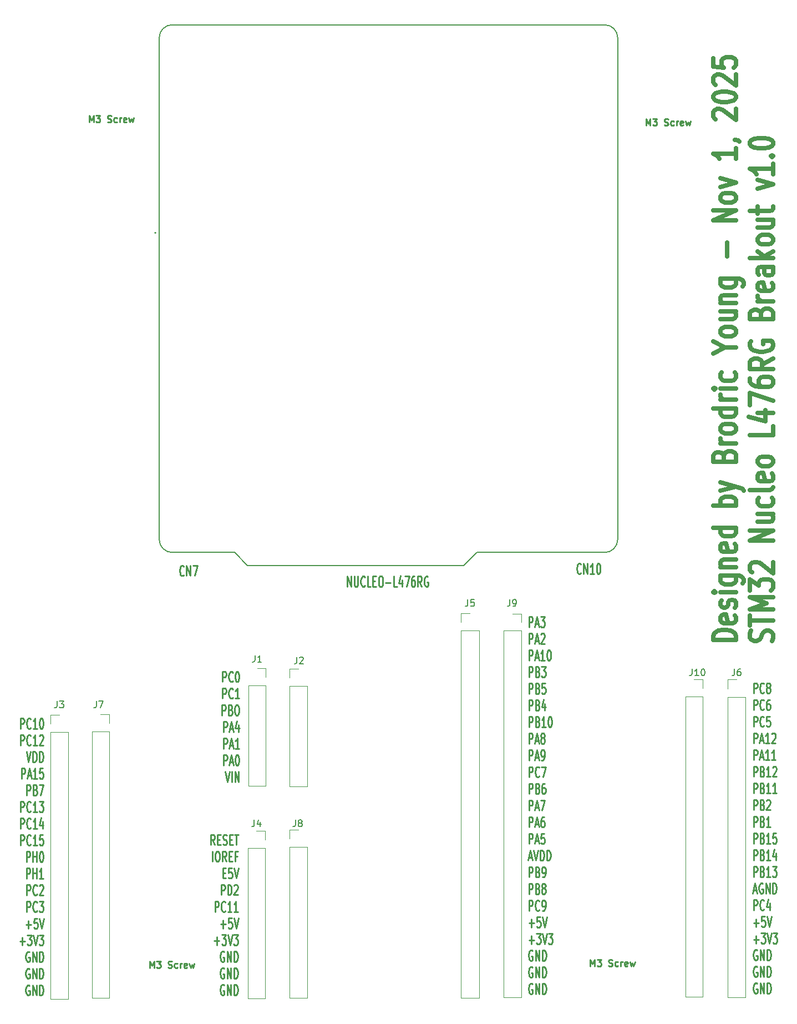
<source format=gbr>
%TF.GenerationSoftware,KiCad,Pcbnew,9.0.6*%
%TF.CreationDate,2025-11-01T18:17:41-06:00*%
%TF.ProjectId,STM32Nucleo_L476RG_Baseboard,53544d33-324e-4756-936c-656f5f4c3437,rev?*%
%TF.SameCoordinates,Original*%
%TF.FileFunction,Legend,Top*%
%TF.FilePolarity,Positive*%
%FSLAX46Y46*%
G04 Gerber Fmt 4.6, Leading zero omitted, Abs format (unit mm)*
G04 Created by KiCad (PCBNEW 9.0.6) date 2025-11-01 18:17:41*
%MOMM*%
%LPD*%
G01*
G04 APERTURE LIST*
%ADD10C,0.250000*%
%ADD11C,0.687500*%
%ADD12C,0.150000*%
%ADD13C,0.120000*%
%ADD14C,0.127000*%
%ADD15C,0.200000*%
G04 APERTURE END LIST*
D10*
X119652568Y-164364619D02*
X119652568Y-163364619D01*
X119652568Y-163364619D02*
X119985901Y-164078904D01*
X119985901Y-164078904D02*
X120319234Y-163364619D01*
X120319234Y-163364619D02*
X120319234Y-164364619D01*
X120700187Y-163364619D02*
X121319234Y-163364619D01*
X121319234Y-163364619D02*
X120985901Y-163745571D01*
X120985901Y-163745571D02*
X121128758Y-163745571D01*
X121128758Y-163745571D02*
X121223996Y-163793190D01*
X121223996Y-163793190D02*
X121271615Y-163840809D01*
X121271615Y-163840809D02*
X121319234Y-163936047D01*
X121319234Y-163936047D02*
X121319234Y-164174142D01*
X121319234Y-164174142D02*
X121271615Y-164269380D01*
X121271615Y-164269380D02*
X121223996Y-164317000D01*
X121223996Y-164317000D02*
X121128758Y-164364619D01*
X121128758Y-164364619D02*
X120843044Y-164364619D01*
X120843044Y-164364619D02*
X120747806Y-164317000D01*
X120747806Y-164317000D02*
X120700187Y-164269380D01*
X122462092Y-164317000D02*
X122604949Y-164364619D01*
X122604949Y-164364619D02*
X122843044Y-164364619D01*
X122843044Y-164364619D02*
X122938282Y-164317000D01*
X122938282Y-164317000D02*
X122985901Y-164269380D01*
X122985901Y-164269380D02*
X123033520Y-164174142D01*
X123033520Y-164174142D02*
X123033520Y-164078904D01*
X123033520Y-164078904D02*
X122985901Y-163983666D01*
X122985901Y-163983666D02*
X122938282Y-163936047D01*
X122938282Y-163936047D02*
X122843044Y-163888428D01*
X122843044Y-163888428D02*
X122652568Y-163840809D01*
X122652568Y-163840809D02*
X122557330Y-163793190D01*
X122557330Y-163793190D02*
X122509711Y-163745571D01*
X122509711Y-163745571D02*
X122462092Y-163650333D01*
X122462092Y-163650333D02*
X122462092Y-163555095D01*
X122462092Y-163555095D02*
X122509711Y-163459857D01*
X122509711Y-163459857D02*
X122557330Y-163412238D01*
X122557330Y-163412238D02*
X122652568Y-163364619D01*
X122652568Y-163364619D02*
X122890663Y-163364619D01*
X122890663Y-163364619D02*
X123033520Y-163412238D01*
X123890663Y-164317000D02*
X123795425Y-164364619D01*
X123795425Y-164364619D02*
X123604949Y-164364619D01*
X123604949Y-164364619D02*
X123509711Y-164317000D01*
X123509711Y-164317000D02*
X123462092Y-164269380D01*
X123462092Y-164269380D02*
X123414473Y-164174142D01*
X123414473Y-164174142D02*
X123414473Y-163888428D01*
X123414473Y-163888428D02*
X123462092Y-163793190D01*
X123462092Y-163793190D02*
X123509711Y-163745571D01*
X123509711Y-163745571D02*
X123604949Y-163697952D01*
X123604949Y-163697952D02*
X123795425Y-163697952D01*
X123795425Y-163697952D02*
X123890663Y-163745571D01*
X124319235Y-164364619D02*
X124319235Y-163697952D01*
X124319235Y-163888428D02*
X124366854Y-163793190D01*
X124366854Y-163793190D02*
X124414473Y-163745571D01*
X124414473Y-163745571D02*
X124509711Y-163697952D01*
X124509711Y-163697952D02*
X124604949Y-163697952D01*
X125319235Y-164317000D02*
X125223997Y-164364619D01*
X125223997Y-164364619D02*
X125033521Y-164364619D01*
X125033521Y-164364619D02*
X124938283Y-164317000D01*
X124938283Y-164317000D02*
X124890664Y-164221761D01*
X124890664Y-164221761D02*
X124890664Y-163840809D01*
X124890664Y-163840809D02*
X124938283Y-163745571D01*
X124938283Y-163745571D02*
X125033521Y-163697952D01*
X125033521Y-163697952D02*
X125223997Y-163697952D01*
X125223997Y-163697952D02*
X125319235Y-163745571D01*
X125319235Y-163745571D02*
X125366854Y-163840809D01*
X125366854Y-163840809D02*
X125366854Y-163936047D01*
X125366854Y-163936047D02*
X124890664Y-164031285D01*
X125700188Y-163697952D02*
X125890664Y-164364619D01*
X125890664Y-164364619D02*
X126081140Y-163888428D01*
X126081140Y-163888428D02*
X126271616Y-164364619D01*
X126271616Y-164364619D02*
X126462092Y-163697952D01*
X52402568Y-164614619D02*
X52402568Y-163614619D01*
X52402568Y-163614619D02*
X52735901Y-164328904D01*
X52735901Y-164328904D02*
X53069234Y-163614619D01*
X53069234Y-163614619D02*
X53069234Y-164614619D01*
X53450187Y-163614619D02*
X54069234Y-163614619D01*
X54069234Y-163614619D02*
X53735901Y-163995571D01*
X53735901Y-163995571D02*
X53878758Y-163995571D01*
X53878758Y-163995571D02*
X53973996Y-164043190D01*
X53973996Y-164043190D02*
X54021615Y-164090809D01*
X54021615Y-164090809D02*
X54069234Y-164186047D01*
X54069234Y-164186047D02*
X54069234Y-164424142D01*
X54069234Y-164424142D02*
X54021615Y-164519380D01*
X54021615Y-164519380D02*
X53973996Y-164567000D01*
X53973996Y-164567000D02*
X53878758Y-164614619D01*
X53878758Y-164614619D02*
X53593044Y-164614619D01*
X53593044Y-164614619D02*
X53497806Y-164567000D01*
X53497806Y-164567000D02*
X53450187Y-164519380D01*
X55212092Y-164567000D02*
X55354949Y-164614619D01*
X55354949Y-164614619D02*
X55593044Y-164614619D01*
X55593044Y-164614619D02*
X55688282Y-164567000D01*
X55688282Y-164567000D02*
X55735901Y-164519380D01*
X55735901Y-164519380D02*
X55783520Y-164424142D01*
X55783520Y-164424142D02*
X55783520Y-164328904D01*
X55783520Y-164328904D02*
X55735901Y-164233666D01*
X55735901Y-164233666D02*
X55688282Y-164186047D01*
X55688282Y-164186047D02*
X55593044Y-164138428D01*
X55593044Y-164138428D02*
X55402568Y-164090809D01*
X55402568Y-164090809D02*
X55307330Y-164043190D01*
X55307330Y-164043190D02*
X55259711Y-163995571D01*
X55259711Y-163995571D02*
X55212092Y-163900333D01*
X55212092Y-163900333D02*
X55212092Y-163805095D01*
X55212092Y-163805095D02*
X55259711Y-163709857D01*
X55259711Y-163709857D02*
X55307330Y-163662238D01*
X55307330Y-163662238D02*
X55402568Y-163614619D01*
X55402568Y-163614619D02*
X55640663Y-163614619D01*
X55640663Y-163614619D02*
X55783520Y-163662238D01*
X56640663Y-164567000D02*
X56545425Y-164614619D01*
X56545425Y-164614619D02*
X56354949Y-164614619D01*
X56354949Y-164614619D02*
X56259711Y-164567000D01*
X56259711Y-164567000D02*
X56212092Y-164519380D01*
X56212092Y-164519380D02*
X56164473Y-164424142D01*
X56164473Y-164424142D02*
X56164473Y-164138428D01*
X56164473Y-164138428D02*
X56212092Y-164043190D01*
X56212092Y-164043190D02*
X56259711Y-163995571D01*
X56259711Y-163995571D02*
X56354949Y-163947952D01*
X56354949Y-163947952D02*
X56545425Y-163947952D01*
X56545425Y-163947952D02*
X56640663Y-163995571D01*
X57069235Y-164614619D02*
X57069235Y-163947952D01*
X57069235Y-164138428D02*
X57116854Y-164043190D01*
X57116854Y-164043190D02*
X57164473Y-163995571D01*
X57164473Y-163995571D02*
X57259711Y-163947952D01*
X57259711Y-163947952D02*
X57354949Y-163947952D01*
X58069235Y-164567000D02*
X57973997Y-164614619D01*
X57973997Y-164614619D02*
X57783521Y-164614619D01*
X57783521Y-164614619D02*
X57688283Y-164567000D01*
X57688283Y-164567000D02*
X57640664Y-164471761D01*
X57640664Y-164471761D02*
X57640664Y-164090809D01*
X57640664Y-164090809D02*
X57688283Y-163995571D01*
X57688283Y-163995571D02*
X57783521Y-163947952D01*
X57783521Y-163947952D02*
X57973997Y-163947952D01*
X57973997Y-163947952D02*
X58069235Y-163995571D01*
X58069235Y-163995571D02*
X58116854Y-164090809D01*
X58116854Y-164090809D02*
X58116854Y-164186047D01*
X58116854Y-164186047D02*
X57640664Y-164281285D01*
X58450188Y-163947952D02*
X58640664Y-164614619D01*
X58640664Y-164614619D02*
X58831140Y-164138428D01*
X58831140Y-164138428D02*
X59021616Y-164614619D01*
X59021616Y-164614619D02*
X59212092Y-163947952D01*
D11*
X141901113Y-114642936D02*
X138401113Y-114642936D01*
X138401113Y-114642936D02*
X138401113Y-113988174D01*
X138401113Y-113988174D02*
X138567780Y-113595317D01*
X138567780Y-113595317D02*
X138901113Y-113333412D01*
X138901113Y-113333412D02*
X139234447Y-113202459D01*
X139234447Y-113202459D02*
X139901113Y-113071507D01*
X139901113Y-113071507D02*
X140401113Y-113071507D01*
X140401113Y-113071507D02*
X141067780Y-113202459D01*
X141067780Y-113202459D02*
X141401113Y-113333412D01*
X141401113Y-113333412D02*
X141734447Y-113595317D01*
X141734447Y-113595317D02*
X141901113Y-113988174D01*
X141901113Y-113988174D02*
X141901113Y-114642936D01*
X141734447Y-110845317D02*
X141901113Y-111107221D01*
X141901113Y-111107221D02*
X141901113Y-111631031D01*
X141901113Y-111631031D02*
X141734447Y-111892936D01*
X141734447Y-111892936D02*
X141401113Y-112023888D01*
X141401113Y-112023888D02*
X140067780Y-112023888D01*
X140067780Y-112023888D02*
X139734447Y-111892936D01*
X139734447Y-111892936D02*
X139567780Y-111631031D01*
X139567780Y-111631031D02*
X139567780Y-111107221D01*
X139567780Y-111107221D02*
X139734447Y-110845317D01*
X139734447Y-110845317D02*
X140067780Y-110714364D01*
X140067780Y-110714364D02*
X140401113Y-110714364D01*
X140401113Y-110714364D02*
X140734447Y-112023888D01*
X141734447Y-109666745D02*
X141901113Y-109404840D01*
X141901113Y-109404840D02*
X141901113Y-108881031D01*
X141901113Y-108881031D02*
X141734447Y-108619126D01*
X141734447Y-108619126D02*
X141401113Y-108488174D01*
X141401113Y-108488174D02*
X141234447Y-108488174D01*
X141234447Y-108488174D02*
X140901113Y-108619126D01*
X140901113Y-108619126D02*
X140734447Y-108881031D01*
X140734447Y-108881031D02*
X140734447Y-109273888D01*
X140734447Y-109273888D02*
X140567780Y-109535793D01*
X140567780Y-109535793D02*
X140234447Y-109666745D01*
X140234447Y-109666745D02*
X140067780Y-109666745D01*
X140067780Y-109666745D02*
X139734447Y-109535793D01*
X139734447Y-109535793D02*
X139567780Y-109273888D01*
X139567780Y-109273888D02*
X139567780Y-108881031D01*
X139567780Y-108881031D02*
X139734447Y-108619126D01*
X141901113Y-107309603D02*
X139567780Y-107309603D01*
X138401113Y-107309603D02*
X138567780Y-107440555D01*
X138567780Y-107440555D02*
X138734447Y-107309603D01*
X138734447Y-107309603D02*
X138567780Y-107178650D01*
X138567780Y-107178650D02*
X138401113Y-107309603D01*
X138401113Y-107309603D02*
X138734447Y-107309603D01*
X139567780Y-104821507D02*
X142401113Y-104821507D01*
X142401113Y-104821507D02*
X142734447Y-104952460D01*
X142734447Y-104952460D02*
X142901113Y-105083412D01*
X142901113Y-105083412D02*
X143067780Y-105345317D01*
X143067780Y-105345317D02*
X143067780Y-105738174D01*
X143067780Y-105738174D02*
X142901113Y-106000079D01*
X141734447Y-104821507D02*
X141901113Y-105083412D01*
X141901113Y-105083412D02*
X141901113Y-105607221D01*
X141901113Y-105607221D02*
X141734447Y-105869126D01*
X141734447Y-105869126D02*
X141567780Y-106000079D01*
X141567780Y-106000079D02*
X141234447Y-106131031D01*
X141234447Y-106131031D02*
X140234447Y-106131031D01*
X140234447Y-106131031D02*
X139901113Y-106000079D01*
X139901113Y-106000079D02*
X139734447Y-105869126D01*
X139734447Y-105869126D02*
X139567780Y-105607221D01*
X139567780Y-105607221D02*
X139567780Y-105083412D01*
X139567780Y-105083412D02*
X139734447Y-104821507D01*
X139567780Y-103511984D02*
X141901113Y-103511984D01*
X139901113Y-103511984D02*
X139734447Y-103381031D01*
X139734447Y-103381031D02*
X139567780Y-103119126D01*
X139567780Y-103119126D02*
X139567780Y-102726269D01*
X139567780Y-102726269D02*
X139734447Y-102464365D01*
X139734447Y-102464365D02*
X140067780Y-102333412D01*
X140067780Y-102333412D02*
X141901113Y-102333412D01*
X141734447Y-99976270D02*
X141901113Y-100238174D01*
X141901113Y-100238174D02*
X141901113Y-100761984D01*
X141901113Y-100761984D02*
X141734447Y-101023889D01*
X141734447Y-101023889D02*
X141401113Y-101154841D01*
X141401113Y-101154841D02*
X140067780Y-101154841D01*
X140067780Y-101154841D02*
X139734447Y-101023889D01*
X139734447Y-101023889D02*
X139567780Y-100761984D01*
X139567780Y-100761984D02*
X139567780Y-100238174D01*
X139567780Y-100238174D02*
X139734447Y-99976270D01*
X139734447Y-99976270D02*
X140067780Y-99845317D01*
X140067780Y-99845317D02*
X140401113Y-99845317D01*
X140401113Y-99845317D02*
X140734447Y-101154841D01*
X141901113Y-97488174D02*
X138401113Y-97488174D01*
X141734447Y-97488174D02*
X141901113Y-97750079D01*
X141901113Y-97750079D02*
X141901113Y-98273888D01*
X141901113Y-98273888D02*
X141734447Y-98535793D01*
X141734447Y-98535793D02*
X141567780Y-98666746D01*
X141567780Y-98666746D02*
X141234447Y-98797698D01*
X141234447Y-98797698D02*
X140234447Y-98797698D01*
X140234447Y-98797698D02*
X139901113Y-98666746D01*
X139901113Y-98666746D02*
X139734447Y-98535793D01*
X139734447Y-98535793D02*
X139567780Y-98273888D01*
X139567780Y-98273888D02*
X139567780Y-97750079D01*
X139567780Y-97750079D02*
X139734447Y-97488174D01*
X141901113Y-94083413D02*
X138401113Y-94083413D01*
X139734447Y-94083413D02*
X139567780Y-93821508D01*
X139567780Y-93821508D02*
X139567780Y-93297698D01*
X139567780Y-93297698D02*
X139734447Y-93035794D01*
X139734447Y-93035794D02*
X139901113Y-92904841D01*
X139901113Y-92904841D02*
X140234447Y-92773889D01*
X140234447Y-92773889D02*
X141234447Y-92773889D01*
X141234447Y-92773889D02*
X141567780Y-92904841D01*
X141567780Y-92904841D02*
X141734447Y-93035794D01*
X141734447Y-93035794D02*
X141901113Y-93297698D01*
X141901113Y-93297698D02*
X141901113Y-93821508D01*
X141901113Y-93821508D02*
X141734447Y-94083413D01*
X139567780Y-91857222D02*
X141901113Y-91202460D01*
X139567780Y-90547699D02*
X141901113Y-91202460D01*
X141901113Y-91202460D02*
X142734447Y-91464365D01*
X142734447Y-91464365D02*
X142901113Y-91595318D01*
X142901113Y-91595318D02*
X143067780Y-91857222D01*
X140067780Y-86488175D02*
X140234447Y-86095318D01*
X140234447Y-86095318D02*
X140401113Y-85964365D01*
X140401113Y-85964365D02*
X140734447Y-85833413D01*
X140734447Y-85833413D02*
X141234447Y-85833413D01*
X141234447Y-85833413D02*
X141567780Y-85964365D01*
X141567780Y-85964365D02*
X141734447Y-86095318D01*
X141734447Y-86095318D02*
X141901113Y-86357223D01*
X141901113Y-86357223D02*
X141901113Y-87404842D01*
X141901113Y-87404842D02*
X138401113Y-87404842D01*
X138401113Y-87404842D02*
X138401113Y-86488175D01*
X138401113Y-86488175D02*
X138567780Y-86226270D01*
X138567780Y-86226270D02*
X138734447Y-86095318D01*
X138734447Y-86095318D02*
X139067780Y-85964365D01*
X139067780Y-85964365D02*
X139401113Y-85964365D01*
X139401113Y-85964365D02*
X139734447Y-86095318D01*
X139734447Y-86095318D02*
X139901113Y-86226270D01*
X139901113Y-86226270D02*
X140067780Y-86488175D01*
X140067780Y-86488175D02*
X140067780Y-87404842D01*
X141901113Y-84654842D02*
X139567780Y-84654842D01*
X140234447Y-84654842D02*
X139901113Y-84523889D01*
X139901113Y-84523889D02*
X139734447Y-84392937D01*
X139734447Y-84392937D02*
X139567780Y-84131032D01*
X139567780Y-84131032D02*
X139567780Y-83869127D01*
X141901113Y-82559603D02*
X141734447Y-82821508D01*
X141734447Y-82821508D02*
X141567780Y-82952461D01*
X141567780Y-82952461D02*
X141234447Y-83083413D01*
X141234447Y-83083413D02*
X140234447Y-83083413D01*
X140234447Y-83083413D02*
X139901113Y-82952461D01*
X139901113Y-82952461D02*
X139734447Y-82821508D01*
X139734447Y-82821508D02*
X139567780Y-82559603D01*
X139567780Y-82559603D02*
X139567780Y-82166746D01*
X139567780Y-82166746D02*
X139734447Y-81904842D01*
X139734447Y-81904842D02*
X139901113Y-81773889D01*
X139901113Y-81773889D02*
X140234447Y-81642937D01*
X140234447Y-81642937D02*
X141234447Y-81642937D01*
X141234447Y-81642937D02*
X141567780Y-81773889D01*
X141567780Y-81773889D02*
X141734447Y-81904842D01*
X141734447Y-81904842D02*
X141901113Y-82166746D01*
X141901113Y-82166746D02*
X141901113Y-82559603D01*
X141901113Y-79285794D02*
X138401113Y-79285794D01*
X141734447Y-79285794D02*
X141901113Y-79547699D01*
X141901113Y-79547699D02*
X141901113Y-80071508D01*
X141901113Y-80071508D02*
X141734447Y-80333413D01*
X141734447Y-80333413D02*
X141567780Y-80464366D01*
X141567780Y-80464366D02*
X141234447Y-80595318D01*
X141234447Y-80595318D02*
X140234447Y-80595318D01*
X140234447Y-80595318D02*
X139901113Y-80464366D01*
X139901113Y-80464366D02*
X139734447Y-80333413D01*
X139734447Y-80333413D02*
X139567780Y-80071508D01*
X139567780Y-80071508D02*
X139567780Y-79547699D01*
X139567780Y-79547699D02*
X139734447Y-79285794D01*
X141901113Y-77976271D02*
X139567780Y-77976271D01*
X140234447Y-77976271D02*
X139901113Y-77845318D01*
X139901113Y-77845318D02*
X139734447Y-77714366D01*
X139734447Y-77714366D02*
X139567780Y-77452461D01*
X139567780Y-77452461D02*
X139567780Y-77190556D01*
X141901113Y-76273890D02*
X139567780Y-76273890D01*
X138401113Y-76273890D02*
X138567780Y-76404842D01*
X138567780Y-76404842D02*
X138734447Y-76273890D01*
X138734447Y-76273890D02*
X138567780Y-76142937D01*
X138567780Y-76142937D02*
X138401113Y-76273890D01*
X138401113Y-76273890D02*
X138734447Y-76273890D01*
X141734447Y-73785794D02*
X141901113Y-74047699D01*
X141901113Y-74047699D02*
X141901113Y-74571508D01*
X141901113Y-74571508D02*
X141734447Y-74833413D01*
X141734447Y-74833413D02*
X141567780Y-74964366D01*
X141567780Y-74964366D02*
X141234447Y-75095318D01*
X141234447Y-75095318D02*
X140234447Y-75095318D01*
X140234447Y-75095318D02*
X139901113Y-74964366D01*
X139901113Y-74964366D02*
X139734447Y-74833413D01*
X139734447Y-74833413D02*
X139567780Y-74571508D01*
X139567780Y-74571508D02*
X139567780Y-74047699D01*
X139567780Y-74047699D02*
X139734447Y-73785794D01*
X140234447Y-69988175D02*
X141901113Y-69988175D01*
X138401113Y-70904842D02*
X140234447Y-69988175D01*
X140234447Y-69988175D02*
X138401113Y-69071508D01*
X141901113Y-67761984D02*
X141734447Y-68023889D01*
X141734447Y-68023889D02*
X141567780Y-68154842D01*
X141567780Y-68154842D02*
X141234447Y-68285794D01*
X141234447Y-68285794D02*
X140234447Y-68285794D01*
X140234447Y-68285794D02*
X139901113Y-68154842D01*
X139901113Y-68154842D02*
X139734447Y-68023889D01*
X139734447Y-68023889D02*
X139567780Y-67761984D01*
X139567780Y-67761984D02*
X139567780Y-67369127D01*
X139567780Y-67369127D02*
X139734447Y-67107223D01*
X139734447Y-67107223D02*
X139901113Y-66976270D01*
X139901113Y-66976270D02*
X140234447Y-66845318D01*
X140234447Y-66845318D02*
X141234447Y-66845318D01*
X141234447Y-66845318D02*
X141567780Y-66976270D01*
X141567780Y-66976270D02*
X141734447Y-67107223D01*
X141734447Y-67107223D02*
X141901113Y-67369127D01*
X141901113Y-67369127D02*
X141901113Y-67761984D01*
X139567780Y-64488175D02*
X141901113Y-64488175D01*
X139567780Y-65666747D02*
X141401113Y-65666747D01*
X141401113Y-65666747D02*
X141734447Y-65535794D01*
X141734447Y-65535794D02*
X141901113Y-65273889D01*
X141901113Y-65273889D02*
X141901113Y-64881032D01*
X141901113Y-64881032D02*
X141734447Y-64619128D01*
X141734447Y-64619128D02*
X141567780Y-64488175D01*
X139567780Y-63178652D02*
X141901113Y-63178652D01*
X139901113Y-63178652D02*
X139734447Y-63047699D01*
X139734447Y-63047699D02*
X139567780Y-62785794D01*
X139567780Y-62785794D02*
X139567780Y-62392937D01*
X139567780Y-62392937D02*
X139734447Y-62131033D01*
X139734447Y-62131033D02*
X140067780Y-62000080D01*
X140067780Y-62000080D02*
X141901113Y-62000080D01*
X139567780Y-59511985D02*
X142401113Y-59511985D01*
X142401113Y-59511985D02*
X142734447Y-59642938D01*
X142734447Y-59642938D02*
X142901113Y-59773890D01*
X142901113Y-59773890D02*
X143067780Y-60035795D01*
X143067780Y-60035795D02*
X143067780Y-60428652D01*
X143067780Y-60428652D02*
X142901113Y-60690557D01*
X141734447Y-59511985D02*
X141901113Y-59773890D01*
X141901113Y-59773890D02*
X141901113Y-60297699D01*
X141901113Y-60297699D02*
X141734447Y-60559604D01*
X141734447Y-60559604D02*
X141567780Y-60690557D01*
X141567780Y-60690557D02*
X141234447Y-60821509D01*
X141234447Y-60821509D02*
X140234447Y-60821509D01*
X140234447Y-60821509D02*
X139901113Y-60690557D01*
X139901113Y-60690557D02*
X139734447Y-60559604D01*
X139734447Y-60559604D02*
X139567780Y-60297699D01*
X139567780Y-60297699D02*
X139567780Y-59773890D01*
X139567780Y-59773890D02*
X139734447Y-59511985D01*
X140567780Y-56107224D02*
X140567780Y-54011986D01*
X141901113Y-50607224D02*
X138401113Y-50607224D01*
X138401113Y-50607224D02*
X141901113Y-49035795D01*
X141901113Y-49035795D02*
X138401113Y-49035795D01*
X141901113Y-47333414D02*
X141734447Y-47595319D01*
X141734447Y-47595319D02*
X141567780Y-47726272D01*
X141567780Y-47726272D02*
X141234447Y-47857224D01*
X141234447Y-47857224D02*
X140234447Y-47857224D01*
X140234447Y-47857224D02*
X139901113Y-47726272D01*
X139901113Y-47726272D02*
X139734447Y-47595319D01*
X139734447Y-47595319D02*
X139567780Y-47333414D01*
X139567780Y-47333414D02*
X139567780Y-46940557D01*
X139567780Y-46940557D02*
X139734447Y-46678653D01*
X139734447Y-46678653D02*
X139901113Y-46547700D01*
X139901113Y-46547700D02*
X140234447Y-46416748D01*
X140234447Y-46416748D02*
X141234447Y-46416748D01*
X141234447Y-46416748D02*
X141567780Y-46547700D01*
X141567780Y-46547700D02*
X141734447Y-46678653D01*
X141734447Y-46678653D02*
X141901113Y-46940557D01*
X141901113Y-46940557D02*
X141901113Y-47333414D01*
X139567780Y-45500081D02*
X141901113Y-44845319D01*
X141901113Y-44845319D02*
X139567780Y-44190558D01*
X141901113Y-39607224D02*
X141901113Y-41178653D01*
X141901113Y-40392939D02*
X138401113Y-40392939D01*
X138401113Y-40392939D02*
X138901113Y-40654843D01*
X138901113Y-40654843D02*
X139234447Y-40916748D01*
X139234447Y-40916748D02*
X139401113Y-41178653D01*
X141734447Y-38297700D02*
X141901113Y-38297700D01*
X141901113Y-38297700D02*
X142234447Y-38428653D01*
X142234447Y-38428653D02*
X142401113Y-38559605D01*
X138734447Y-35154843D02*
X138567780Y-35023891D01*
X138567780Y-35023891D02*
X138401113Y-34761986D01*
X138401113Y-34761986D02*
X138401113Y-34107224D01*
X138401113Y-34107224D02*
X138567780Y-33845319D01*
X138567780Y-33845319D02*
X138734447Y-33714367D01*
X138734447Y-33714367D02*
X139067780Y-33583414D01*
X139067780Y-33583414D02*
X139401113Y-33583414D01*
X139401113Y-33583414D02*
X139901113Y-33714367D01*
X139901113Y-33714367D02*
X141901113Y-35285795D01*
X141901113Y-35285795D02*
X141901113Y-33583414D01*
X138401113Y-31881033D02*
X138401113Y-31619128D01*
X138401113Y-31619128D02*
X138567780Y-31357224D01*
X138567780Y-31357224D02*
X138734447Y-31226271D01*
X138734447Y-31226271D02*
X139067780Y-31095319D01*
X139067780Y-31095319D02*
X139734447Y-30964366D01*
X139734447Y-30964366D02*
X140567780Y-30964366D01*
X140567780Y-30964366D02*
X141234447Y-31095319D01*
X141234447Y-31095319D02*
X141567780Y-31226271D01*
X141567780Y-31226271D02*
X141734447Y-31357224D01*
X141734447Y-31357224D02*
X141901113Y-31619128D01*
X141901113Y-31619128D02*
X141901113Y-31881033D01*
X141901113Y-31881033D02*
X141734447Y-32142938D01*
X141734447Y-32142938D02*
X141567780Y-32273890D01*
X141567780Y-32273890D02*
X141234447Y-32404843D01*
X141234447Y-32404843D02*
X140567780Y-32535795D01*
X140567780Y-32535795D02*
X139734447Y-32535795D01*
X139734447Y-32535795D02*
X139067780Y-32404843D01*
X139067780Y-32404843D02*
X138734447Y-32273890D01*
X138734447Y-32273890D02*
X138567780Y-32142938D01*
X138567780Y-32142938D02*
X138401113Y-31881033D01*
X138734447Y-29916747D02*
X138567780Y-29785795D01*
X138567780Y-29785795D02*
X138401113Y-29523890D01*
X138401113Y-29523890D02*
X138401113Y-28869128D01*
X138401113Y-28869128D02*
X138567780Y-28607223D01*
X138567780Y-28607223D02*
X138734447Y-28476271D01*
X138734447Y-28476271D02*
X139067780Y-28345318D01*
X139067780Y-28345318D02*
X139401113Y-28345318D01*
X139401113Y-28345318D02*
X139901113Y-28476271D01*
X139901113Y-28476271D02*
X141901113Y-30047699D01*
X141901113Y-30047699D02*
X141901113Y-28345318D01*
X138401113Y-25857223D02*
X138401113Y-27166747D01*
X138401113Y-27166747D02*
X140067780Y-27297699D01*
X140067780Y-27297699D02*
X139901113Y-27166747D01*
X139901113Y-27166747D02*
X139734447Y-26904842D01*
X139734447Y-26904842D02*
X139734447Y-26250080D01*
X139734447Y-26250080D02*
X139901113Y-25988175D01*
X139901113Y-25988175D02*
X140067780Y-25857223D01*
X140067780Y-25857223D02*
X140401113Y-25726270D01*
X140401113Y-25726270D02*
X141234447Y-25726270D01*
X141234447Y-25726270D02*
X141567780Y-25857223D01*
X141567780Y-25857223D02*
X141734447Y-25988175D01*
X141734447Y-25988175D02*
X141901113Y-26250080D01*
X141901113Y-26250080D02*
X141901113Y-26904842D01*
X141901113Y-26904842D02*
X141734447Y-27166747D01*
X141734447Y-27166747D02*
X141567780Y-27297699D01*
X147369251Y-114773888D02*
X147535917Y-114381031D01*
X147535917Y-114381031D02*
X147535917Y-113726269D01*
X147535917Y-113726269D02*
X147369251Y-113464364D01*
X147369251Y-113464364D02*
X147202584Y-113333412D01*
X147202584Y-113333412D02*
X146869251Y-113202459D01*
X146869251Y-113202459D02*
X146535917Y-113202459D01*
X146535917Y-113202459D02*
X146202584Y-113333412D01*
X146202584Y-113333412D02*
X146035917Y-113464364D01*
X146035917Y-113464364D02*
X145869251Y-113726269D01*
X145869251Y-113726269D02*
X145702584Y-114250078D01*
X145702584Y-114250078D02*
X145535917Y-114511983D01*
X145535917Y-114511983D02*
X145369251Y-114642936D01*
X145369251Y-114642936D02*
X145035917Y-114773888D01*
X145035917Y-114773888D02*
X144702584Y-114773888D01*
X144702584Y-114773888D02*
X144369251Y-114642936D01*
X144369251Y-114642936D02*
X144202584Y-114511983D01*
X144202584Y-114511983D02*
X144035917Y-114250078D01*
X144035917Y-114250078D02*
X144035917Y-113595317D01*
X144035917Y-113595317D02*
X144202584Y-113202459D01*
X144035917Y-112416745D02*
X144035917Y-110845316D01*
X147535917Y-111631030D02*
X144035917Y-111631030D01*
X147535917Y-109928650D02*
X144035917Y-109928650D01*
X144035917Y-109928650D02*
X146535917Y-109011983D01*
X146535917Y-109011983D02*
X144035917Y-108095316D01*
X144035917Y-108095316D02*
X147535917Y-108095316D01*
X144035917Y-107047697D02*
X144035917Y-105345316D01*
X144035917Y-105345316D02*
X145369251Y-106261983D01*
X145369251Y-106261983D02*
X145369251Y-105869126D01*
X145369251Y-105869126D02*
X145535917Y-105607221D01*
X145535917Y-105607221D02*
X145702584Y-105476269D01*
X145702584Y-105476269D02*
X146035917Y-105345316D01*
X146035917Y-105345316D02*
X146869251Y-105345316D01*
X146869251Y-105345316D02*
X147202584Y-105476269D01*
X147202584Y-105476269D02*
X147369251Y-105607221D01*
X147369251Y-105607221D02*
X147535917Y-105869126D01*
X147535917Y-105869126D02*
X147535917Y-106654840D01*
X147535917Y-106654840D02*
X147369251Y-106916745D01*
X147369251Y-106916745D02*
X147202584Y-107047697D01*
X144369251Y-104297697D02*
X144202584Y-104166745D01*
X144202584Y-104166745D02*
X144035917Y-103904840D01*
X144035917Y-103904840D02*
X144035917Y-103250078D01*
X144035917Y-103250078D02*
X144202584Y-102988173D01*
X144202584Y-102988173D02*
X144369251Y-102857221D01*
X144369251Y-102857221D02*
X144702584Y-102726268D01*
X144702584Y-102726268D02*
X145035917Y-102726268D01*
X145035917Y-102726268D02*
X145535917Y-102857221D01*
X145535917Y-102857221D02*
X147535917Y-104428649D01*
X147535917Y-104428649D02*
X147535917Y-102726268D01*
X147535917Y-99452459D02*
X144035917Y-99452459D01*
X144035917Y-99452459D02*
X147535917Y-97881030D01*
X147535917Y-97881030D02*
X144035917Y-97881030D01*
X145202584Y-95392935D02*
X147535917Y-95392935D01*
X145202584Y-96571507D02*
X147035917Y-96571507D01*
X147035917Y-96571507D02*
X147369251Y-96440554D01*
X147369251Y-96440554D02*
X147535917Y-96178649D01*
X147535917Y-96178649D02*
X147535917Y-95785792D01*
X147535917Y-95785792D02*
X147369251Y-95523888D01*
X147369251Y-95523888D02*
X147202584Y-95392935D01*
X147369251Y-92904840D02*
X147535917Y-93166745D01*
X147535917Y-93166745D02*
X147535917Y-93690554D01*
X147535917Y-93690554D02*
X147369251Y-93952459D01*
X147369251Y-93952459D02*
X147202584Y-94083412D01*
X147202584Y-94083412D02*
X146869251Y-94214364D01*
X146869251Y-94214364D02*
X145869251Y-94214364D01*
X145869251Y-94214364D02*
X145535917Y-94083412D01*
X145535917Y-94083412D02*
X145369251Y-93952459D01*
X145369251Y-93952459D02*
X145202584Y-93690554D01*
X145202584Y-93690554D02*
X145202584Y-93166745D01*
X145202584Y-93166745D02*
X145369251Y-92904840D01*
X147535917Y-91333411D02*
X147369251Y-91595316D01*
X147369251Y-91595316D02*
X147035917Y-91726269D01*
X147035917Y-91726269D02*
X144035917Y-91726269D01*
X147369251Y-89238174D02*
X147535917Y-89500078D01*
X147535917Y-89500078D02*
X147535917Y-90023888D01*
X147535917Y-90023888D02*
X147369251Y-90285793D01*
X147369251Y-90285793D02*
X147035917Y-90416745D01*
X147035917Y-90416745D02*
X145702584Y-90416745D01*
X145702584Y-90416745D02*
X145369251Y-90285793D01*
X145369251Y-90285793D02*
X145202584Y-90023888D01*
X145202584Y-90023888D02*
X145202584Y-89500078D01*
X145202584Y-89500078D02*
X145369251Y-89238174D01*
X145369251Y-89238174D02*
X145702584Y-89107221D01*
X145702584Y-89107221D02*
X146035917Y-89107221D01*
X146035917Y-89107221D02*
X146369251Y-90416745D01*
X147535917Y-87535792D02*
X147369251Y-87797697D01*
X147369251Y-87797697D02*
X147202584Y-87928650D01*
X147202584Y-87928650D02*
X146869251Y-88059602D01*
X146869251Y-88059602D02*
X145869251Y-88059602D01*
X145869251Y-88059602D02*
X145535917Y-87928650D01*
X145535917Y-87928650D02*
X145369251Y-87797697D01*
X145369251Y-87797697D02*
X145202584Y-87535792D01*
X145202584Y-87535792D02*
X145202584Y-87142935D01*
X145202584Y-87142935D02*
X145369251Y-86881031D01*
X145369251Y-86881031D02*
X145535917Y-86750078D01*
X145535917Y-86750078D02*
X145869251Y-86619126D01*
X145869251Y-86619126D02*
X146869251Y-86619126D01*
X146869251Y-86619126D02*
X147202584Y-86750078D01*
X147202584Y-86750078D02*
X147369251Y-86881031D01*
X147369251Y-86881031D02*
X147535917Y-87142935D01*
X147535917Y-87142935D02*
X147535917Y-87535792D01*
X147535917Y-82035793D02*
X147535917Y-83345317D01*
X147535917Y-83345317D02*
X144035917Y-83345317D01*
X145202584Y-79940555D02*
X147535917Y-79940555D01*
X143869251Y-80595317D02*
X146369251Y-81250079D01*
X146369251Y-81250079D02*
X146369251Y-79547698D01*
X144035917Y-78761983D02*
X144035917Y-76928650D01*
X144035917Y-76928650D02*
X147535917Y-78107221D01*
X144035917Y-74702459D02*
X144035917Y-75226269D01*
X144035917Y-75226269D02*
X144202584Y-75488173D01*
X144202584Y-75488173D02*
X144369251Y-75619126D01*
X144369251Y-75619126D02*
X144869251Y-75881031D01*
X144869251Y-75881031D02*
X145535917Y-76011983D01*
X145535917Y-76011983D02*
X146869251Y-76011983D01*
X146869251Y-76011983D02*
X147202584Y-75881031D01*
X147202584Y-75881031D02*
X147369251Y-75750078D01*
X147369251Y-75750078D02*
X147535917Y-75488173D01*
X147535917Y-75488173D02*
X147535917Y-74964364D01*
X147535917Y-74964364D02*
X147369251Y-74702459D01*
X147369251Y-74702459D02*
X147202584Y-74571507D01*
X147202584Y-74571507D02*
X146869251Y-74440554D01*
X146869251Y-74440554D02*
X146035917Y-74440554D01*
X146035917Y-74440554D02*
X145702584Y-74571507D01*
X145702584Y-74571507D02*
X145535917Y-74702459D01*
X145535917Y-74702459D02*
X145369251Y-74964364D01*
X145369251Y-74964364D02*
X145369251Y-75488173D01*
X145369251Y-75488173D02*
X145535917Y-75750078D01*
X145535917Y-75750078D02*
X145702584Y-75881031D01*
X145702584Y-75881031D02*
X146035917Y-76011983D01*
X147535917Y-71690554D02*
X145869251Y-72607221D01*
X147535917Y-73261983D02*
X144035917Y-73261983D01*
X144035917Y-73261983D02*
X144035917Y-72214364D01*
X144035917Y-72214364D02*
X144202584Y-71952459D01*
X144202584Y-71952459D02*
X144369251Y-71821506D01*
X144369251Y-71821506D02*
X144702584Y-71690554D01*
X144702584Y-71690554D02*
X145202584Y-71690554D01*
X145202584Y-71690554D02*
X145535917Y-71821506D01*
X145535917Y-71821506D02*
X145702584Y-71952459D01*
X145702584Y-71952459D02*
X145869251Y-72214364D01*
X145869251Y-72214364D02*
X145869251Y-73261983D01*
X144202584Y-69071506D02*
X144035917Y-69333411D01*
X144035917Y-69333411D02*
X144035917Y-69726268D01*
X144035917Y-69726268D02*
X144202584Y-70119125D01*
X144202584Y-70119125D02*
X144535917Y-70381030D01*
X144535917Y-70381030D02*
X144869251Y-70511983D01*
X144869251Y-70511983D02*
X145535917Y-70642935D01*
X145535917Y-70642935D02*
X146035917Y-70642935D01*
X146035917Y-70642935D02*
X146702584Y-70511983D01*
X146702584Y-70511983D02*
X147035917Y-70381030D01*
X147035917Y-70381030D02*
X147369251Y-70119125D01*
X147369251Y-70119125D02*
X147535917Y-69726268D01*
X147535917Y-69726268D02*
X147535917Y-69464364D01*
X147535917Y-69464364D02*
X147369251Y-69071506D01*
X147369251Y-69071506D02*
X147202584Y-68940554D01*
X147202584Y-68940554D02*
X146035917Y-68940554D01*
X146035917Y-68940554D02*
X146035917Y-69464364D01*
X145702584Y-64750078D02*
X145869251Y-64357221D01*
X145869251Y-64357221D02*
X146035917Y-64226268D01*
X146035917Y-64226268D02*
X146369251Y-64095316D01*
X146369251Y-64095316D02*
X146869251Y-64095316D01*
X146869251Y-64095316D02*
X147202584Y-64226268D01*
X147202584Y-64226268D02*
X147369251Y-64357221D01*
X147369251Y-64357221D02*
X147535917Y-64619126D01*
X147535917Y-64619126D02*
X147535917Y-65666745D01*
X147535917Y-65666745D02*
X144035917Y-65666745D01*
X144035917Y-65666745D02*
X144035917Y-64750078D01*
X144035917Y-64750078D02*
X144202584Y-64488173D01*
X144202584Y-64488173D02*
X144369251Y-64357221D01*
X144369251Y-64357221D02*
X144702584Y-64226268D01*
X144702584Y-64226268D02*
X145035917Y-64226268D01*
X145035917Y-64226268D02*
X145369251Y-64357221D01*
X145369251Y-64357221D02*
X145535917Y-64488173D01*
X145535917Y-64488173D02*
X145702584Y-64750078D01*
X145702584Y-64750078D02*
X145702584Y-65666745D01*
X147535917Y-62916745D02*
X145202584Y-62916745D01*
X145869251Y-62916745D02*
X145535917Y-62785792D01*
X145535917Y-62785792D02*
X145369251Y-62654840D01*
X145369251Y-62654840D02*
X145202584Y-62392935D01*
X145202584Y-62392935D02*
X145202584Y-62131030D01*
X147369251Y-60166745D02*
X147535917Y-60428649D01*
X147535917Y-60428649D02*
X147535917Y-60952459D01*
X147535917Y-60952459D02*
X147369251Y-61214364D01*
X147369251Y-61214364D02*
X147035917Y-61345316D01*
X147035917Y-61345316D02*
X145702584Y-61345316D01*
X145702584Y-61345316D02*
X145369251Y-61214364D01*
X145369251Y-61214364D02*
X145202584Y-60952459D01*
X145202584Y-60952459D02*
X145202584Y-60428649D01*
X145202584Y-60428649D02*
X145369251Y-60166745D01*
X145369251Y-60166745D02*
X145702584Y-60035792D01*
X145702584Y-60035792D02*
X146035917Y-60035792D01*
X146035917Y-60035792D02*
X146369251Y-61345316D01*
X147535917Y-57678649D02*
X145702584Y-57678649D01*
X145702584Y-57678649D02*
X145369251Y-57809602D01*
X145369251Y-57809602D02*
X145202584Y-58071506D01*
X145202584Y-58071506D02*
X145202584Y-58595316D01*
X145202584Y-58595316D02*
X145369251Y-58857221D01*
X147369251Y-57678649D02*
X147535917Y-57940554D01*
X147535917Y-57940554D02*
X147535917Y-58595316D01*
X147535917Y-58595316D02*
X147369251Y-58857221D01*
X147369251Y-58857221D02*
X147035917Y-58988173D01*
X147035917Y-58988173D02*
X146702584Y-58988173D01*
X146702584Y-58988173D02*
X146369251Y-58857221D01*
X146369251Y-58857221D02*
X146202584Y-58595316D01*
X146202584Y-58595316D02*
X146202584Y-57940554D01*
X146202584Y-57940554D02*
X146035917Y-57678649D01*
X147535917Y-56369126D02*
X144035917Y-56369126D01*
X146202584Y-56107221D02*
X147535917Y-55321507D01*
X145202584Y-55321507D02*
X146535917Y-56369126D01*
X147535917Y-53750078D02*
X147369251Y-54011983D01*
X147369251Y-54011983D02*
X147202584Y-54142936D01*
X147202584Y-54142936D02*
X146869251Y-54273888D01*
X146869251Y-54273888D02*
X145869251Y-54273888D01*
X145869251Y-54273888D02*
X145535917Y-54142936D01*
X145535917Y-54142936D02*
X145369251Y-54011983D01*
X145369251Y-54011983D02*
X145202584Y-53750078D01*
X145202584Y-53750078D02*
X145202584Y-53357221D01*
X145202584Y-53357221D02*
X145369251Y-53095317D01*
X145369251Y-53095317D02*
X145535917Y-52964364D01*
X145535917Y-52964364D02*
X145869251Y-52833412D01*
X145869251Y-52833412D02*
X146869251Y-52833412D01*
X146869251Y-52833412D02*
X147202584Y-52964364D01*
X147202584Y-52964364D02*
X147369251Y-53095317D01*
X147369251Y-53095317D02*
X147535917Y-53357221D01*
X147535917Y-53357221D02*
X147535917Y-53750078D01*
X145202584Y-50476269D02*
X147535917Y-50476269D01*
X145202584Y-51654841D02*
X147035917Y-51654841D01*
X147035917Y-51654841D02*
X147369251Y-51523888D01*
X147369251Y-51523888D02*
X147535917Y-51261983D01*
X147535917Y-51261983D02*
X147535917Y-50869126D01*
X147535917Y-50869126D02*
X147369251Y-50607222D01*
X147369251Y-50607222D02*
X147202584Y-50476269D01*
X145202584Y-49559603D02*
X145202584Y-48511984D01*
X144035917Y-49166746D02*
X147035917Y-49166746D01*
X147035917Y-49166746D02*
X147369251Y-49035793D01*
X147369251Y-49035793D02*
X147535917Y-48773888D01*
X147535917Y-48773888D02*
X147535917Y-48511984D01*
X145202584Y-45761983D02*
X147535917Y-45107221D01*
X147535917Y-45107221D02*
X145202584Y-44452460D01*
X147535917Y-41964364D02*
X147535917Y-43535793D01*
X147535917Y-42750079D02*
X144035917Y-42750079D01*
X144035917Y-42750079D02*
X144535917Y-43011983D01*
X144535917Y-43011983D02*
X144869251Y-43273888D01*
X144869251Y-43273888D02*
X145035917Y-43535793D01*
X147202584Y-40785793D02*
X147369251Y-40654840D01*
X147369251Y-40654840D02*
X147535917Y-40785793D01*
X147535917Y-40785793D02*
X147369251Y-40916745D01*
X147369251Y-40916745D02*
X147202584Y-40785793D01*
X147202584Y-40785793D02*
X147535917Y-40785793D01*
X144035917Y-38952459D02*
X144035917Y-38690554D01*
X144035917Y-38690554D02*
X144202584Y-38428650D01*
X144202584Y-38428650D02*
X144369251Y-38297697D01*
X144369251Y-38297697D02*
X144702584Y-38166745D01*
X144702584Y-38166745D02*
X145369251Y-38035792D01*
X145369251Y-38035792D02*
X146202584Y-38035792D01*
X146202584Y-38035792D02*
X146869251Y-38166745D01*
X146869251Y-38166745D02*
X147202584Y-38297697D01*
X147202584Y-38297697D02*
X147369251Y-38428650D01*
X147369251Y-38428650D02*
X147535917Y-38690554D01*
X147535917Y-38690554D02*
X147535917Y-38952459D01*
X147535917Y-38952459D02*
X147369251Y-39214364D01*
X147369251Y-39214364D02*
X147202584Y-39345316D01*
X147202584Y-39345316D02*
X146869251Y-39476269D01*
X146869251Y-39476269D02*
X146202584Y-39607221D01*
X146202584Y-39607221D02*
X145369251Y-39607221D01*
X145369251Y-39607221D02*
X144702584Y-39476269D01*
X144702584Y-39476269D02*
X144369251Y-39345316D01*
X144369251Y-39345316D02*
X144202584Y-39214364D01*
X144202584Y-39214364D02*
X144035917Y-38952459D01*
D10*
X128152568Y-36114619D02*
X128152568Y-35114619D01*
X128152568Y-35114619D02*
X128485901Y-35828904D01*
X128485901Y-35828904D02*
X128819234Y-35114619D01*
X128819234Y-35114619D02*
X128819234Y-36114619D01*
X129200187Y-35114619D02*
X129819234Y-35114619D01*
X129819234Y-35114619D02*
X129485901Y-35495571D01*
X129485901Y-35495571D02*
X129628758Y-35495571D01*
X129628758Y-35495571D02*
X129723996Y-35543190D01*
X129723996Y-35543190D02*
X129771615Y-35590809D01*
X129771615Y-35590809D02*
X129819234Y-35686047D01*
X129819234Y-35686047D02*
X129819234Y-35924142D01*
X129819234Y-35924142D02*
X129771615Y-36019380D01*
X129771615Y-36019380D02*
X129723996Y-36067000D01*
X129723996Y-36067000D02*
X129628758Y-36114619D01*
X129628758Y-36114619D02*
X129343044Y-36114619D01*
X129343044Y-36114619D02*
X129247806Y-36067000D01*
X129247806Y-36067000D02*
X129200187Y-36019380D01*
X130962092Y-36067000D02*
X131104949Y-36114619D01*
X131104949Y-36114619D02*
X131343044Y-36114619D01*
X131343044Y-36114619D02*
X131438282Y-36067000D01*
X131438282Y-36067000D02*
X131485901Y-36019380D01*
X131485901Y-36019380D02*
X131533520Y-35924142D01*
X131533520Y-35924142D02*
X131533520Y-35828904D01*
X131533520Y-35828904D02*
X131485901Y-35733666D01*
X131485901Y-35733666D02*
X131438282Y-35686047D01*
X131438282Y-35686047D02*
X131343044Y-35638428D01*
X131343044Y-35638428D02*
X131152568Y-35590809D01*
X131152568Y-35590809D02*
X131057330Y-35543190D01*
X131057330Y-35543190D02*
X131009711Y-35495571D01*
X131009711Y-35495571D02*
X130962092Y-35400333D01*
X130962092Y-35400333D02*
X130962092Y-35305095D01*
X130962092Y-35305095D02*
X131009711Y-35209857D01*
X131009711Y-35209857D02*
X131057330Y-35162238D01*
X131057330Y-35162238D02*
X131152568Y-35114619D01*
X131152568Y-35114619D02*
X131390663Y-35114619D01*
X131390663Y-35114619D02*
X131533520Y-35162238D01*
X132390663Y-36067000D02*
X132295425Y-36114619D01*
X132295425Y-36114619D02*
X132104949Y-36114619D01*
X132104949Y-36114619D02*
X132009711Y-36067000D01*
X132009711Y-36067000D02*
X131962092Y-36019380D01*
X131962092Y-36019380D02*
X131914473Y-35924142D01*
X131914473Y-35924142D02*
X131914473Y-35638428D01*
X131914473Y-35638428D02*
X131962092Y-35543190D01*
X131962092Y-35543190D02*
X132009711Y-35495571D01*
X132009711Y-35495571D02*
X132104949Y-35447952D01*
X132104949Y-35447952D02*
X132295425Y-35447952D01*
X132295425Y-35447952D02*
X132390663Y-35495571D01*
X132819235Y-36114619D02*
X132819235Y-35447952D01*
X132819235Y-35638428D02*
X132866854Y-35543190D01*
X132866854Y-35543190D02*
X132914473Y-35495571D01*
X132914473Y-35495571D02*
X133009711Y-35447952D01*
X133009711Y-35447952D02*
X133104949Y-35447952D01*
X133819235Y-36067000D02*
X133723997Y-36114619D01*
X133723997Y-36114619D02*
X133533521Y-36114619D01*
X133533521Y-36114619D02*
X133438283Y-36067000D01*
X133438283Y-36067000D02*
X133390664Y-35971761D01*
X133390664Y-35971761D02*
X133390664Y-35590809D01*
X133390664Y-35590809D02*
X133438283Y-35495571D01*
X133438283Y-35495571D02*
X133533521Y-35447952D01*
X133533521Y-35447952D02*
X133723997Y-35447952D01*
X133723997Y-35447952D02*
X133819235Y-35495571D01*
X133819235Y-35495571D02*
X133866854Y-35590809D01*
X133866854Y-35590809D02*
X133866854Y-35686047D01*
X133866854Y-35686047D02*
X133390664Y-35781285D01*
X134200188Y-35447952D02*
X134390664Y-36114619D01*
X134390664Y-36114619D02*
X134581140Y-35638428D01*
X134581140Y-35638428D02*
X134771616Y-36114619D01*
X134771616Y-36114619D02*
X134962092Y-35447952D01*
X43152568Y-35614619D02*
X43152568Y-34614619D01*
X43152568Y-34614619D02*
X43485901Y-35328904D01*
X43485901Y-35328904D02*
X43819234Y-34614619D01*
X43819234Y-34614619D02*
X43819234Y-35614619D01*
X44200187Y-34614619D02*
X44819234Y-34614619D01*
X44819234Y-34614619D02*
X44485901Y-34995571D01*
X44485901Y-34995571D02*
X44628758Y-34995571D01*
X44628758Y-34995571D02*
X44723996Y-35043190D01*
X44723996Y-35043190D02*
X44771615Y-35090809D01*
X44771615Y-35090809D02*
X44819234Y-35186047D01*
X44819234Y-35186047D02*
X44819234Y-35424142D01*
X44819234Y-35424142D02*
X44771615Y-35519380D01*
X44771615Y-35519380D02*
X44723996Y-35567000D01*
X44723996Y-35567000D02*
X44628758Y-35614619D01*
X44628758Y-35614619D02*
X44343044Y-35614619D01*
X44343044Y-35614619D02*
X44247806Y-35567000D01*
X44247806Y-35567000D02*
X44200187Y-35519380D01*
X45962092Y-35567000D02*
X46104949Y-35614619D01*
X46104949Y-35614619D02*
X46343044Y-35614619D01*
X46343044Y-35614619D02*
X46438282Y-35567000D01*
X46438282Y-35567000D02*
X46485901Y-35519380D01*
X46485901Y-35519380D02*
X46533520Y-35424142D01*
X46533520Y-35424142D02*
X46533520Y-35328904D01*
X46533520Y-35328904D02*
X46485901Y-35233666D01*
X46485901Y-35233666D02*
X46438282Y-35186047D01*
X46438282Y-35186047D02*
X46343044Y-35138428D01*
X46343044Y-35138428D02*
X46152568Y-35090809D01*
X46152568Y-35090809D02*
X46057330Y-35043190D01*
X46057330Y-35043190D02*
X46009711Y-34995571D01*
X46009711Y-34995571D02*
X45962092Y-34900333D01*
X45962092Y-34900333D02*
X45962092Y-34805095D01*
X45962092Y-34805095D02*
X46009711Y-34709857D01*
X46009711Y-34709857D02*
X46057330Y-34662238D01*
X46057330Y-34662238D02*
X46152568Y-34614619D01*
X46152568Y-34614619D02*
X46390663Y-34614619D01*
X46390663Y-34614619D02*
X46533520Y-34662238D01*
X47390663Y-35567000D02*
X47295425Y-35614619D01*
X47295425Y-35614619D02*
X47104949Y-35614619D01*
X47104949Y-35614619D02*
X47009711Y-35567000D01*
X47009711Y-35567000D02*
X46962092Y-35519380D01*
X46962092Y-35519380D02*
X46914473Y-35424142D01*
X46914473Y-35424142D02*
X46914473Y-35138428D01*
X46914473Y-35138428D02*
X46962092Y-35043190D01*
X46962092Y-35043190D02*
X47009711Y-34995571D01*
X47009711Y-34995571D02*
X47104949Y-34947952D01*
X47104949Y-34947952D02*
X47295425Y-34947952D01*
X47295425Y-34947952D02*
X47390663Y-34995571D01*
X47819235Y-35614619D02*
X47819235Y-34947952D01*
X47819235Y-35138428D02*
X47866854Y-35043190D01*
X47866854Y-35043190D02*
X47914473Y-34995571D01*
X47914473Y-34995571D02*
X48009711Y-34947952D01*
X48009711Y-34947952D02*
X48104949Y-34947952D01*
X48819235Y-35567000D02*
X48723997Y-35614619D01*
X48723997Y-35614619D02*
X48533521Y-35614619D01*
X48533521Y-35614619D02*
X48438283Y-35567000D01*
X48438283Y-35567000D02*
X48390664Y-35471761D01*
X48390664Y-35471761D02*
X48390664Y-35090809D01*
X48390664Y-35090809D02*
X48438283Y-34995571D01*
X48438283Y-34995571D02*
X48533521Y-34947952D01*
X48533521Y-34947952D02*
X48723997Y-34947952D01*
X48723997Y-34947952D02*
X48819235Y-34995571D01*
X48819235Y-34995571D02*
X48866854Y-35090809D01*
X48866854Y-35090809D02*
X48866854Y-35186047D01*
X48866854Y-35186047D02*
X48390664Y-35281285D01*
X49200188Y-34947952D02*
X49390664Y-35614619D01*
X49390664Y-35614619D02*
X49581140Y-35138428D01*
X49581140Y-35138428D02*
X49771616Y-35614619D01*
X49771616Y-35614619D02*
X49962092Y-34947952D01*
X62321240Y-145871234D02*
X61987907Y-145118853D01*
X61749812Y-145871234D02*
X61749812Y-144291234D01*
X61749812Y-144291234D02*
X62130764Y-144291234D01*
X62130764Y-144291234D02*
X62226002Y-144366472D01*
X62226002Y-144366472D02*
X62273621Y-144441710D01*
X62273621Y-144441710D02*
X62321240Y-144592186D01*
X62321240Y-144592186D02*
X62321240Y-144817900D01*
X62321240Y-144817900D02*
X62273621Y-144968376D01*
X62273621Y-144968376D02*
X62226002Y-145043615D01*
X62226002Y-145043615D02*
X62130764Y-145118853D01*
X62130764Y-145118853D02*
X61749812Y-145118853D01*
X62749812Y-145043615D02*
X63083145Y-145043615D01*
X63226002Y-145871234D02*
X62749812Y-145871234D01*
X62749812Y-145871234D02*
X62749812Y-144291234D01*
X62749812Y-144291234D02*
X63226002Y-144291234D01*
X63606955Y-145795996D02*
X63749812Y-145871234D01*
X63749812Y-145871234D02*
X63987907Y-145871234D01*
X63987907Y-145871234D02*
X64083145Y-145795996D01*
X64083145Y-145795996D02*
X64130764Y-145720757D01*
X64130764Y-145720757D02*
X64178383Y-145570281D01*
X64178383Y-145570281D02*
X64178383Y-145419805D01*
X64178383Y-145419805D02*
X64130764Y-145269329D01*
X64130764Y-145269329D02*
X64083145Y-145194091D01*
X64083145Y-145194091D02*
X63987907Y-145118853D01*
X63987907Y-145118853D02*
X63797431Y-145043615D01*
X63797431Y-145043615D02*
X63702193Y-144968376D01*
X63702193Y-144968376D02*
X63654574Y-144893138D01*
X63654574Y-144893138D02*
X63606955Y-144742662D01*
X63606955Y-144742662D02*
X63606955Y-144592186D01*
X63606955Y-144592186D02*
X63654574Y-144441710D01*
X63654574Y-144441710D02*
X63702193Y-144366472D01*
X63702193Y-144366472D02*
X63797431Y-144291234D01*
X63797431Y-144291234D02*
X64035526Y-144291234D01*
X64035526Y-144291234D02*
X64178383Y-144366472D01*
X64606955Y-145043615D02*
X64940288Y-145043615D01*
X65083145Y-145871234D02*
X64606955Y-145871234D01*
X64606955Y-145871234D02*
X64606955Y-144291234D01*
X64606955Y-144291234D02*
X65083145Y-144291234D01*
X65368860Y-144291234D02*
X65940288Y-144291234D01*
X65654574Y-145871234D02*
X65654574Y-144291234D01*
X61987908Y-148414946D02*
X61987908Y-146834946D01*
X62654574Y-146834946D02*
X62845050Y-146834946D01*
X62845050Y-146834946D02*
X62940288Y-146910184D01*
X62940288Y-146910184D02*
X63035526Y-147060660D01*
X63035526Y-147060660D02*
X63083145Y-147361612D01*
X63083145Y-147361612D02*
X63083145Y-147888279D01*
X63083145Y-147888279D02*
X63035526Y-148189231D01*
X63035526Y-148189231D02*
X62940288Y-148339708D01*
X62940288Y-148339708D02*
X62845050Y-148414946D01*
X62845050Y-148414946D02*
X62654574Y-148414946D01*
X62654574Y-148414946D02*
X62559336Y-148339708D01*
X62559336Y-148339708D02*
X62464098Y-148189231D01*
X62464098Y-148189231D02*
X62416479Y-147888279D01*
X62416479Y-147888279D02*
X62416479Y-147361612D01*
X62416479Y-147361612D02*
X62464098Y-147060660D01*
X62464098Y-147060660D02*
X62559336Y-146910184D01*
X62559336Y-146910184D02*
X62654574Y-146834946D01*
X64083145Y-148414946D02*
X63749812Y-147662565D01*
X63511717Y-148414946D02*
X63511717Y-146834946D01*
X63511717Y-146834946D02*
X63892669Y-146834946D01*
X63892669Y-146834946D02*
X63987907Y-146910184D01*
X63987907Y-146910184D02*
X64035526Y-146985422D01*
X64035526Y-146985422D02*
X64083145Y-147135898D01*
X64083145Y-147135898D02*
X64083145Y-147361612D01*
X64083145Y-147361612D02*
X64035526Y-147512088D01*
X64035526Y-147512088D02*
X63987907Y-147587327D01*
X63987907Y-147587327D02*
X63892669Y-147662565D01*
X63892669Y-147662565D02*
X63511717Y-147662565D01*
X64511717Y-147587327D02*
X64845050Y-147587327D01*
X64987907Y-148414946D02*
X64511717Y-148414946D01*
X64511717Y-148414946D02*
X64511717Y-146834946D01*
X64511717Y-146834946D02*
X64987907Y-146834946D01*
X65749812Y-147587327D02*
X65416479Y-147587327D01*
X65416479Y-148414946D02*
X65416479Y-146834946D01*
X65416479Y-146834946D02*
X65892669Y-146834946D01*
X63559336Y-150131039D02*
X63892669Y-150131039D01*
X64035526Y-150958658D02*
X63559336Y-150958658D01*
X63559336Y-150958658D02*
X63559336Y-149378658D01*
X63559336Y-149378658D02*
X64035526Y-149378658D01*
X64940288Y-149378658D02*
X64464098Y-149378658D01*
X64464098Y-149378658D02*
X64416479Y-150131039D01*
X64416479Y-150131039D02*
X64464098Y-150055800D01*
X64464098Y-150055800D02*
X64559336Y-149980562D01*
X64559336Y-149980562D02*
X64797431Y-149980562D01*
X64797431Y-149980562D02*
X64892669Y-150055800D01*
X64892669Y-150055800D02*
X64940288Y-150131039D01*
X64940288Y-150131039D02*
X64987907Y-150281515D01*
X64987907Y-150281515D02*
X64987907Y-150657705D01*
X64987907Y-150657705D02*
X64940288Y-150808181D01*
X64940288Y-150808181D02*
X64892669Y-150883420D01*
X64892669Y-150883420D02*
X64797431Y-150958658D01*
X64797431Y-150958658D02*
X64559336Y-150958658D01*
X64559336Y-150958658D02*
X64464098Y-150883420D01*
X64464098Y-150883420D02*
X64416479Y-150808181D01*
X65273622Y-149378658D02*
X65606955Y-150958658D01*
X65606955Y-150958658D02*
X65940288Y-149378658D01*
X63321241Y-153502370D02*
X63321241Y-151922370D01*
X63321241Y-151922370D02*
X63702193Y-151922370D01*
X63702193Y-151922370D02*
X63797431Y-151997608D01*
X63797431Y-151997608D02*
X63845050Y-152072846D01*
X63845050Y-152072846D02*
X63892669Y-152223322D01*
X63892669Y-152223322D02*
X63892669Y-152449036D01*
X63892669Y-152449036D02*
X63845050Y-152599512D01*
X63845050Y-152599512D02*
X63797431Y-152674751D01*
X63797431Y-152674751D02*
X63702193Y-152749989D01*
X63702193Y-152749989D02*
X63321241Y-152749989D01*
X64321241Y-153502370D02*
X64321241Y-151922370D01*
X64321241Y-151922370D02*
X64559336Y-151922370D01*
X64559336Y-151922370D02*
X64702193Y-151997608D01*
X64702193Y-151997608D02*
X64797431Y-152148084D01*
X64797431Y-152148084D02*
X64845050Y-152298560D01*
X64845050Y-152298560D02*
X64892669Y-152599512D01*
X64892669Y-152599512D02*
X64892669Y-152825227D01*
X64892669Y-152825227D02*
X64845050Y-153126179D01*
X64845050Y-153126179D02*
X64797431Y-153276655D01*
X64797431Y-153276655D02*
X64702193Y-153427132D01*
X64702193Y-153427132D02*
X64559336Y-153502370D01*
X64559336Y-153502370D02*
X64321241Y-153502370D01*
X65273622Y-152072846D02*
X65321241Y-151997608D01*
X65321241Y-151997608D02*
X65416479Y-151922370D01*
X65416479Y-151922370D02*
X65654574Y-151922370D01*
X65654574Y-151922370D02*
X65749812Y-151997608D01*
X65749812Y-151997608D02*
X65797431Y-152072846D01*
X65797431Y-152072846D02*
X65845050Y-152223322D01*
X65845050Y-152223322D02*
X65845050Y-152373798D01*
X65845050Y-152373798D02*
X65797431Y-152599512D01*
X65797431Y-152599512D02*
X65226003Y-153502370D01*
X65226003Y-153502370D02*
X65845050Y-153502370D01*
X62368860Y-156046082D02*
X62368860Y-154466082D01*
X62368860Y-154466082D02*
X62749812Y-154466082D01*
X62749812Y-154466082D02*
X62845050Y-154541320D01*
X62845050Y-154541320D02*
X62892669Y-154616558D01*
X62892669Y-154616558D02*
X62940288Y-154767034D01*
X62940288Y-154767034D02*
X62940288Y-154992748D01*
X62940288Y-154992748D02*
X62892669Y-155143224D01*
X62892669Y-155143224D02*
X62845050Y-155218463D01*
X62845050Y-155218463D02*
X62749812Y-155293701D01*
X62749812Y-155293701D02*
X62368860Y-155293701D01*
X63940288Y-155895605D02*
X63892669Y-155970844D01*
X63892669Y-155970844D02*
X63749812Y-156046082D01*
X63749812Y-156046082D02*
X63654574Y-156046082D01*
X63654574Y-156046082D02*
X63511717Y-155970844D01*
X63511717Y-155970844D02*
X63416479Y-155820367D01*
X63416479Y-155820367D02*
X63368860Y-155669891D01*
X63368860Y-155669891D02*
X63321241Y-155368939D01*
X63321241Y-155368939D02*
X63321241Y-155143224D01*
X63321241Y-155143224D02*
X63368860Y-154842272D01*
X63368860Y-154842272D02*
X63416479Y-154691796D01*
X63416479Y-154691796D02*
X63511717Y-154541320D01*
X63511717Y-154541320D02*
X63654574Y-154466082D01*
X63654574Y-154466082D02*
X63749812Y-154466082D01*
X63749812Y-154466082D02*
X63892669Y-154541320D01*
X63892669Y-154541320D02*
X63940288Y-154616558D01*
X64892669Y-156046082D02*
X64321241Y-156046082D01*
X64606955Y-156046082D02*
X64606955Y-154466082D01*
X64606955Y-154466082D02*
X64511717Y-154691796D01*
X64511717Y-154691796D02*
X64416479Y-154842272D01*
X64416479Y-154842272D02*
X64321241Y-154917510D01*
X65845050Y-156046082D02*
X65273622Y-156046082D01*
X65559336Y-156046082D02*
X65559336Y-154466082D01*
X65559336Y-154466082D02*
X65464098Y-154691796D01*
X65464098Y-154691796D02*
X65368860Y-154842272D01*
X65368860Y-154842272D02*
X65273622Y-154917510D01*
X63226003Y-157987889D02*
X63987908Y-157987889D01*
X63606955Y-158589794D02*
X63606955Y-157385984D01*
X64940288Y-157009794D02*
X64464098Y-157009794D01*
X64464098Y-157009794D02*
X64416479Y-157762175D01*
X64416479Y-157762175D02*
X64464098Y-157686936D01*
X64464098Y-157686936D02*
X64559336Y-157611698D01*
X64559336Y-157611698D02*
X64797431Y-157611698D01*
X64797431Y-157611698D02*
X64892669Y-157686936D01*
X64892669Y-157686936D02*
X64940288Y-157762175D01*
X64940288Y-157762175D02*
X64987907Y-157912651D01*
X64987907Y-157912651D02*
X64987907Y-158288841D01*
X64987907Y-158288841D02*
X64940288Y-158439317D01*
X64940288Y-158439317D02*
X64892669Y-158514556D01*
X64892669Y-158514556D02*
X64797431Y-158589794D01*
X64797431Y-158589794D02*
X64559336Y-158589794D01*
X64559336Y-158589794D02*
X64464098Y-158514556D01*
X64464098Y-158514556D02*
X64416479Y-158439317D01*
X65273622Y-157009794D02*
X65606955Y-158589794D01*
X65606955Y-158589794D02*
X65940288Y-157009794D01*
X62273622Y-160531601D02*
X63035527Y-160531601D01*
X62654574Y-161133506D02*
X62654574Y-159929696D01*
X63416479Y-159553506D02*
X64035526Y-159553506D01*
X64035526Y-159553506D02*
X63702193Y-160155410D01*
X63702193Y-160155410D02*
X63845050Y-160155410D01*
X63845050Y-160155410D02*
X63940288Y-160230648D01*
X63940288Y-160230648D02*
X63987907Y-160305887D01*
X63987907Y-160305887D02*
X64035526Y-160456363D01*
X64035526Y-160456363D02*
X64035526Y-160832553D01*
X64035526Y-160832553D02*
X63987907Y-160983029D01*
X63987907Y-160983029D02*
X63940288Y-161058268D01*
X63940288Y-161058268D02*
X63845050Y-161133506D01*
X63845050Y-161133506D02*
X63559336Y-161133506D01*
X63559336Y-161133506D02*
X63464098Y-161058268D01*
X63464098Y-161058268D02*
X63416479Y-160983029D01*
X64321241Y-159553506D02*
X64654574Y-161133506D01*
X64654574Y-161133506D02*
X64987907Y-159553506D01*
X65226003Y-159553506D02*
X65845050Y-159553506D01*
X65845050Y-159553506D02*
X65511717Y-160155410D01*
X65511717Y-160155410D02*
X65654574Y-160155410D01*
X65654574Y-160155410D02*
X65749812Y-160230648D01*
X65749812Y-160230648D02*
X65797431Y-160305887D01*
X65797431Y-160305887D02*
X65845050Y-160456363D01*
X65845050Y-160456363D02*
X65845050Y-160832553D01*
X65845050Y-160832553D02*
X65797431Y-160983029D01*
X65797431Y-160983029D02*
X65749812Y-161058268D01*
X65749812Y-161058268D02*
X65654574Y-161133506D01*
X65654574Y-161133506D02*
X65368860Y-161133506D01*
X65368860Y-161133506D02*
X65273622Y-161058268D01*
X65273622Y-161058268D02*
X65226003Y-160983029D01*
X63749812Y-162172456D02*
X63654574Y-162097218D01*
X63654574Y-162097218D02*
X63511717Y-162097218D01*
X63511717Y-162097218D02*
X63368860Y-162172456D01*
X63368860Y-162172456D02*
X63273622Y-162322932D01*
X63273622Y-162322932D02*
X63226003Y-162473408D01*
X63226003Y-162473408D02*
X63178384Y-162774360D01*
X63178384Y-162774360D02*
X63178384Y-163000075D01*
X63178384Y-163000075D02*
X63226003Y-163301027D01*
X63226003Y-163301027D02*
X63273622Y-163451503D01*
X63273622Y-163451503D02*
X63368860Y-163601980D01*
X63368860Y-163601980D02*
X63511717Y-163677218D01*
X63511717Y-163677218D02*
X63606955Y-163677218D01*
X63606955Y-163677218D02*
X63749812Y-163601980D01*
X63749812Y-163601980D02*
X63797431Y-163526741D01*
X63797431Y-163526741D02*
X63797431Y-163000075D01*
X63797431Y-163000075D02*
X63606955Y-163000075D01*
X64226003Y-163677218D02*
X64226003Y-162097218D01*
X64226003Y-162097218D02*
X64797431Y-163677218D01*
X64797431Y-163677218D02*
X64797431Y-162097218D01*
X65273622Y-163677218D02*
X65273622Y-162097218D01*
X65273622Y-162097218D02*
X65511717Y-162097218D01*
X65511717Y-162097218D02*
X65654574Y-162172456D01*
X65654574Y-162172456D02*
X65749812Y-162322932D01*
X65749812Y-162322932D02*
X65797431Y-162473408D01*
X65797431Y-162473408D02*
X65845050Y-162774360D01*
X65845050Y-162774360D02*
X65845050Y-163000075D01*
X65845050Y-163000075D02*
X65797431Y-163301027D01*
X65797431Y-163301027D02*
X65749812Y-163451503D01*
X65749812Y-163451503D02*
X65654574Y-163601980D01*
X65654574Y-163601980D02*
X65511717Y-163677218D01*
X65511717Y-163677218D02*
X65273622Y-163677218D01*
X63749812Y-164716168D02*
X63654574Y-164640930D01*
X63654574Y-164640930D02*
X63511717Y-164640930D01*
X63511717Y-164640930D02*
X63368860Y-164716168D01*
X63368860Y-164716168D02*
X63273622Y-164866644D01*
X63273622Y-164866644D02*
X63226003Y-165017120D01*
X63226003Y-165017120D02*
X63178384Y-165318072D01*
X63178384Y-165318072D02*
X63178384Y-165543787D01*
X63178384Y-165543787D02*
X63226003Y-165844739D01*
X63226003Y-165844739D02*
X63273622Y-165995215D01*
X63273622Y-165995215D02*
X63368860Y-166145692D01*
X63368860Y-166145692D02*
X63511717Y-166220930D01*
X63511717Y-166220930D02*
X63606955Y-166220930D01*
X63606955Y-166220930D02*
X63749812Y-166145692D01*
X63749812Y-166145692D02*
X63797431Y-166070453D01*
X63797431Y-166070453D02*
X63797431Y-165543787D01*
X63797431Y-165543787D02*
X63606955Y-165543787D01*
X64226003Y-166220930D02*
X64226003Y-164640930D01*
X64226003Y-164640930D02*
X64797431Y-166220930D01*
X64797431Y-166220930D02*
X64797431Y-164640930D01*
X65273622Y-166220930D02*
X65273622Y-164640930D01*
X65273622Y-164640930D02*
X65511717Y-164640930D01*
X65511717Y-164640930D02*
X65654574Y-164716168D01*
X65654574Y-164716168D02*
X65749812Y-164866644D01*
X65749812Y-164866644D02*
X65797431Y-165017120D01*
X65797431Y-165017120D02*
X65845050Y-165318072D01*
X65845050Y-165318072D02*
X65845050Y-165543787D01*
X65845050Y-165543787D02*
X65797431Y-165844739D01*
X65797431Y-165844739D02*
X65749812Y-165995215D01*
X65749812Y-165995215D02*
X65654574Y-166145692D01*
X65654574Y-166145692D02*
X65511717Y-166220930D01*
X65511717Y-166220930D02*
X65273622Y-166220930D01*
X63749812Y-167259880D02*
X63654574Y-167184642D01*
X63654574Y-167184642D02*
X63511717Y-167184642D01*
X63511717Y-167184642D02*
X63368860Y-167259880D01*
X63368860Y-167259880D02*
X63273622Y-167410356D01*
X63273622Y-167410356D02*
X63226003Y-167560832D01*
X63226003Y-167560832D02*
X63178384Y-167861784D01*
X63178384Y-167861784D02*
X63178384Y-168087499D01*
X63178384Y-168087499D02*
X63226003Y-168388451D01*
X63226003Y-168388451D02*
X63273622Y-168538927D01*
X63273622Y-168538927D02*
X63368860Y-168689404D01*
X63368860Y-168689404D02*
X63511717Y-168764642D01*
X63511717Y-168764642D02*
X63606955Y-168764642D01*
X63606955Y-168764642D02*
X63749812Y-168689404D01*
X63749812Y-168689404D02*
X63797431Y-168614165D01*
X63797431Y-168614165D02*
X63797431Y-168087499D01*
X63797431Y-168087499D02*
X63606955Y-168087499D01*
X64226003Y-168764642D02*
X64226003Y-167184642D01*
X64226003Y-167184642D02*
X64797431Y-168764642D01*
X64797431Y-168764642D02*
X64797431Y-167184642D01*
X65273622Y-168764642D02*
X65273622Y-167184642D01*
X65273622Y-167184642D02*
X65511717Y-167184642D01*
X65511717Y-167184642D02*
X65654574Y-167259880D01*
X65654574Y-167259880D02*
X65749812Y-167410356D01*
X65749812Y-167410356D02*
X65797431Y-167560832D01*
X65797431Y-167560832D02*
X65845050Y-167861784D01*
X65845050Y-167861784D02*
X65845050Y-168087499D01*
X65845050Y-168087499D02*
X65797431Y-168388451D01*
X65797431Y-168388451D02*
X65749812Y-168538927D01*
X65749812Y-168538927D02*
X65654574Y-168689404D01*
X65654574Y-168689404D02*
X65511717Y-168764642D01*
X65511717Y-168764642D02*
X65273622Y-168764642D01*
X144602568Y-122744530D02*
X144602568Y-121164530D01*
X144602568Y-121164530D02*
X144983520Y-121164530D01*
X144983520Y-121164530D02*
X145078758Y-121239768D01*
X145078758Y-121239768D02*
X145126377Y-121315006D01*
X145126377Y-121315006D02*
X145173996Y-121465482D01*
X145173996Y-121465482D02*
X145173996Y-121691196D01*
X145173996Y-121691196D02*
X145126377Y-121841672D01*
X145126377Y-121841672D02*
X145078758Y-121916911D01*
X145078758Y-121916911D02*
X144983520Y-121992149D01*
X144983520Y-121992149D02*
X144602568Y-121992149D01*
X146173996Y-122594053D02*
X146126377Y-122669292D01*
X146126377Y-122669292D02*
X145983520Y-122744530D01*
X145983520Y-122744530D02*
X145888282Y-122744530D01*
X145888282Y-122744530D02*
X145745425Y-122669292D01*
X145745425Y-122669292D02*
X145650187Y-122518815D01*
X145650187Y-122518815D02*
X145602568Y-122368339D01*
X145602568Y-122368339D02*
X145554949Y-122067387D01*
X145554949Y-122067387D02*
X145554949Y-121841672D01*
X145554949Y-121841672D02*
X145602568Y-121540720D01*
X145602568Y-121540720D02*
X145650187Y-121390244D01*
X145650187Y-121390244D02*
X145745425Y-121239768D01*
X145745425Y-121239768D02*
X145888282Y-121164530D01*
X145888282Y-121164530D02*
X145983520Y-121164530D01*
X145983520Y-121164530D02*
X146126377Y-121239768D01*
X146126377Y-121239768D02*
X146173996Y-121315006D01*
X146745425Y-121841672D02*
X146650187Y-121766434D01*
X146650187Y-121766434D02*
X146602568Y-121691196D01*
X146602568Y-121691196D02*
X146554949Y-121540720D01*
X146554949Y-121540720D02*
X146554949Y-121465482D01*
X146554949Y-121465482D02*
X146602568Y-121315006D01*
X146602568Y-121315006D02*
X146650187Y-121239768D01*
X146650187Y-121239768D02*
X146745425Y-121164530D01*
X146745425Y-121164530D02*
X146935901Y-121164530D01*
X146935901Y-121164530D02*
X147031139Y-121239768D01*
X147031139Y-121239768D02*
X147078758Y-121315006D01*
X147078758Y-121315006D02*
X147126377Y-121465482D01*
X147126377Y-121465482D02*
X147126377Y-121540720D01*
X147126377Y-121540720D02*
X147078758Y-121691196D01*
X147078758Y-121691196D02*
X147031139Y-121766434D01*
X147031139Y-121766434D02*
X146935901Y-121841672D01*
X146935901Y-121841672D02*
X146745425Y-121841672D01*
X146745425Y-121841672D02*
X146650187Y-121916911D01*
X146650187Y-121916911D02*
X146602568Y-121992149D01*
X146602568Y-121992149D02*
X146554949Y-122142625D01*
X146554949Y-122142625D02*
X146554949Y-122443577D01*
X146554949Y-122443577D02*
X146602568Y-122594053D01*
X146602568Y-122594053D02*
X146650187Y-122669292D01*
X146650187Y-122669292D02*
X146745425Y-122744530D01*
X146745425Y-122744530D02*
X146935901Y-122744530D01*
X146935901Y-122744530D02*
X147031139Y-122669292D01*
X147031139Y-122669292D02*
X147078758Y-122594053D01*
X147078758Y-122594053D02*
X147126377Y-122443577D01*
X147126377Y-122443577D02*
X147126377Y-122142625D01*
X147126377Y-122142625D02*
X147078758Y-121992149D01*
X147078758Y-121992149D02*
X147031139Y-121916911D01*
X147031139Y-121916911D02*
X146935901Y-121841672D01*
X144602568Y-125288242D02*
X144602568Y-123708242D01*
X144602568Y-123708242D02*
X144983520Y-123708242D01*
X144983520Y-123708242D02*
X145078758Y-123783480D01*
X145078758Y-123783480D02*
X145126377Y-123858718D01*
X145126377Y-123858718D02*
X145173996Y-124009194D01*
X145173996Y-124009194D02*
X145173996Y-124234908D01*
X145173996Y-124234908D02*
X145126377Y-124385384D01*
X145126377Y-124385384D02*
X145078758Y-124460623D01*
X145078758Y-124460623D02*
X144983520Y-124535861D01*
X144983520Y-124535861D02*
X144602568Y-124535861D01*
X146173996Y-125137765D02*
X146126377Y-125213004D01*
X146126377Y-125213004D02*
X145983520Y-125288242D01*
X145983520Y-125288242D02*
X145888282Y-125288242D01*
X145888282Y-125288242D02*
X145745425Y-125213004D01*
X145745425Y-125213004D02*
X145650187Y-125062527D01*
X145650187Y-125062527D02*
X145602568Y-124912051D01*
X145602568Y-124912051D02*
X145554949Y-124611099D01*
X145554949Y-124611099D02*
X145554949Y-124385384D01*
X145554949Y-124385384D02*
X145602568Y-124084432D01*
X145602568Y-124084432D02*
X145650187Y-123933956D01*
X145650187Y-123933956D02*
X145745425Y-123783480D01*
X145745425Y-123783480D02*
X145888282Y-123708242D01*
X145888282Y-123708242D02*
X145983520Y-123708242D01*
X145983520Y-123708242D02*
X146126377Y-123783480D01*
X146126377Y-123783480D02*
X146173996Y-123858718D01*
X147031139Y-123708242D02*
X146840663Y-123708242D01*
X146840663Y-123708242D02*
X146745425Y-123783480D01*
X146745425Y-123783480D02*
X146697806Y-123858718D01*
X146697806Y-123858718D02*
X146602568Y-124084432D01*
X146602568Y-124084432D02*
X146554949Y-124385384D01*
X146554949Y-124385384D02*
X146554949Y-124987289D01*
X146554949Y-124987289D02*
X146602568Y-125137765D01*
X146602568Y-125137765D02*
X146650187Y-125213004D01*
X146650187Y-125213004D02*
X146745425Y-125288242D01*
X146745425Y-125288242D02*
X146935901Y-125288242D01*
X146935901Y-125288242D02*
X147031139Y-125213004D01*
X147031139Y-125213004D02*
X147078758Y-125137765D01*
X147078758Y-125137765D02*
X147126377Y-124987289D01*
X147126377Y-124987289D02*
X147126377Y-124611099D01*
X147126377Y-124611099D02*
X147078758Y-124460623D01*
X147078758Y-124460623D02*
X147031139Y-124385384D01*
X147031139Y-124385384D02*
X146935901Y-124310146D01*
X146935901Y-124310146D02*
X146745425Y-124310146D01*
X146745425Y-124310146D02*
X146650187Y-124385384D01*
X146650187Y-124385384D02*
X146602568Y-124460623D01*
X146602568Y-124460623D02*
X146554949Y-124611099D01*
X144602568Y-127831954D02*
X144602568Y-126251954D01*
X144602568Y-126251954D02*
X144983520Y-126251954D01*
X144983520Y-126251954D02*
X145078758Y-126327192D01*
X145078758Y-126327192D02*
X145126377Y-126402430D01*
X145126377Y-126402430D02*
X145173996Y-126552906D01*
X145173996Y-126552906D02*
X145173996Y-126778620D01*
X145173996Y-126778620D02*
X145126377Y-126929096D01*
X145126377Y-126929096D02*
X145078758Y-127004335D01*
X145078758Y-127004335D02*
X144983520Y-127079573D01*
X144983520Y-127079573D02*
X144602568Y-127079573D01*
X146173996Y-127681477D02*
X146126377Y-127756716D01*
X146126377Y-127756716D02*
X145983520Y-127831954D01*
X145983520Y-127831954D02*
X145888282Y-127831954D01*
X145888282Y-127831954D02*
X145745425Y-127756716D01*
X145745425Y-127756716D02*
X145650187Y-127606239D01*
X145650187Y-127606239D02*
X145602568Y-127455763D01*
X145602568Y-127455763D02*
X145554949Y-127154811D01*
X145554949Y-127154811D02*
X145554949Y-126929096D01*
X145554949Y-126929096D02*
X145602568Y-126628144D01*
X145602568Y-126628144D02*
X145650187Y-126477668D01*
X145650187Y-126477668D02*
X145745425Y-126327192D01*
X145745425Y-126327192D02*
X145888282Y-126251954D01*
X145888282Y-126251954D02*
X145983520Y-126251954D01*
X145983520Y-126251954D02*
X146126377Y-126327192D01*
X146126377Y-126327192D02*
X146173996Y-126402430D01*
X147078758Y-126251954D02*
X146602568Y-126251954D01*
X146602568Y-126251954D02*
X146554949Y-127004335D01*
X146554949Y-127004335D02*
X146602568Y-126929096D01*
X146602568Y-126929096D02*
X146697806Y-126853858D01*
X146697806Y-126853858D02*
X146935901Y-126853858D01*
X146935901Y-126853858D02*
X147031139Y-126929096D01*
X147031139Y-126929096D02*
X147078758Y-127004335D01*
X147078758Y-127004335D02*
X147126377Y-127154811D01*
X147126377Y-127154811D02*
X147126377Y-127531001D01*
X147126377Y-127531001D02*
X147078758Y-127681477D01*
X147078758Y-127681477D02*
X147031139Y-127756716D01*
X147031139Y-127756716D02*
X146935901Y-127831954D01*
X146935901Y-127831954D02*
X146697806Y-127831954D01*
X146697806Y-127831954D02*
X146602568Y-127756716D01*
X146602568Y-127756716D02*
X146554949Y-127681477D01*
X144602568Y-130375666D02*
X144602568Y-128795666D01*
X144602568Y-128795666D02*
X144983520Y-128795666D01*
X144983520Y-128795666D02*
X145078758Y-128870904D01*
X145078758Y-128870904D02*
X145126377Y-128946142D01*
X145126377Y-128946142D02*
X145173996Y-129096618D01*
X145173996Y-129096618D02*
X145173996Y-129322332D01*
X145173996Y-129322332D02*
X145126377Y-129472808D01*
X145126377Y-129472808D02*
X145078758Y-129548047D01*
X145078758Y-129548047D02*
X144983520Y-129623285D01*
X144983520Y-129623285D02*
X144602568Y-129623285D01*
X145554949Y-129924237D02*
X146031139Y-129924237D01*
X145459711Y-130375666D02*
X145793044Y-128795666D01*
X145793044Y-128795666D02*
X146126377Y-130375666D01*
X146983520Y-130375666D02*
X146412092Y-130375666D01*
X146697806Y-130375666D02*
X146697806Y-128795666D01*
X146697806Y-128795666D02*
X146602568Y-129021380D01*
X146602568Y-129021380D02*
X146507330Y-129171856D01*
X146507330Y-129171856D02*
X146412092Y-129247094D01*
X147364473Y-128946142D02*
X147412092Y-128870904D01*
X147412092Y-128870904D02*
X147507330Y-128795666D01*
X147507330Y-128795666D02*
X147745425Y-128795666D01*
X147745425Y-128795666D02*
X147840663Y-128870904D01*
X147840663Y-128870904D02*
X147888282Y-128946142D01*
X147888282Y-128946142D02*
X147935901Y-129096618D01*
X147935901Y-129096618D02*
X147935901Y-129247094D01*
X147935901Y-129247094D02*
X147888282Y-129472808D01*
X147888282Y-129472808D02*
X147316854Y-130375666D01*
X147316854Y-130375666D02*
X147935901Y-130375666D01*
X144602568Y-132919378D02*
X144602568Y-131339378D01*
X144602568Y-131339378D02*
X144983520Y-131339378D01*
X144983520Y-131339378D02*
X145078758Y-131414616D01*
X145078758Y-131414616D02*
X145126377Y-131489854D01*
X145126377Y-131489854D02*
X145173996Y-131640330D01*
X145173996Y-131640330D02*
X145173996Y-131866044D01*
X145173996Y-131866044D02*
X145126377Y-132016520D01*
X145126377Y-132016520D02*
X145078758Y-132091759D01*
X145078758Y-132091759D02*
X144983520Y-132166997D01*
X144983520Y-132166997D02*
X144602568Y-132166997D01*
X145554949Y-132467949D02*
X146031139Y-132467949D01*
X145459711Y-132919378D02*
X145793044Y-131339378D01*
X145793044Y-131339378D02*
X146126377Y-132919378D01*
X146983520Y-132919378D02*
X146412092Y-132919378D01*
X146697806Y-132919378D02*
X146697806Y-131339378D01*
X146697806Y-131339378D02*
X146602568Y-131565092D01*
X146602568Y-131565092D02*
X146507330Y-131715568D01*
X146507330Y-131715568D02*
X146412092Y-131790806D01*
X147935901Y-132919378D02*
X147364473Y-132919378D01*
X147650187Y-132919378D02*
X147650187Y-131339378D01*
X147650187Y-131339378D02*
X147554949Y-131565092D01*
X147554949Y-131565092D02*
X147459711Y-131715568D01*
X147459711Y-131715568D02*
X147364473Y-131790806D01*
X144602568Y-135463090D02*
X144602568Y-133883090D01*
X144602568Y-133883090D02*
X144983520Y-133883090D01*
X144983520Y-133883090D02*
X145078758Y-133958328D01*
X145078758Y-133958328D02*
X145126377Y-134033566D01*
X145126377Y-134033566D02*
X145173996Y-134184042D01*
X145173996Y-134184042D02*
X145173996Y-134409756D01*
X145173996Y-134409756D02*
X145126377Y-134560232D01*
X145126377Y-134560232D02*
X145078758Y-134635471D01*
X145078758Y-134635471D02*
X144983520Y-134710709D01*
X144983520Y-134710709D02*
X144602568Y-134710709D01*
X145935901Y-134635471D02*
X146078758Y-134710709D01*
X146078758Y-134710709D02*
X146126377Y-134785947D01*
X146126377Y-134785947D02*
X146173996Y-134936423D01*
X146173996Y-134936423D02*
X146173996Y-135162137D01*
X146173996Y-135162137D02*
X146126377Y-135312613D01*
X146126377Y-135312613D02*
X146078758Y-135387852D01*
X146078758Y-135387852D02*
X145983520Y-135463090D01*
X145983520Y-135463090D02*
X145602568Y-135463090D01*
X145602568Y-135463090D02*
X145602568Y-133883090D01*
X145602568Y-133883090D02*
X145935901Y-133883090D01*
X145935901Y-133883090D02*
X146031139Y-133958328D01*
X146031139Y-133958328D02*
X146078758Y-134033566D01*
X146078758Y-134033566D02*
X146126377Y-134184042D01*
X146126377Y-134184042D02*
X146126377Y-134334518D01*
X146126377Y-134334518D02*
X146078758Y-134484994D01*
X146078758Y-134484994D02*
X146031139Y-134560232D01*
X146031139Y-134560232D02*
X145935901Y-134635471D01*
X145935901Y-134635471D02*
X145602568Y-134635471D01*
X147126377Y-135463090D02*
X146554949Y-135463090D01*
X146840663Y-135463090D02*
X146840663Y-133883090D01*
X146840663Y-133883090D02*
X146745425Y-134108804D01*
X146745425Y-134108804D02*
X146650187Y-134259280D01*
X146650187Y-134259280D02*
X146554949Y-134334518D01*
X147507330Y-134033566D02*
X147554949Y-133958328D01*
X147554949Y-133958328D02*
X147650187Y-133883090D01*
X147650187Y-133883090D02*
X147888282Y-133883090D01*
X147888282Y-133883090D02*
X147983520Y-133958328D01*
X147983520Y-133958328D02*
X148031139Y-134033566D01*
X148031139Y-134033566D02*
X148078758Y-134184042D01*
X148078758Y-134184042D02*
X148078758Y-134334518D01*
X148078758Y-134334518D02*
X148031139Y-134560232D01*
X148031139Y-134560232D02*
X147459711Y-135463090D01*
X147459711Y-135463090D02*
X148078758Y-135463090D01*
X144602568Y-138006802D02*
X144602568Y-136426802D01*
X144602568Y-136426802D02*
X144983520Y-136426802D01*
X144983520Y-136426802D02*
X145078758Y-136502040D01*
X145078758Y-136502040D02*
X145126377Y-136577278D01*
X145126377Y-136577278D02*
X145173996Y-136727754D01*
X145173996Y-136727754D02*
X145173996Y-136953468D01*
X145173996Y-136953468D02*
X145126377Y-137103944D01*
X145126377Y-137103944D02*
X145078758Y-137179183D01*
X145078758Y-137179183D02*
X144983520Y-137254421D01*
X144983520Y-137254421D02*
X144602568Y-137254421D01*
X145935901Y-137179183D02*
X146078758Y-137254421D01*
X146078758Y-137254421D02*
X146126377Y-137329659D01*
X146126377Y-137329659D02*
X146173996Y-137480135D01*
X146173996Y-137480135D02*
X146173996Y-137705849D01*
X146173996Y-137705849D02*
X146126377Y-137856325D01*
X146126377Y-137856325D02*
X146078758Y-137931564D01*
X146078758Y-137931564D02*
X145983520Y-138006802D01*
X145983520Y-138006802D02*
X145602568Y-138006802D01*
X145602568Y-138006802D02*
X145602568Y-136426802D01*
X145602568Y-136426802D02*
X145935901Y-136426802D01*
X145935901Y-136426802D02*
X146031139Y-136502040D01*
X146031139Y-136502040D02*
X146078758Y-136577278D01*
X146078758Y-136577278D02*
X146126377Y-136727754D01*
X146126377Y-136727754D02*
X146126377Y-136878230D01*
X146126377Y-136878230D02*
X146078758Y-137028706D01*
X146078758Y-137028706D02*
X146031139Y-137103944D01*
X146031139Y-137103944D02*
X145935901Y-137179183D01*
X145935901Y-137179183D02*
X145602568Y-137179183D01*
X147126377Y-138006802D02*
X146554949Y-138006802D01*
X146840663Y-138006802D02*
X146840663Y-136426802D01*
X146840663Y-136426802D02*
X146745425Y-136652516D01*
X146745425Y-136652516D02*
X146650187Y-136802992D01*
X146650187Y-136802992D02*
X146554949Y-136878230D01*
X148078758Y-138006802D02*
X147507330Y-138006802D01*
X147793044Y-138006802D02*
X147793044Y-136426802D01*
X147793044Y-136426802D02*
X147697806Y-136652516D01*
X147697806Y-136652516D02*
X147602568Y-136802992D01*
X147602568Y-136802992D02*
X147507330Y-136878230D01*
X144602568Y-140550514D02*
X144602568Y-138970514D01*
X144602568Y-138970514D02*
X144983520Y-138970514D01*
X144983520Y-138970514D02*
X145078758Y-139045752D01*
X145078758Y-139045752D02*
X145126377Y-139120990D01*
X145126377Y-139120990D02*
X145173996Y-139271466D01*
X145173996Y-139271466D02*
X145173996Y-139497180D01*
X145173996Y-139497180D02*
X145126377Y-139647656D01*
X145126377Y-139647656D02*
X145078758Y-139722895D01*
X145078758Y-139722895D02*
X144983520Y-139798133D01*
X144983520Y-139798133D02*
X144602568Y-139798133D01*
X145935901Y-139722895D02*
X146078758Y-139798133D01*
X146078758Y-139798133D02*
X146126377Y-139873371D01*
X146126377Y-139873371D02*
X146173996Y-140023847D01*
X146173996Y-140023847D02*
X146173996Y-140249561D01*
X146173996Y-140249561D02*
X146126377Y-140400037D01*
X146126377Y-140400037D02*
X146078758Y-140475276D01*
X146078758Y-140475276D02*
X145983520Y-140550514D01*
X145983520Y-140550514D02*
X145602568Y-140550514D01*
X145602568Y-140550514D02*
X145602568Y-138970514D01*
X145602568Y-138970514D02*
X145935901Y-138970514D01*
X145935901Y-138970514D02*
X146031139Y-139045752D01*
X146031139Y-139045752D02*
X146078758Y-139120990D01*
X146078758Y-139120990D02*
X146126377Y-139271466D01*
X146126377Y-139271466D02*
X146126377Y-139421942D01*
X146126377Y-139421942D02*
X146078758Y-139572418D01*
X146078758Y-139572418D02*
X146031139Y-139647656D01*
X146031139Y-139647656D02*
X145935901Y-139722895D01*
X145935901Y-139722895D02*
X145602568Y-139722895D01*
X146554949Y-139120990D02*
X146602568Y-139045752D01*
X146602568Y-139045752D02*
X146697806Y-138970514D01*
X146697806Y-138970514D02*
X146935901Y-138970514D01*
X146935901Y-138970514D02*
X147031139Y-139045752D01*
X147031139Y-139045752D02*
X147078758Y-139120990D01*
X147078758Y-139120990D02*
X147126377Y-139271466D01*
X147126377Y-139271466D02*
X147126377Y-139421942D01*
X147126377Y-139421942D02*
X147078758Y-139647656D01*
X147078758Y-139647656D02*
X146507330Y-140550514D01*
X146507330Y-140550514D02*
X147126377Y-140550514D01*
X144602568Y-143094226D02*
X144602568Y-141514226D01*
X144602568Y-141514226D02*
X144983520Y-141514226D01*
X144983520Y-141514226D02*
X145078758Y-141589464D01*
X145078758Y-141589464D02*
X145126377Y-141664702D01*
X145126377Y-141664702D02*
X145173996Y-141815178D01*
X145173996Y-141815178D02*
X145173996Y-142040892D01*
X145173996Y-142040892D02*
X145126377Y-142191368D01*
X145126377Y-142191368D02*
X145078758Y-142266607D01*
X145078758Y-142266607D02*
X144983520Y-142341845D01*
X144983520Y-142341845D02*
X144602568Y-142341845D01*
X145935901Y-142266607D02*
X146078758Y-142341845D01*
X146078758Y-142341845D02*
X146126377Y-142417083D01*
X146126377Y-142417083D02*
X146173996Y-142567559D01*
X146173996Y-142567559D02*
X146173996Y-142793273D01*
X146173996Y-142793273D02*
X146126377Y-142943749D01*
X146126377Y-142943749D02*
X146078758Y-143018988D01*
X146078758Y-143018988D02*
X145983520Y-143094226D01*
X145983520Y-143094226D02*
X145602568Y-143094226D01*
X145602568Y-143094226D02*
X145602568Y-141514226D01*
X145602568Y-141514226D02*
X145935901Y-141514226D01*
X145935901Y-141514226D02*
X146031139Y-141589464D01*
X146031139Y-141589464D02*
X146078758Y-141664702D01*
X146078758Y-141664702D02*
X146126377Y-141815178D01*
X146126377Y-141815178D02*
X146126377Y-141965654D01*
X146126377Y-141965654D02*
X146078758Y-142116130D01*
X146078758Y-142116130D02*
X146031139Y-142191368D01*
X146031139Y-142191368D02*
X145935901Y-142266607D01*
X145935901Y-142266607D02*
X145602568Y-142266607D01*
X147126377Y-143094226D02*
X146554949Y-143094226D01*
X146840663Y-143094226D02*
X146840663Y-141514226D01*
X146840663Y-141514226D02*
X146745425Y-141739940D01*
X146745425Y-141739940D02*
X146650187Y-141890416D01*
X146650187Y-141890416D02*
X146554949Y-141965654D01*
X144602568Y-145637938D02*
X144602568Y-144057938D01*
X144602568Y-144057938D02*
X144983520Y-144057938D01*
X144983520Y-144057938D02*
X145078758Y-144133176D01*
X145078758Y-144133176D02*
X145126377Y-144208414D01*
X145126377Y-144208414D02*
X145173996Y-144358890D01*
X145173996Y-144358890D02*
X145173996Y-144584604D01*
X145173996Y-144584604D02*
X145126377Y-144735080D01*
X145126377Y-144735080D02*
X145078758Y-144810319D01*
X145078758Y-144810319D02*
X144983520Y-144885557D01*
X144983520Y-144885557D02*
X144602568Y-144885557D01*
X145935901Y-144810319D02*
X146078758Y-144885557D01*
X146078758Y-144885557D02*
X146126377Y-144960795D01*
X146126377Y-144960795D02*
X146173996Y-145111271D01*
X146173996Y-145111271D02*
X146173996Y-145336985D01*
X146173996Y-145336985D02*
X146126377Y-145487461D01*
X146126377Y-145487461D02*
X146078758Y-145562700D01*
X146078758Y-145562700D02*
X145983520Y-145637938D01*
X145983520Y-145637938D02*
X145602568Y-145637938D01*
X145602568Y-145637938D02*
X145602568Y-144057938D01*
X145602568Y-144057938D02*
X145935901Y-144057938D01*
X145935901Y-144057938D02*
X146031139Y-144133176D01*
X146031139Y-144133176D02*
X146078758Y-144208414D01*
X146078758Y-144208414D02*
X146126377Y-144358890D01*
X146126377Y-144358890D02*
X146126377Y-144509366D01*
X146126377Y-144509366D02*
X146078758Y-144659842D01*
X146078758Y-144659842D02*
X146031139Y-144735080D01*
X146031139Y-144735080D02*
X145935901Y-144810319D01*
X145935901Y-144810319D02*
X145602568Y-144810319D01*
X147126377Y-145637938D02*
X146554949Y-145637938D01*
X146840663Y-145637938D02*
X146840663Y-144057938D01*
X146840663Y-144057938D02*
X146745425Y-144283652D01*
X146745425Y-144283652D02*
X146650187Y-144434128D01*
X146650187Y-144434128D02*
X146554949Y-144509366D01*
X148031139Y-144057938D02*
X147554949Y-144057938D01*
X147554949Y-144057938D02*
X147507330Y-144810319D01*
X147507330Y-144810319D02*
X147554949Y-144735080D01*
X147554949Y-144735080D02*
X147650187Y-144659842D01*
X147650187Y-144659842D02*
X147888282Y-144659842D01*
X147888282Y-144659842D02*
X147983520Y-144735080D01*
X147983520Y-144735080D02*
X148031139Y-144810319D01*
X148031139Y-144810319D02*
X148078758Y-144960795D01*
X148078758Y-144960795D02*
X148078758Y-145336985D01*
X148078758Y-145336985D02*
X148031139Y-145487461D01*
X148031139Y-145487461D02*
X147983520Y-145562700D01*
X147983520Y-145562700D02*
X147888282Y-145637938D01*
X147888282Y-145637938D02*
X147650187Y-145637938D01*
X147650187Y-145637938D02*
X147554949Y-145562700D01*
X147554949Y-145562700D02*
X147507330Y-145487461D01*
X144602568Y-148181650D02*
X144602568Y-146601650D01*
X144602568Y-146601650D02*
X144983520Y-146601650D01*
X144983520Y-146601650D02*
X145078758Y-146676888D01*
X145078758Y-146676888D02*
X145126377Y-146752126D01*
X145126377Y-146752126D02*
X145173996Y-146902602D01*
X145173996Y-146902602D02*
X145173996Y-147128316D01*
X145173996Y-147128316D02*
X145126377Y-147278792D01*
X145126377Y-147278792D02*
X145078758Y-147354031D01*
X145078758Y-147354031D02*
X144983520Y-147429269D01*
X144983520Y-147429269D02*
X144602568Y-147429269D01*
X145935901Y-147354031D02*
X146078758Y-147429269D01*
X146078758Y-147429269D02*
X146126377Y-147504507D01*
X146126377Y-147504507D02*
X146173996Y-147654983D01*
X146173996Y-147654983D02*
X146173996Y-147880697D01*
X146173996Y-147880697D02*
X146126377Y-148031173D01*
X146126377Y-148031173D02*
X146078758Y-148106412D01*
X146078758Y-148106412D02*
X145983520Y-148181650D01*
X145983520Y-148181650D02*
X145602568Y-148181650D01*
X145602568Y-148181650D02*
X145602568Y-146601650D01*
X145602568Y-146601650D02*
X145935901Y-146601650D01*
X145935901Y-146601650D02*
X146031139Y-146676888D01*
X146031139Y-146676888D02*
X146078758Y-146752126D01*
X146078758Y-146752126D02*
X146126377Y-146902602D01*
X146126377Y-146902602D02*
X146126377Y-147053078D01*
X146126377Y-147053078D02*
X146078758Y-147203554D01*
X146078758Y-147203554D02*
X146031139Y-147278792D01*
X146031139Y-147278792D02*
X145935901Y-147354031D01*
X145935901Y-147354031D02*
X145602568Y-147354031D01*
X147126377Y-148181650D02*
X146554949Y-148181650D01*
X146840663Y-148181650D02*
X146840663Y-146601650D01*
X146840663Y-146601650D02*
X146745425Y-146827364D01*
X146745425Y-146827364D02*
X146650187Y-146977840D01*
X146650187Y-146977840D02*
X146554949Y-147053078D01*
X147983520Y-147128316D02*
X147983520Y-148181650D01*
X147745425Y-146526412D02*
X147507330Y-147654983D01*
X147507330Y-147654983D02*
X148126377Y-147654983D01*
X144602568Y-150725362D02*
X144602568Y-149145362D01*
X144602568Y-149145362D02*
X144983520Y-149145362D01*
X144983520Y-149145362D02*
X145078758Y-149220600D01*
X145078758Y-149220600D02*
X145126377Y-149295838D01*
X145126377Y-149295838D02*
X145173996Y-149446314D01*
X145173996Y-149446314D02*
X145173996Y-149672028D01*
X145173996Y-149672028D02*
X145126377Y-149822504D01*
X145126377Y-149822504D02*
X145078758Y-149897743D01*
X145078758Y-149897743D02*
X144983520Y-149972981D01*
X144983520Y-149972981D02*
X144602568Y-149972981D01*
X145935901Y-149897743D02*
X146078758Y-149972981D01*
X146078758Y-149972981D02*
X146126377Y-150048219D01*
X146126377Y-150048219D02*
X146173996Y-150198695D01*
X146173996Y-150198695D02*
X146173996Y-150424409D01*
X146173996Y-150424409D02*
X146126377Y-150574885D01*
X146126377Y-150574885D02*
X146078758Y-150650124D01*
X146078758Y-150650124D02*
X145983520Y-150725362D01*
X145983520Y-150725362D02*
X145602568Y-150725362D01*
X145602568Y-150725362D02*
X145602568Y-149145362D01*
X145602568Y-149145362D02*
X145935901Y-149145362D01*
X145935901Y-149145362D02*
X146031139Y-149220600D01*
X146031139Y-149220600D02*
X146078758Y-149295838D01*
X146078758Y-149295838D02*
X146126377Y-149446314D01*
X146126377Y-149446314D02*
X146126377Y-149596790D01*
X146126377Y-149596790D02*
X146078758Y-149747266D01*
X146078758Y-149747266D02*
X146031139Y-149822504D01*
X146031139Y-149822504D02*
X145935901Y-149897743D01*
X145935901Y-149897743D02*
X145602568Y-149897743D01*
X147126377Y-150725362D02*
X146554949Y-150725362D01*
X146840663Y-150725362D02*
X146840663Y-149145362D01*
X146840663Y-149145362D02*
X146745425Y-149371076D01*
X146745425Y-149371076D02*
X146650187Y-149521552D01*
X146650187Y-149521552D02*
X146554949Y-149596790D01*
X147459711Y-149145362D02*
X148078758Y-149145362D01*
X148078758Y-149145362D02*
X147745425Y-149747266D01*
X147745425Y-149747266D02*
X147888282Y-149747266D01*
X147888282Y-149747266D02*
X147983520Y-149822504D01*
X147983520Y-149822504D02*
X148031139Y-149897743D01*
X148031139Y-149897743D02*
X148078758Y-150048219D01*
X148078758Y-150048219D02*
X148078758Y-150424409D01*
X148078758Y-150424409D02*
X148031139Y-150574885D01*
X148031139Y-150574885D02*
X147983520Y-150650124D01*
X147983520Y-150650124D02*
X147888282Y-150725362D01*
X147888282Y-150725362D02*
X147602568Y-150725362D01*
X147602568Y-150725362D02*
X147507330Y-150650124D01*
X147507330Y-150650124D02*
X147459711Y-150574885D01*
X144554949Y-152817645D02*
X145031139Y-152817645D01*
X144459711Y-153269074D02*
X144793044Y-151689074D01*
X144793044Y-151689074D02*
X145126377Y-153269074D01*
X145983520Y-151764312D02*
X145888282Y-151689074D01*
X145888282Y-151689074D02*
X145745425Y-151689074D01*
X145745425Y-151689074D02*
X145602568Y-151764312D01*
X145602568Y-151764312D02*
X145507330Y-151914788D01*
X145507330Y-151914788D02*
X145459711Y-152065264D01*
X145459711Y-152065264D02*
X145412092Y-152366216D01*
X145412092Y-152366216D02*
X145412092Y-152591931D01*
X145412092Y-152591931D02*
X145459711Y-152892883D01*
X145459711Y-152892883D02*
X145507330Y-153043359D01*
X145507330Y-153043359D02*
X145602568Y-153193836D01*
X145602568Y-153193836D02*
X145745425Y-153269074D01*
X145745425Y-153269074D02*
X145840663Y-153269074D01*
X145840663Y-153269074D02*
X145983520Y-153193836D01*
X145983520Y-153193836D02*
X146031139Y-153118597D01*
X146031139Y-153118597D02*
X146031139Y-152591931D01*
X146031139Y-152591931D02*
X145840663Y-152591931D01*
X146459711Y-153269074D02*
X146459711Y-151689074D01*
X146459711Y-151689074D02*
X147031139Y-153269074D01*
X147031139Y-153269074D02*
X147031139Y-151689074D01*
X147507330Y-153269074D02*
X147507330Y-151689074D01*
X147507330Y-151689074D02*
X147745425Y-151689074D01*
X147745425Y-151689074D02*
X147888282Y-151764312D01*
X147888282Y-151764312D02*
X147983520Y-151914788D01*
X147983520Y-151914788D02*
X148031139Y-152065264D01*
X148031139Y-152065264D02*
X148078758Y-152366216D01*
X148078758Y-152366216D02*
X148078758Y-152591931D01*
X148078758Y-152591931D02*
X148031139Y-152892883D01*
X148031139Y-152892883D02*
X147983520Y-153043359D01*
X147983520Y-153043359D02*
X147888282Y-153193836D01*
X147888282Y-153193836D02*
X147745425Y-153269074D01*
X147745425Y-153269074D02*
X147507330Y-153269074D01*
X144602568Y-155812786D02*
X144602568Y-154232786D01*
X144602568Y-154232786D02*
X144983520Y-154232786D01*
X144983520Y-154232786D02*
X145078758Y-154308024D01*
X145078758Y-154308024D02*
X145126377Y-154383262D01*
X145126377Y-154383262D02*
X145173996Y-154533738D01*
X145173996Y-154533738D02*
X145173996Y-154759452D01*
X145173996Y-154759452D02*
X145126377Y-154909928D01*
X145126377Y-154909928D02*
X145078758Y-154985167D01*
X145078758Y-154985167D02*
X144983520Y-155060405D01*
X144983520Y-155060405D02*
X144602568Y-155060405D01*
X146173996Y-155662309D02*
X146126377Y-155737548D01*
X146126377Y-155737548D02*
X145983520Y-155812786D01*
X145983520Y-155812786D02*
X145888282Y-155812786D01*
X145888282Y-155812786D02*
X145745425Y-155737548D01*
X145745425Y-155737548D02*
X145650187Y-155587071D01*
X145650187Y-155587071D02*
X145602568Y-155436595D01*
X145602568Y-155436595D02*
X145554949Y-155135643D01*
X145554949Y-155135643D02*
X145554949Y-154909928D01*
X145554949Y-154909928D02*
X145602568Y-154608976D01*
X145602568Y-154608976D02*
X145650187Y-154458500D01*
X145650187Y-154458500D02*
X145745425Y-154308024D01*
X145745425Y-154308024D02*
X145888282Y-154232786D01*
X145888282Y-154232786D02*
X145983520Y-154232786D01*
X145983520Y-154232786D02*
X146126377Y-154308024D01*
X146126377Y-154308024D02*
X146173996Y-154383262D01*
X147031139Y-154759452D02*
X147031139Y-155812786D01*
X146793044Y-154157548D02*
X146554949Y-155286119D01*
X146554949Y-155286119D02*
X147173996Y-155286119D01*
X144602568Y-157754593D02*
X145364473Y-157754593D01*
X144983520Y-158356498D02*
X144983520Y-157152688D01*
X146316853Y-156776498D02*
X145840663Y-156776498D01*
X145840663Y-156776498D02*
X145793044Y-157528879D01*
X145793044Y-157528879D02*
X145840663Y-157453640D01*
X145840663Y-157453640D02*
X145935901Y-157378402D01*
X145935901Y-157378402D02*
X146173996Y-157378402D01*
X146173996Y-157378402D02*
X146269234Y-157453640D01*
X146269234Y-157453640D02*
X146316853Y-157528879D01*
X146316853Y-157528879D02*
X146364472Y-157679355D01*
X146364472Y-157679355D02*
X146364472Y-158055545D01*
X146364472Y-158055545D02*
X146316853Y-158206021D01*
X146316853Y-158206021D02*
X146269234Y-158281260D01*
X146269234Y-158281260D02*
X146173996Y-158356498D01*
X146173996Y-158356498D02*
X145935901Y-158356498D01*
X145935901Y-158356498D02*
X145840663Y-158281260D01*
X145840663Y-158281260D02*
X145793044Y-158206021D01*
X146650187Y-156776498D02*
X146983520Y-158356498D01*
X146983520Y-158356498D02*
X147316853Y-156776498D01*
X144602568Y-160298305D02*
X145364473Y-160298305D01*
X144983520Y-160900210D02*
X144983520Y-159696400D01*
X145745425Y-159320210D02*
X146364472Y-159320210D01*
X146364472Y-159320210D02*
X146031139Y-159922114D01*
X146031139Y-159922114D02*
X146173996Y-159922114D01*
X146173996Y-159922114D02*
X146269234Y-159997352D01*
X146269234Y-159997352D02*
X146316853Y-160072591D01*
X146316853Y-160072591D02*
X146364472Y-160223067D01*
X146364472Y-160223067D02*
X146364472Y-160599257D01*
X146364472Y-160599257D02*
X146316853Y-160749733D01*
X146316853Y-160749733D02*
X146269234Y-160824972D01*
X146269234Y-160824972D02*
X146173996Y-160900210D01*
X146173996Y-160900210D02*
X145888282Y-160900210D01*
X145888282Y-160900210D02*
X145793044Y-160824972D01*
X145793044Y-160824972D02*
X145745425Y-160749733D01*
X146650187Y-159320210D02*
X146983520Y-160900210D01*
X146983520Y-160900210D02*
X147316853Y-159320210D01*
X147554949Y-159320210D02*
X148173996Y-159320210D01*
X148173996Y-159320210D02*
X147840663Y-159922114D01*
X147840663Y-159922114D02*
X147983520Y-159922114D01*
X147983520Y-159922114D02*
X148078758Y-159997352D01*
X148078758Y-159997352D02*
X148126377Y-160072591D01*
X148126377Y-160072591D02*
X148173996Y-160223067D01*
X148173996Y-160223067D02*
X148173996Y-160599257D01*
X148173996Y-160599257D02*
X148126377Y-160749733D01*
X148126377Y-160749733D02*
X148078758Y-160824972D01*
X148078758Y-160824972D02*
X147983520Y-160900210D01*
X147983520Y-160900210D02*
X147697806Y-160900210D01*
X147697806Y-160900210D02*
X147602568Y-160824972D01*
X147602568Y-160824972D02*
X147554949Y-160749733D01*
X145126377Y-161939160D02*
X145031139Y-161863922D01*
X145031139Y-161863922D02*
X144888282Y-161863922D01*
X144888282Y-161863922D02*
X144745425Y-161939160D01*
X144745425Y-161939160D02*
X144650187Y-162089636D01*
X144650187Y-162089636D02*
X144602568Y-162240112D01*
X144602568Y-162240112D02*
X144554949Y-162541064D01*
X144554949Y-162541064D02*
X144554949Y-162766779D01*
X144554949Y-162766779D02*
X144602568Y-163067731D01*
X144602568Y-163067731D02*
X144650187Y-163218207D01*
X144650187Y-163218207D02*
X144745425Y-163368684D01*
X144745425Y-163368684D02*
X144888282Y-163443922D01*
X144888282Y-163443922D02*
X144983520Y-163443922D01*
X144983520Y-163443922D02*
X145126377Y-163368684D01*
X145126377Y-163368684D02*
X145173996Y-163293445D01*
X145173996Y-163293445D02*
X145173996Y-162766779D01*
X145173996Y-162766779D02*
X144983520Y-162766779D01*
X145602568Y-163443922D02*
X145602568Y-161863922D01*
X145602568Y-161863922D02*
X146173996Y-163443922D01*
X146173996Y-163443922D02*
X146173996Y-161863922D01*
X146650187Y-163443922D02*
X146650187Y-161863922D01*
X146650187Y-161863922D02*
X146888282Y-161863922D01*
X146888282Y-161863922D02*
X147031139Y-161939160D01*
X147031139Y-161939160D02*
X147126377Y-162089636D01*
X147126377Y-162089636D02*
X147173996Y-162240112D01*
X147173996Y-162240112D02*
X147221615Y-162541064D01*
X147221615Y-162541064D02*
X147221615Y-162766779D01*
X147221615Y-162766779D02*
X147173996Y-163067731D01*
X147173996Y-163067731D02*
X147126377Y-163218207D01*
X147126377Y-163218207D02*
X147031139Y-163368684D01*
X147031139Y-163368684D02*
X146888282Y-163443922D01*
X146888282Y-163443922D02*
X146650187Y-163443922D01*
X145126377Y-164482872D02*
X145031139Y-164407634D01*
X145031139Y-164407634D02*
X144888282Y-164407634D01*
X144888282Y-164407634D02*
X144745425Y-164482872D01*
X144745425Y-164482872D02*
X144650187Y-164633348D01*
X144650187Y-164633348D02*
X144602568Y-164783824D01*
X144602568Y-164783824D02*
X144554949Y-165084776D01*
X144554949Y-165084776D02*
X144554949Y-165310491D01*
X144554949Y-165310491D02*
X144602568Y-165611443D01*
X144602568Y-165611443D02*
X144650187Y-165761919D01*
X144650187Y-165761919D02*
X144745425Y-165912396D01*
X144745425Y-165912396D02*
X144888282Y-165987634D01*
X144888282Y-165987634D02*
X144983520Y-165987634D01*
X144983520Y-165987634D02*
X145126377Y-165912396D01*
X145126377Y-165912396D02*
X145173996Y-165837157D01*
X145173996Y-165837157D02*
X145173996Y-165310491D01*
X145173996Y-165310491D02*
X144983520Y-165310491D01*
X145602568Y-165987634D02*
X145602568Y-164407634D01*
X145602568Y-164407634D02*
X146173996Y-165987634D01*
X146173996Y-165987634D02*
X146173996Y-164407634D01*
X146650187Y-165987634D02*
X146650187Y-164407634D01*
X146650187Y-164407634D02*
X146888282Y-164407634D01*
X146888282Y-164407634D02*
X147031139Y-164482872D01*
X147031139Y-164482872D02*
X147126377Y-164633348D01*
X147126377Y-164633348D02*
X147173996Y-164783824D01*
X147173996Y-164783824D02*
X147221615Y-165084776D01*
X147221615Y-165084776D02*
X147221615Y-165310491D01*
X147221615Y-165310491D02*
X147173996Y-165611443D01*
X147173996Y-165611443D02*
X147126377Y-165761919D01*
X147126377Y-165761919D02*
X147031139Y-165912396D01*
X147031139Y-165912396D02*
X146888282Y-165987634D01*
X146888282Y-165987634D02*
X146650187Y-165987634D01*
X145126377Y-167026584D02*
X145031139Y-166951346D01*
X145031139Y-166951346D02*
X144888282Y-166951346D01*
X144888282Y-166951346D02*
X144745425Y-167026584D01*
X144745425Y-167026584D02*
X144650187Y-167177060D01*
X144650187Y-167177060D02*
X144602568Y-167327536D01*
X144602568Y-167327536D02*
X144554949Y-167628488D01*
X144554949Y-167628488D02*
X144554949Y-167854203D01*
X144554949Y-167854203D02*
X144602568Y-168155155D01*
X144602568Y-168155155D02*
X144650187Y-168305631D01*
X144650187Y-168305631D02*
X144745425Y-168456108D01*
X144745425Y-168456108D02*
X144888282Y-168531346D01*
X144888282Y-168531346D02*
X144983520Y-168531346D01*
X144983520Y-168531346D02*
X145126377Y-168456108D01*
X145126377Y-168456108D02*
X145173996Y-168380869D01*
X145173996Y-168380869D02*
X145173996Y-167854203D01*
X145173996Y-167854203D02*
X144983520Y-167854203D01*
X145602568Y-168531346D02*
X145602568Y-166951346D01*
X145602568Y-166951346D02*
X146173996Y-168531346D01*
X146173996Y-168531346D02*
X146173996Y-166951346D01*
X146650187Y-168531346D02*
X146650187Y-166951346D01*
X146650187Y-166951346D02*
X146888282Y-166951346D01*
X146888282Y-166951346D02*
X147031139Y-167026584D01*
X147031139Y-167026584D02*
X147126377Y-167177060D01*
X147126377Y-167177060D02*
X147173996Y-167327536D01*
X147173996Y-167327536D02*
X147221615Y-167628488D01*
X147221615Y-167628488D02*
X147221615Y-167854203D01*
X147221615Y-167854203D02*
X147173996Y-168155155D01*
X147173996Y-168155155D02*
X147126377Y-168305631D01*
X147126377Y-168305631D02*
X147031139Y-168456108D01*
X147031139Y-168456108D02*
X146888282Y-168531346D01*
X146888282Y-168531346D02*
X146650187Y-168531346D01*
X110302568Y-112637106D02*
X110302568Y-111057106D01*
X110302568Y-111057106D02*
X110683520Y-111057106D01*
X110683520Y-111057106D02*
X110778758Y-111132344D01*
X110778758Y-111132344D02*
X110826377Y-111207582D01*
X110826377Y-111207582D02*
X110873996Y-111358058D01*
X110873996Y-111358058D02*
X110873996Y-111583772D01*
X110873996Y-111583772D02*
X110826377Y-111734248D01*
X110826377Y-111734248D02*
X110778758Y-111809487D01*
X110778758Y-111809487D02*
X110683520Y-111884725D01*
X110683520Y-111884725D02*
X110302568Y-111884725D01*
X111254949Y-112185677D02*
X111731139Y-112185677D01*
X111159711Y-112637106D02*
X111493044Y-111057106D01*
X111493044Y-111057106D02*
X111826377Y-112637106D01*
X112064473Y-111057106D02*
X112683520Y-111057106D01*
X112683520Y-111057106D02*
X112350187Y-111659010D01*
X112350187Y-111659010D02*
X112493044Y-111659010D01*
X112493044Y-111659010D02*
X112588282Y-111734248D01*
X112588282Y-111734248D02*
X112635901Y-111809487D01*
X112635901Y-111809487D02*
X112683520Y-111959963D01*
X112683520Y-111959963D02*
X112683520Y-112336153D01*
X112683520Y-112336153D02*
X112635901Y-112486629D01*
X112635901Y-112486629D02*
X112588282Y-112561868D01*
X112588282Y-112561868D02*
X112493044Y-112637106D01*
X112493044Y-112637106D02*
X112207330Y-112637106D01*
X112207330Y-112637106D02*
X112112092Y-112561868D01*
X112112092Y-112561868D02*
X112064473Y-112486629D01*
X110302568Y-115180818D02*
X110302568Y-113600818D01*
X110302568Y-113600818D02*
X110683520Y-113600818D01*
X110683520Y-113600818D02*
X110778758Y-113676056D01*
X110778758Y-113676056D02*
X110826377Y-113751294D01*
X110826377Y-113751294D02*
X110873996Y-113901770D01*
X110873996Y-113901770D02*
X110873996Y-114127484D01*
X110873996Y-114127484D02*
X110826377Y-114277960D01*
X110826377Y-114277960D02*
X110778758Y-114353199D01*
X110778758Y-114353199D02*
X110683520Y-114428437D01*
X110683520Y-114428437D02*
X110302568Y-114428437D01*
X111254949Y-114729389D02*
X111731139Y-114729389D01*
X111159711Y-115180818D02*
X111493044Y-113600818D01*
X111493044Y-113600818D02*
X111826377Y-115180818D01*
X112112092Y-113751294D02*
X112159711Y-113676056D01*
X112159711Y-113676056D02*
X112254949Y-113600818D01*
X112254949Y-113600818D02*
X112493044Y-113600818D01*
X112493044Y-113600818D02*
X112588282Y-113676056D01*
X112588282Y-113676056D02*
X112635901Y-113751294D01*
X112635901Y-113751294D02*
X112683520Y-113901770D01*
X112683520Y-113901770D02*
X112683520Y-114052246D01*
X112683520Y-114052246D02*
X112635901Y-114277960D01*
X112635901Y-114277960D02*
X112064473Y-115180818D01*
X112064473Y-115180818D02*
X112683520Y-115180818D01*
X110302568Y-117724530D02*
X110302568Y-116144530D01*
X110302568Y-116144530D02*
X110683520Y-116144530D01*
X110683520Y-116144530D02*
X110778758Y-116219768D01*
X110778758Y-116219768D02*
X110826377Y-116295006D01*
X110826377Y-116295006D02*
X110873996Y-116445482D01*
X110873996Y-116445482D02*
X110873996Y-116671196D01*
X110873996Y-116671196D02*
X110826377Y-116821672D01*
X110826377Y-116821672D02*
X110778758Y-116896911D01*
X110778758Y-116896911D02*
X110683520Y-116972149D01*
X110683520Y-116972149D02*
X110302568Y-116972149D01*
X111254949Y-117273101D02*
X111731139Y-117273101D01*
X111159711Y-117724530D02*
X111493044Y-116144530D01*
X111493044Y-116144530D02*
X111826377Y-117724530D01*
X112683520Y-117724530D02*
X112112092Y-117724530D01*
X112397806Y-117724530D02*
X112397806Y-116144530D01*
X112397806Y-116144530D02*
X112302568Y-116370244D01*
X112302568Y-116370244D02*
X112207330Y-116520720D01*
X112207330Y-116520720D02*
X112112092Y-116595958D01*
X113302568Y-116144530D02*
X113397806Y-116144530D01*
X113397806Y-116144530D02*
X113493044Y-116219768D01*
X113493044Y-116219768D02*
X113540663Y-116295006D01*
X113540663Y-116295006D02*
X113588282Y-116445482D01*
X113588282Y-116445482D02*
X113635901Y-116746434D01*
X113635901Y-116746434D02*
X113635901Y-117122625D01*
X113635901Y-117122625D02*
X113588282Y-117423577D01*
X113588282Y-117423577D02*
X113540663Y-117574053D01*
X113540663Y-117574053D02*
X113493044Y-117649292D01*
X113493044Y-117649292D02*
X113397806Y-117724530D01*
X113397806Y-117724530D02*
X113302568Y-117724530D01*
X113302568Y-117724530D02*
X113207330Y-117649292D01*
X113207330Y-117649292D02*
X113159711Y-117574053D01*
X113159711Y-117574053D02*
X113112092Y-117423577D01*
X113112092Y-117423577D02*
X113064473Y-117122625D01*
X113064473Y-117122625D02*
X113064473Y-116746434D01*
X113064473Y-116746434D02*
X113112092Y-116445482D01*
X113112092Y-116445482D02*
X113159711Y-116295006D01*
X113159711Y-116295006D02*
X113207330Y-116219768D01*
X113207330Y-116219768D02*
X113302568Y-116144530D01*
X110302568Y-120268242D02*
X110302568Y-118688242D01*
X110302568Y-118688242D02*
X110683520Y-118688242D01*
X110683520Y-118688242D02*
X110778758Y-118763480D01*
X110778758Y-118763480D02*
X110826377Y-118838718D01*
X110826377Y-118838718D02*
X110873996Y-118989194D01*
X110873996Y-118989194D02*
X110873996Y-119214908D01*
X110873996Y-119214908D02*
X110826377Y-119365384D01*
X110826377Y-119365384D02*
X110778758Y-119440623D01*
X110778758Y-119440623D02*
X110683520Y-119515861D01*
X110683520Y-119515861D02*
X110302568Y-119515861D01*
X111635901Y-119440623D02*
X111778758Y-119515861D01*
X111778758Y-119515861D02*
X111826377Y-119591099D01*
X111826377Y-119591099D02*
X111873996Y-119741575D01*
X111873996Y-119741575D02*
X111873996Y-119967289D01*
X111873996Y-119967289D02*
X111826377Y-120117765D01*
X111826377Y-120117765D02*
X111778758Y-120193004D01*
X111778758Y-120193004D02*
X111683520Y-120268242D01*
X111683520Y-120268242D02*
X111302568Y-120268242D01*
X111302568Y-120268242D02*
X111302568Y-118688242D01*
X111302568Y-118688242D02*
X111635901Y-118688242D01*
X111635901Y-118688242D02*
X111731139Y-118763480D01*
X111731139Y-118763480D02*
X111778758Y-118838718D01*
X111778758Y-118838718D02*
X111826377Y-118989194D01*
X111826377Y-118989194D02*
X111826377Y-119139670D01*
X111826377Y-119139670D02*
X111778758Y-119290146D01*
X111778758Y-119290146D02*
X111731139Y-119365384D01*
X111731139Y-119365384D02*
X111635901Y-119440623D01*
X111635901Y-119440623D02*
X111302568Y-119440623D01*
X112207330Y-118688242D02*
X112826377Y-118688242D01*
X112826377Y-118688242D02*
X112493044Y-119290146D01*
X112493044Y-119290146D02*
X112635901Y-119290146D01*
X112635901Y-119290146D02*
X112731139Y-119365384D01*
X112731139Y-119365384D02*
X112778758Y-119440623D01*
X112778758Y-119440623D02*
X112826377Y-119591099D01*
X112826377Y-119591099D02*
X112826377Y-119967289D01*
X112826377Y-119967289D02*
X112778758Y-120117765D01*
X112778758Y-120117765D02*
X112731139Y-120193004D01*
X112731139Y-120193004D02*
X112635901Y-120268242D01*
X112635901Y-120268242D02*
X112350187Y-120268242D01*
X112350187Y-120268242D02*
X112254949Y-120193004D01*
X112254949Y-120193004D02*
X112207330Y-120117765D01*
X110302568Y-122811954D02*
X110302568Y-121231954D01*
X110302568Y-121231954D02*
X110683520Y-121231954D01*
X110683520Y-121231954D02*
X110778758Y-121307192D01*
X110778758Y-121307192D02*
X110826377Y-121382430D01*
X110826377Y-121382430D02*
X110873996Y-121532906D01*
X110873996Y-121532906D02*
X110873996Y-121758620D01*
X110873996Y-121758620D02*
X110826377Y-121909096D01*
X110826377Y-121909096D02*
X110778758Y-121984335D01*
X110778758Y-121984335D02*
X110683520Y-122059573D01*
X110683520Y-122059573D02*
X110302568Y-122059573D01*
X111635901Y-121984335D02*
X111778758Y-122059573D01*
X111778758Y-122059573D02*
X111826377Y-122134811D01*
X111826377Y-122134811D02*
X111873996Y-122285287D01*
X111873996Y-122285287D02*
X111873996Y-122511001D01*
X111873996Y-122511001D02*
X111826377Y-122661477D01*
X111826377Y-122661477D02*
X111778758Y-122736716D01*
X111778758Y-122736716D02*
X111683520Y-122811954D01*
X111683520Y-122811954D02*
X111302568Y-122811954D01*
X111302568Y-122811954D02*
X111302568Y-121231954D01*
X111302568Y-121231954D02*
X111635901Y-121231954D01*
X111635901Y-121231954D02*
X111731139Y-121307192D01*
X111731139Y-121307192D02*
X111778758Y-121382430D01*
X111778758Y-121382430D02*
X111826377Y-121532906D01*
X111826377Y-121532906D02*
X111826377Y-121683382D01*
X111826377Y-121683382D02*
X111778758Y-121833858D01*
X111778758Y-121833858D02*
X111731139Y-121909096D01*
X111731139Y-121909096D02*
X111635901Y-121984335D01*
X111635901Y-121984335D02*
X111302568Y-121984335D01*
X112778758Y-121231954D02*
X112302568Y-121231954D01*
X112302568Y-121231954D02*
X112254949Y-121984335D01*
X112254949Y-121984335D02*
X112302568Y-121909096D01*
X112302568Y-121909096D02*
X112397806Y-121833858D01*
X112397806Y-121833858D02*
X112635901Y-121833858D01*
X112635901Y-121833858D02*
X112731139Y-121909096D01*
X112731139Y-121909096D02*
X112778758Y-121984335D01*
X112778758Y-121984335D02*
X112826377Y-122134811D01*
X112826377Y-122134811D02*
X112826377Y-122511001D01*
X112826377Y-122511001D02*
X112778758Y-122661477D01*
X112778758Y-122661477D02*
X112731139Y-122736716D01*
X112731139Y-122736716D02*
X112635901Y-122811954D01*
X112635901Y-122811954D02*
X112397806Y-122811954D01*
X112397806Y-122811954D02*
X112302568Y-122736716D01*
X112302568Y-122736716D02*
X112254949Y-122661477D01*
X110302568Y-125355666D02*
X110302568Y-123775666D01*
X110302568Y-123775666D02*
X110683520Y-123775666D01*
X110683520Y-123775666D02*
X110778758Y-123850904D01*
X110778758Y-123850904D02*
X110826377Y-123926142D01*
X110826377Y-123926142D02*
X110873996Y-124076618D01*
X110873996Y-124076618D02*
X110873996Y-124302332D01*
X110873996Y-124302332D02*
X110826377Y-124452808D01*
X110826377Y-124452808D02*
X110778758Y-124528047D01*
X110778758Y-124528047D02*
X110683520Y-124603285D01*
X110683520Y-124603285D02*
X110302568Y-124603285D01*
X111635901Y-124528047D02*
X111778758Y-124603285D01*
X111778758Y-124603285D02*
X111826377Y-124678523D01*
X111826377Y-124678523D02*
X111873996Y-124828999D01*
X111873996Y-124828999D02*
X111873996Y-125054713D01*
X111873996Y-125054713D02*
X111826377Y-125205189D01*
X111826377Y-125205189D02*
X111778758Y-125280428D01*
X111778758Y-125280428D02*
X111683520Y-125355666D01*
X111683520Y-125355666D02*
X111302568Y-125355666D01*
X111302568Y-125355666D02*
X111302568Y-123775666D01*
X111302568Y-123775666D02*
X111635901Y-123775666D01*
X111635901Y-123775666D02*
X111731139Y-123850904D01*
X111731139Y-123850904D02*
X111778758Y-123926142D01*
X111778758Y-123926142D02*
X111826377Y-124076618D01*
X111826377Y-124076618D02*
X111826377Y-124227094D01*
X111826377Y-124227094D02*
X111778758Y-124377570D01*
X111778758Y-124377570D02*
X111731139Y-124452808D01*
X111731139Y-124452808D02*
X111635901Y-124528047D01*
X111635901Y-124528047D02*
X111302568Y-124528047D01*
X112731139Y-124302332D02*
X112731139Y-125355666D01*
X112493044Y-123700428D02*
X112254949Y-124828999D01*
X112254949Y-124828999D02*
X112873996Y-124828999D01*
X110302568Y-127899378D02*
X110302568Y-126319378D01*
X110302568Y-126319378D02*
X110683520Y-126319378D01*
X110683520Y-126319378D02*
X110778758Y-126394616D01*
X110778758Y-126394616D02*
X110826377Y-126469854D01*
X110826377Y-126469854D02*
X110873996Y-126620330D01*
X110873996Y-126620330D02*
X110873996Y-126846044D01*
X110873996Y-126846044D02*
X110826377Y-126996520D01*
X110826377Y-126996520D02*
X110778758Y-127071759D01*
X110778758Y-127071759D02*
X110683520Y-127146997D01*
X110683520Y-127146997D02*
X110302568Y-127146997D01*
X111635901Y-127071759D02*
X111778758Y-127146997D01*
X111778758Y-127146997D02*
X111826377Y-127222235D01*
X111826377Y-127222235D02*
X111873996Y-127372711D01*
X111873996Y-127372711D02*
X111873996Y-127598425D01*
X111873996Y-127598425D02*
X111826377Y-127748901D01*
X111826377Y-127748901D02*
X111778758Y-127824140D01*
X111778758Y-127824140D02*
X111683520Y-127899378D01*
X111683520Y-127899378D02*
X111302568Y-127899378D01*
X111302568Y-127899378D02*
X111302568Y-126319378D01*
X111302568Y-126319378D02*
X111635901Y-126319378D01*
X111635901Y-126319378D02*
X111731139Y-126394616D01*
X111731139Y-126394616D02*
X111778758Y-126469854D01*
X111778758Y-126469854D02*
X111826377Y-126620330D01*
X111826377Y-126620330D02*
X111826377Y-126770806D01*
X111826377Y-126770806D02*
X111778758Y-126921282D01*
X111778758Y-126921282D02*
X111731139Y-126996520D01*
X111731139Y-126996520D02*
X111635901Y-127071759D01*
X111635901Y-127071759D02*
X111302568Y-127071759D01*
X112826377Y-127899378D02*
X112254949Y-127899378D01*
X112540663Y-127899378D02*
X112540663Y-126319378D01*
X112540663Y-126319378D02*
X112445425Y-126545092D01*
X112445425Y-126545092D02*
X112350187Y-126695568D01*
X112350187Y-126695568D02*
X112254949Y-126770806D01*
X113445425Y-126319378D02*
X113540663Y-126319378D01*
X113540663Y-126319378D02*
X113635901Y-126394616D01*
X113635901Y-126394616D02*
X113683520Y-126469854D01*
X113683520Y-126469854D02*
X113731139Y-126620330D01*
X113731139Y-126620330D02*
X113778758Y-126921282D01*
X113778758Y-126921282D02*
X113778758Y-127297473D01*
X113778758Y-127297473D02*
X113731139Y-127598425D01*
X113731139Y-127598425D02*
X113683520Y-127748901D01*
X113683520Y-127748901D02*
X113635901Y-127824140D01*
X113635901Y-127824140D02*
X113540663Y-127899378D01*
X113540663Y-127899378D02*
X113445425Y-127899378D01*
X113445425Y-127899378D02*
X113350187Y-127824140D01*
X113350187Y-127824140D02*
X113302568Y-127748901D01*
X113302568Y-127748901D02*
X113254949Y-127598425D01*
X113254949Y-127598425D02*
X113207330Y-127297473D01*
X113207330Y-127297473D02*
X113207330Y-126921282D01*
X113207330Y-126921282D02*
X113254949Y-126620330D01*
X113254949Y-126620330D02*
X113302568Y-126469854D01*
X113302568Y-126469854D02*
X113350187Y-126394616D01*
X113350187Y-126394616D02*
X113445425Y-126319378D01*
X110302568Y-130443090D02*
X110302568Y-128863090D01*
X110302568Y-128863090D02*
X110683520Y-128863090D01*
X110683520Y-128863090D02*
X110778758Y-128938328D01*
X110778758Y-128938328D02*
X110826377Y-129013566D01*
X110826377Y-129013566D02*
X110873996Y-129164042D01*
X110873996Y-129164042D02*
X110873996Y-129389756D01*
X110873996Y-129389756D02*
X110826377Y-129540232D01*
X110826377Y-129540232D02*
X110778758Y-129615471D01*
X110778758Y-129615471D02*
X110683520Y-129690709D01*
X110683520Y-129690709D02*
X110302568Y-129690709D01*
X111254949Y-129991661D02*
X111731139Y-129991661D01*
X111159711Y-130443090D02*
X111493044Y-128863090D01*
X111493044Y-128863090D02*
X111826377Y-130443090D01*
X112302568Y-129540232D02*
X112207330Y-129464994D01*
X112207330Y-129464994D02*
X112159711Y-129389756D01*
X112159711Y-129389756D02*
X112112092Y-129239280D01*
X112112092Y-129239280D02*
X112112092Y-129164042D01*
X112112092Y-129164042D02*
X112159711Y-129013566D01*
X112159711Y-129013566D02*
X112207330Y-128938328D01*
X112207330Y-128938328D02*
X112302568Y-128863090D01*
X112302568Y-128863090D02*
X112493044Y-128863090D01*
X112493044Y-128863090D02*
X112588282Y-128938328D01*
X112588282Y-128938328D02*
X112635901Y-129013566D01*
X112635901Y-129013566D02*
X112683520Y-129164042D01*
X112683520Y-129164042D02*
X112683520Y-129239280D01*
X112683520Y-129239280D02*
X112635901Y-129389756D01*
X112635901Y-129389756D02*
X112588282Y-129464994D01*
X112588282Y-129464994D02*
X112493044Y-129540232D01*
X112493044Y-129540232D02*
X112302568Y-129540232D01*
X112302568Y-129540232D02*
X112207330Y-129615471D01*
X112207330Y-129615471D02*
X112159711Y-129690709D01*
X112159711Y-129690709D02*
X112112092Y-129841185D01*
X112112092Y-129841185D02*
X112112092Y-130142137D01*
X112112092Y-130142137D02*
X112159711Y-130292613D01*
X112159711Y-130292613D02*
X112207330Y-130367852D01*
X112207330Y-130367852D02*
X112302568Y-130443090D01*
X112302568Y-130443090D02*
X112493044Y-130443090D01*
X112493044Y-130443090D02*
X112588282Y-130367852D01*
X112588282Y-130367852D02*
X112635901Y-130292613D01*
X112635901Y-130292613D02*
X112683520Y-130142137D01*
X112683520Y-130142137D02*
X112683520Y-129841185D01*
X112683520Y-129841185D02*
X112635901Y-129690709D01*
X112635901Y-129690709D02*
X112588282Y-129615471D01*
X112588282Y-129615471D02*
X112493044Y-129540232D01*
X110302568Y-132986802D02*
X110302568Y-131406802D01*
X110302568Y-131406802D02*
X110683520Y-131406802D01*
X110683520Y-131406802D02*
X110778758Y-131482040D01*
X110778758Y-131482040D02*
X110826377Y-131557278D01*
X110826377Y-131557278D02*
X110873996Y-131707754D01*
X110873996Y-131707754D02*
X110873996Y-131933468D01*
X110873996Y-131933468D02*
X110826377Y-132083944D01*
X110826377Y-132083944D02*
X110778758Y-132159183D01*
X110778758Y-132159183D02*
X110683520Y-132234421D01*
X110683520Y-132234421D02*
X110302568Y-132234421D01*
X111254949Y-132535373D02*
X111731139Y-132535373D01*
X111159711Y-132986802D02*
X111493044Y-131406802D01*
X111493044Y-131406802D02*
X111826377Y-132986802D01*
X112207330Y-132986802D02*
X112397806Y-132986802D01*
X112397806Y-132986802D02*
X112493044Y-132911564D01*
X112493044Y-132911564D02*
X112540663Y-132836325D01*
X112540663Y-132836325D02*
X112635901Y-132610611D01*
X112635901Y-132610611D02*
X112683520Y-132309659D01*
X112683520Y-132309659D02*
X112683520Y-131707754D01*
X112683520Y-131707754D02*
X112635901Y-131557278D01*
X112635901Y-131557278D02*
X112588282Y-131482040D01*
X112588282Y-131482040D02*
X112493044Y-131406802D01*
X112493044Y-131406802D02*
X112302568Y-131406802D01*
X112302568Y-131406802D02*
X112207330Y-131482040D01*
X112207330Y-131482040D02*
X112159711Y-131557278D01*
X112159711Y-131557278D02*
X112112092Y-131707754D01*
X112112092Y-131707754D02*
X112112092Y-132083944D01*
X112112092Y-132083944D02*
X112159711Y-132234421D01*
X112159711Y-132234421D02*
X112207330Y-132309659D01*
X112207330Y-132309659D02*
X112302568Y-132384897D01*
X112302568Y-132384897D02*
X112493044Y-132384897D01*
X112493044Y-132384897D02*
X112588282Y-132309659D01*
X112588282Y-132309659D02*
X112635901Y-132234421D01*
X112635901Y-132234421D02*
X112683520Y-132083944D01*
X110302568Y-135530514D02*
X110302568Y-133950514D01*
X110302568Y-133950514D02*
X110683520Y-133950514D01*
X110683520Y-133950514D02*
X110778758Y-134025752D01*
X110778758Y-134025752D02*
X110826377Y-134100990D01*
X110826377Y-134100990D02*
X110873996Y-134251466D01*
X110873996Y-134251466D02*
X110873996Y-134477180D01*
X110873996Y-134477180D02*
X110826377Y-134627656D01*
X110826377Y-134627656D02*
X110778758Y-134702895D01*
X110778758Y-134702895D02*
X110683520Y-134778133D01*
X110683520Y-134778133D02*
X110302568Y-134778133D01*
X111873996Y-135380037D02*
X111826377Y-135455276D01*
X111826377Y-135455276D02*
X111683520Y-135530514D01*
X111683520Y-135530514D02*
X111588282Y-135530514D01*
X111588282Y-135530514D02*
X111445425Y-135455276D01*
X111445425Y-135455276D02*
X111350187Y-135304799D01*
X111350187Y-135304799D02*
X111302568Y-135154323D01*
X111302568Y-135154323D02*
X111254949Y-134853371D01*
X111254949Y-134853371D02*
X111254949Y-134627656D01*
X111254949Y-134627656D02*
X111302568Y-134326704D01*
X111302568Y-134326704D02*
X111350187Y-134176228D01*
X111350187Y-134176228D02*
X111445425Y-134025752D01*
X111445425Y-134025752D02*
X111588282Y-133950514D01*
X111588282Y-133950514D02*
X111683520Y-133950514D01*
X111683520Y-133950514D02*
X111826377Y-134025752D01*
X111826377Y-134025752D02*
X111873996Y-134100990D01*
X112207330Y-133950514D02*
X112873996Y-133950514D01*
X112873996Y-133950514D02*
X112445425Y-135530514D01*
X110302568Y-138074226D02*
X110302568Y-136494226D01*
X110302568Y-136494226D02*
X110683520Y-136494226D01*
X110683520Y-136494226D02*
X110778758Y-136569464D01*
X110778758Y-136569464D02*
X110826377Y-136644702D01*
X110826377Y-136644702D02*
X110873996Y-136795178D01*
X110873996Y-136795178D02*
X110873996Y-137020892D01*
X110873996Y-137020892D02*
X110826377Y-137171368D01*
X110826377Y-137171368D02*
X110778758Y-137246607D01*
X110778758Y-137246607D02*
X110683520Y-137321845D01*
X110683520Y-137321845D02*
X110302568Y-137321845D01*
X111635901Y-137246607D02*
X111778758Y-137321845D01*
X111778758Y-137321845D02*
X111826377Y-137397083D01*
X111826377Y-137397083D02*
X111873996Y-137547559D01*
X111873996Y-137547559D02*
X111873996Y-137773273D01*
X111873996Y-137773273D02*
X111826377Y-137923749D01*
X111826377Y-137923749D02*
X111778758Y-137998988D01*
X111778758Y-137998988D02*
X111683520Y-138074226D01*
X111683520Y-138074226D02*
X111302568Y-138074226D01*
X111302568Y-138074226D02*
X111302568Y-136494226D01*
X111302568Y-136494226D02*
X111635901Y-136494226D01*
X111635901Y-136494226D02*
X111731139Y-136569464D01*
X111731139Y-136569464D02*
X111778758Y-136644702D01*
X111778758Y-136644702D02*
X111826377Y-136795178D01*
X111826377Y-136795178D02*
X111826377Y-136945654D01*
X111826377Y-136945654D02*
X111778758Y-137096130D01*
X111778758Y-137096130D02*
X111731139Y-137171368D01*
X111731139Y-137171368D02*
X111635901Y-137246607D01*
X111635901Y-137246607D02*
X111302568Y-137246607D01*
X112731139Y-136494226D02*
X112540663Y-136494226D01*
X112540663Y-136494226D02*
X112445425Y-136569464D01*
X112445425Y-136569464D02*
X112397806Y-136644702D01*
X112397806Y-136644702D02*
X112302568Y-136870416D01*
X112302568Y-136870416D02*
X112254949Y-137171368D01*
X112254949Y-137171368D02*
X112254949Y-137773273D01*
X112254949Y-137773273D02*
X112302568Y-137923749D01*
X112302568Y-137923749D02*
X112350187Y-137998988D01*
X112350187Y-137998988D02*
X112445425Y-138074226D01*
X112445425Y-138074226D02*
X112635901Y-138074226D01*
X112635901Y-138074226D02*
X112731139Y-137998988D01*
X112731139Y-137998988D02*
X112778758Y-137923749D01*
X112778758Y-137923749D02*
X112826377Y-137773273D01*
X112826377Y-137773273D02*
X112826377Y-137397083D01*
X112826377Y-137397083D02*
X112778758Y-137246607D01*
X112778758Y-137246607D02*
X112731139Y-137171368D01*
X112731139Y-137171368D02*
X112635901Y-137096130D01*
X112635901Y-137096130D02*
X112445425Y-137096130D01*
X112445425Y-137096130D02*
X112350187Y-137171368D01*
X112350187Y-137171368D02*
X112302568Y-137246607D01*
X112302568Y-137246607D02*
X112254949Y-137397083D01*
X110302568Y-140617938D02*
X110302568Y-139037938D01*
X110302568Y-139037938D02*
X110683520Y-139037938D01*
X110683520Y-139037938D02*
X110778758Y-139113176D01*
X110778758Y-139113176D02*
X110826377Y-139188414D01*
X110826377Y-139188414D02*
X110873996Y-139338890D01*
X110873996Y-139338890D02*
X110873996Y-139564604D01*
X110873996Y-139564604D02*
X110826377Y-139715080D01*
X110826377Y-139715080D02*
X110778758Y-139790319D01*
X110778758Y-139790319D02*
X110683520Y-139865557D01*
X110683520Y-139865557D02*
X110302568Y-139865557D01*
X111254949Y-140166509D02*
X111731139Y-140166509D01*
X111159711Y-140617938D02*
X111493044Y-139037938D01*
X111493044Y-139037938D02*
X111826377Y-140617938D01*
X112064473Y-139037938D02*
X112731139Y-139037938D01*
X112731139Y-139037938D02*
X112302568Y-140617938D01*
X110302568Y-143161650D02*
X110302568Y-141581650D01*
X110302568Y-141581650D02*
X110683520Y-141581650D01*
X110683520Y-141581650D02*
X110778758Y-141656888D01*
X110778758Y-141656888D02*
X110826377Y-141732126D01*
X110826377Y-141732126D02*
X110873996Y-141882602D01*
X110873996Y-141882602D02*
X110873996Y-142108316D01*
X110873996Y-142108316D02*
X110826377Y-142258792D01*
X110826377Y-142258792D02*
X110778758Y-142334031D01*
X110778758Y-142334031D02*
X110683520Y-142409269D01*
X110683520Y-142409269D02*
X110302568Y-142409269D01*
X111254949Y-142710221D02*
X111731139Y-142710221D01*
X111159711Y-143161650D02*
X111493044Y-141581650D01*
X111493044Y-141581650D02*
X111826377Y-143161650D01*
X112588282Y-141581650D02*
X112397806Y-141581650D01*
X112397806Y-141581650D02*
X112302568Y-141656888D01*
X112302568Y-141656888D02*
X112254949Y-141732126D01*
X112254949Y-141732126D02*
X112159711Y-141957840D01*
X112159711Y-141957840D02*
X112112092Y-142258792D01*
X112112092Y-142258792D02*
X112112092Y-142860697D01*
X112112092Y-142860697D02*
X112159711Y-143011173D01*
X112159711Y-143011173D02*
X112207330Y-143086412D01*
X112207330Y-143086412D02*
X112302568Y-143161650D01*
X112302568Y-143161650D02*
X112493044Y-143161650D01*
X112493044Y-143161650D02*
X112588282Y-143086412D01*
X112588282Y-143086412D02*
X112635901Y-143011173D01*
X112635901Y-143011173D02*
X112683520Y-142860697D01*
X112683520Y-142860697D02*
X112683520Y-142484507D01*
X112683520Y-142484507D02*
X112635901Y-142334031D01*
X112635901Y-142334031D02*
X112588282Y-142258792D01*
X112588282Y-142258792D02*
X112493044Y-142183554D01*
X112493044Y-142183554D02*
X112302568Y-142183554D01*
X112302568Y-142183554D02*
X112207330Y-142258792D01*
X112207330Y-142258792D02*
X112159711Y-142334031D01*
X112159711Y-142334031D02*
X112112092Y-142484507D01*
X110302568Y-145705362D02*
X110302568Y-144125362D01*
X110302568Y-144125362D02*
X110683520Y-144125362D01*
X110683520Y-144125362D02*
X110778758Y-144200600D01*
X110778758Y-144200600D02*
X110826377Y-144275838D01*
X110826377Y-144275838D02*
X110873996Y-144426314D01*
X110873996Y-144426314D02*
X110873996Y-144652028D01*
X110873996Y-144652028D02*
X110826377Y-144802504D01*
X110826377Y-144802504D02*
X110778758Y-144877743D01*
X110778758Y-144877743D02*
X110683520Y-144952981D01*
X110683520Y-144952981D02*
X110302568Y-144952981D01*
X111254949Y-145253933D02*
X111731139Y-145253933D01*
X111159711Y-145705362D02*
X111493044Y-144125362D01*
X111493044Y-144125362D02*
X111826377Y-145705362D01*
X112635901Y-144125362D02*
X112159711Y-144125362D01*
X112159711Y-144125362D02*
X112112092Y-144877743D01*
X112112092Y-144877743D02*
X112159711Y-144802504D01*
X112159711Y-144802504D02*
X112254949Y-144727266D01*
X112254949Y-144727266D02*
X112493044Y-144727266D01*
X112493044Y-144727266D02*
X112588282Y-144802504D01*
X112588282Y-144802504D02*
X112635901Y-144877743D01*
X112635901Y-144877743D02*
X112683520Y-145028219D01*
X112683520Y-145028219D02*
X112683520Y-145404409D01*
X112683520Y-145404409D02*
X112635901Y-145554885D01*
X112635901Y-145554885D02*
X112588282Y-145630124D01*
X112588282Y-145630124D02*
X112493044Y-145705362D01*
X112493044Y-145705362D02*
X112254949Y-145705362D01*
X112254949Y-145705362D02*
X112159711Y-145630124D01*
X112159711Y-145630124D02*
X112112092Y-145554885D01*
X110254949Y-147797645D02*
X110731139Y-147797645D01*
X110159711Y-148249074D02*
X110493044Y-146669074D01*
X110493044Y-146669074D02*
X110826377Y-148249074D01*
X111016854Y-146669074D02*
X111350187Y-148249074D01*
X111350187Y-148249074D02*
X111683520Y-146669074D01*
X112016854Y-148249074D02*
X112016854Y-146669074D01*
X112016854Y-146669074D02*
X112254949Y-146669074D01*
X112254949Y-146669074D02*
X112397806Y-146744312D01*
X112397806Y-146744312D02*
X112493044Y-146894788D01*
X112493044Y-146894788D02*
X112540663Y-147045264D01*
X112540663Y-147045264D02*
X112588282Y-147346216D01*
X112588282Y-147346216D02*
X112588282Y-147571931D01*
X112588282Y-147571931D02*
X112540663Y-147872883D01*
X112540663Y-147872883D02*
X112493044Y-148023359D01*
X112493044Y-148023359D02*
X112397806Y-148173836D01*
X112397806Y-148173836D02*
X112254949Y-148249074D01*
X112254949Y-148249074D02*
X112016854Y-148249074D01*
X113016854Y-148249074D02*
X113016854Y-146669074D01*
X113016854Y-146669074D02*
X113254949Y-146669074D01*
X113254949Y-146669074D02*
X113397806Y-146744312D01*
X113397806Y-146744312D02*
X113493044Y-146894788D01*
X113493044Y-146894788D02*
X113540663Y-147045264D01*
X113540663Y-147045264D02*
X113588282Y-147346216D01*
X113588282Y-147346216D02*
X113588282Y-147571931D01*
X113588282Y-147571931D02*
X113540663Y-147872883D01*
X113540663Y-147872883D02*
X113493044Y-148023359D01*
X113493044Y-148023359D02*
X113397806Y-148173836D01*
X113397806Y-148173836D02*
X113254949Y-148249074D01*
X113254949Y-148249074D02*
X113016854Y-148249074D01*
X110302568Y-150792786D02*
X110302568Y-149212786D01*
X110302568Y-149212786D02*
X110683520Y-149212786D01*
X110683520Y-149212786D02*
X110778758Y-149288024D01*
X110778758Y-149288024D02*
X110826377Y-149363262D01*
X110826377Y-149363262D02*
X110873996Y-149513738D01*
X110873996Y-149513738D02*
X110873996Y-149739452D01*
X110873996Y-149739452D02*
X110826377Y-149889928D01*
X110826377Y-149889928D02*
X110778758Y-149965167D01*
X110778758Y-149965167D02*
X110683520Y-150040405D01*
X110683520Y-150040405D02*
X110302568Y-150040405D01*
X111635901Y-149965167D02*
X111778758Y-150040405D01*
X111778758Y-150040405D02*
X111826377Y-150115643D01*
X111826377Y-150115643D02*
X111873996Y-150266119D01*
X111873996Y-150266119D02*
X111873996Y-150491833D01*
X111873996Y-150491833D02*
X111826377Y-150642309D01*
X111826377Y-150642309D02*
X111778758Y-150717548D01*
X111778758Y-150717548D02*
X111683520Y-150792786D01*
X111683520Y-150792786D02*
X111302568Y-150792786D01*
X111302568Y-150792786D02*
X111302568Y-149212786D01*
X111302568Y-149212786D02*
X111635901Y-149212786D01*
X111635901Y-149212786D02*
X111731139Y-149288024D01*
X111731139Y-149288024D02*
X111778758Y-149363262D01*
X111778758Y-149363262D02*
X111826377Y-149513738D01*
X111826377Y-149513738D02*
X111826377Y-149664214D01*
X111826377Y-149664214D02*
X111778758Y-149814690D01*
X111778758Y-149814690D02*
X111731139Y-149889928D01*
X111731139Y-149889928D02*
X111635901Y-149965167D01*
X111635901Y-149965167D02*
X111302568Y-149965167D01*
X112350187Y-150792786D02*
X112540663Y-150792786D01*
X112540663Y-150792786D02*
X112635901Y-150717548D01*
X112635901Y-150717548D02*
X112683520Y-150642309D01*
X112683520Y-150642309D02*
X112778758Y-150416595D01*
X112778758Y-150416595D02*
X112826377Y-150115643D01*
X112826377Y-150115643D02*
X112826377Y-149513738D01*
X112826377Y-149513738D02*
X112778758Y-149363262D01*
X112778758Y-149363262D02*
X112731139Y-149288024D01*
X112731139Y-149288024D02*
X112635901Y-149212786D01*
X112635901Y-149212786D02*
X112445425Y-149212786D01*
X112445425Y-149212786D02*
X112350187Y-149288024D01*
X112350187Y-149288024D02*
X112302568Y-149363262D01*
X112302568Y-149363262D02*
X112254949Y-149513738D01*
X112254949Y-149513738D02*
X112254949Y-149889928D01*
X112254949Y-149889928D02*
X112302568Y-150040405D01*
X112302568Y-150040405D02*
X112350187Y-150115643D01*
X112350187Y-150115643D02*
X112445425Y-150190881D01*
X112445425Y-150190881D02*
X112635901Y-150190881D01*
X112635901Y-150190881D02*
X112731139Y-150115643D01*
X112731139Y-150115643D02*
X112778758Y-150040405D01*
X112778758Y-150040405D02*
X112826377Y-149889928D01*
X110302568Y-153336498D02*
X110302568Y-151756498D01*
X110302568Y-151756498D02*
X110683520Y-151756498D01*
X110683520Y-151756498D02*
X110778758Y-151831736D01*
X110778758Y-151831736D02*
X110826377Y-151906974D01*
X110826377Y-151906974D02*
X110873996Y-152057450D01*
X110873996Y-152057450D02*
X110873996Y-152283164D01*
X110873996Y-152283164D02*
X110826377Y-152433640D01*
X110826377Y-152433640D02*
X110778758Y-152508879D01*
X110778758Y-152508879D02*
X110683520Y-152584117D01*
X110683520Y-152584117D02*
X110302568Y-152584117D01*
X111635901Y-152508879D02*
X111778758Y-152584117D01*
X111778758Y-152584117D02*
X111826377Y-152659355D01*
X111826377Y-152659355D02*
X111873996Y-152809831D01*
X111873996Y-152809831D02*
X111873996Y-153035545D01*
X111873996Y-153035545D02*
X111826377Y-153186021D01*
X111826377Y-153186021D02*
X111778758Y-153261260D01*
X111778758Y-153261260D02*
X111683520Y-153336498D01*
X111683520Y-153336498D02*
X111302568Y-153336498D01*
X111302568Y-153336498D02*
X111302568Y-151756498D01*
X111302568Y-151756498D02*
X111635901Y-151756498D01*
X111635901Y-151756498D02*
X111731139Y-151831736D01*
X111731139Y-151831736D02*
X111778758Y-151906974D01*
X111778758Y-151906974D02*
X111826377Y-152057450D01*
X111826377Y-152057450D02*
X111826377Y-152207926D01*
X111826377Y-152207926D02*
X111778758Y-152358402D01*
X111778758Y-152358402D02*
X111731139Y-152433640D01*
X111731139Y-152433640D02*
X111635901Y-152508879D01*
X111635901Y-152508879D02*
X111302568Y-152508879D01*
X112445425Y-152433640D02*
X112350187Y-152358402D01*
X112350187Y-152358402D02*
X112302568Y-152283164D01*
X112302568Y-152283164D02*
X112254949Y-152132688D01*
X112254949Y-152132688D02*
X112254949Y-152057450D01*
X112254949Y-152057450D02*
X112302568Y-151906974D01*
X112302568Y-151906974D02*
X112350187Y-151831736D01*
X112350187Y-151831736D02*
X112445425Y-151756498D01*
X112445425Y-151756498D02*
X112635901Y-151756498D01*
X112635901Y-151756498D02*
X112731139Y-151831736D01*
X112731139Y-151831736D02*
X112778758Y-151906974D01*
X112778758Y-151906974D02*
X112826377Y-152057450D01*
X112826377Y-152057450D02*
X112826377Y-152132688D01*
X112826377Y-152132688D02*
X112778758Y-152283164D01*
X112778758Y-152283164D02*
X112731139Y-152358402D01*
X112731139Y-152358402D02*
X112635901Y-152433640D01*
X112635901Y-152433640D02*
X112445425Y-152433640D01*
X112445425Y-152433640D02*
X112350187Y-152508879D01*
X112350187Y-152508879D02*
X112302568Y-152584117D01*
X112302568Y-152584117D02*
X112254949Y-152734593D01*
X112254949Y-152734593D02*
X112254949Y-153035545D01*
X112254949Y-153035545D02*
X112302568Y-153186021D01*
X112302568Y-153186021D02*
X112350187Y-153261260D01*
X112350187Y-153261260D02*
X112445425Y-153336498D01*
X112445425Y-153336498D02*
X112635901Y-153336498D01*
X112635901Y-153336498D02*
X112731139Y-153261260D01*
X112731139Y-153261260D02*
X112778758Y-153186021D01*
X112778758Y-153186021D02*
X112826377Y-153035545D01*
X112826377Y-153035545D02*
X112826377Y-152734593D01*
X112826377Y-152734593D02*
X112778758Y-152584117D01*
X112778758Y-152584117D02*
X112731139Y-152508879D01*
X112731139Y-152508879D02*
X112635901Y-152433640D01*
X110302568Y-155880210D02*
X110302568Y-154300210D01*
X110302568Y-154300210D02*
X110683520Y-154300210D01*
X110683520Y-154300210D02*
X110778758Y-154375448D01*
X110778758Y-154375448D02*
X110826377Y-154450686D01*
X110826377Y-154450686D02*
X110873996Y-154601162D01*
X110873996Y-154601162D02*
X110873996Y-154826876D01*
X110873996Y-154826876D02*
X110826377Y-154977352D01*
X110826377Y-154977352D02*
X110778758Y-155052591D01*
X110778758Y-155052591D02*
X110683520Y-155127829D01*
X110683520Y-155127829D02*
X110302568Y-155127829D01*
X111873996Y-155729733D02*
X111826377Y-155804972D01*
X111826377Y-155804972D02*
X111683520Y-155880210D01*
X111683520Y-155880210D02*
X111588282Y-155880210D01*
X111588282Y-155880210D02*
X111445425Y-155804972D01*
X111445425Y-155804972D02*
X111350187Y-155654495D01*
X111350187Y-155654495D02*
X111302568Y-155504019D01*
X111302568Y-155504019D02*
X111254949Y-155203067D01*
X111254949Y-155203067D02*
X111254949Y-154977352D01*
X111254949Y-154977352D02*
X111302568Y-154676400D01*
X111302568Y-154676400D02*
X111350187Y-154525924D01*
X111350187Y-154525924D02*
X111445425Y-154375448D01*
X111445425Y-154375448D02*
X111588282Y-154300210D01*
X111588282Y-154300210D02*
X111683520Y-154300210D01*
X111683520Y-154300210D02*
X111826377Y-154375448D01*
X111826377Y-154375448D02*
X111873996Y-154450686D01*
X112350187Y-155880210D02*
X112540663Y-155880210D01*
X112540663Y-155880210D02*
X112635901Y-155804972D01*
X112635901Y-155804972D02*
X112683520Y-155729733D01*
X112683520Y-155729733D02*
X112778758Y-155504019D01*
X112778758Y-155504019D02*
X112826377Y-155203067D01*
X112826377Y-155203067D02*
X112826377Y-154601162D01*
X112826377Y-154601162D02*
X112778758Y-154450686D01*
X112778758Y-154450686D02*
X112731139Y-154375448D01*
X112731139Y-154375448D02*
X112635901Y-154300210D01*
X112635901Y-154300210D02*
X112445425Y-154300210D01*
X112445425Y-154300210D02*
X112350187Y-154375448D01*
X112350187Y-154375448D02*
X112302568Y-154450686D01*
X112302568Y-154450686D02*
X112254949Y-154601162D01*
X112254949Y-154601162D02*
X112254949Y-154977352D01*
X112254949Y-154977352D02*
X112302568Y-155127829D01*
X112302568Y-155127829D02*
X112350187Y-155203067D01*
X112350187Y-155203067D02*
X112445425Y-155278305D01*
X112445425Y-155278305D02*
X112635901Y-155278305D01*
X112635901Y-155278305D02*
X112731139Y-155203067D01*
X112731139Y-155203067D02*
X112778758Y-155127829D01*
X112778758Y-155127829D02*
X112826377Y-154977352D01*
X110302568Y-157822017D02*
X111064473Y-157822017D01*
X110683520Y-158423922D02*
X110683520Y-157220112D01*
X112016853Y-156843922D02*
X111540663Y-156843922D01*
X111540663Y-156843922D02*
X111493044Y-157596303D01*
X111493044Y-157596303D02*
X111540663Y-157521064D01*
X111540663Y-157521064D02*
X111635901Y-157445826D01*
X111635901Y-157445826D02*
X111873996Y-157445826D01*
X111873996Y-157445826D02*
X111969234Y-157521064D01*
X111969234Y-157521064D02*
X112016853Y-157596303D01*
X112016853Y-157596303D02*
X112064472Y-157746779D01*
X112064472Y-157746779D02*
X112064472Y-158122969D01*
X112064472Y-158122969D02*
X112016853Y-158273445D01*
X112016853Y-158273445D02*
X111969234Y-158348684D01*
X111969234Y-158348684D02*
X111873996Y-158423922D01*
X111873996Y-158423922D02*
X111635901Y-158423922D01*
X111635901Y-158423922D02*
X111540663Y-158348684D01*
X111540663Y-158348684D02*
X111493044Y-158273445D01*
X112350187Y-156843922D02*
X112683520Y-158423922D01*
X112683520Y-158423922D02*
X113016853Y-156843922D01*
X110302568Y-160365729D02*
X111064473Y-160365729D01*
X110683520Y-160967634D02*
X110683520Y-159763824D01*
X111445425Y-159387634D02*
X112064472Y-159387634D01*
X112064472Y-159387634D02*
X111731139Y-159989538D01*
X111731139Y-159989538D02*
X111873996Y-159989538D01*
X111873996Y-159989538D02*
X111969234Y-160064776D01*
X111969234Y-160064776D02*
X112016853Y-160140015D01*
X112016853Y-160140015D02*
X112064472Y-160290491D01*
X112064472Y-160290491D02*
X112064472Y-160666681D01*
X112064472Y-160666681D02*
X112016853Y-160817157D01*
X112016853Y-160817157D02*
X111969234Y-160892396D01*
X111969234Y-160892396D02*
X111873996Y-160967634D01*
X111873996Y-160967634D02*
X111588282Y-160967634D01*
X111588282Y-160967634D02*
X111493044Y-160892396D01*
X111493044Y-160892396D02*
X111445425Y-160817157D01*
X112350187Y-159387634D02*
X112683520Y-160967634D01*
X112683520Y-160967634D02*
X113016853Y-159387634D01*
X113254949Y-159387634D02*
X113873996Y-159387634D01*
X113873996Y-159387634D02*
X113540663Y-159989538D01*
X113540663Y-159989538D02*
X113683520Y-159989538D01*
X113683520Y-159989538D02*
X113778758Y-160064776D01*
X113778758Y-160064776D02*
X113826377Y-160140015D01*
X113826377Y-160140015D02*
X113873996Y-160290491D01*
X113873996Y-160290491D02*
X113873996Y-160666681D01*
X113873996Y-160666681D02*
X113826377Y-160817157D01*
X113826377Y-160817157D02*
X113778758Y-160892396D01*
X113778758Y-160892396D02*
X113683520Y-160967634D01*
X113683520Y-160967634D02*
X113397806Y-160967634D01*
X113397806Y-160967634D02*
X113302568Y-160892396D01*
X113302568Y-160892396D02*
X113254949Y-160817157D01*
X110826377Y-162006584D02*
X110731139Y-161931346D01*
X110731139Y-161931346D02*
X110588282Y-161931346D01*
X110588282Y-161931346D02*
X110445425Y-162006584D01*
X110445425Y-162006584D02*
X110350187Y-162157060D01*
X110350187Y-162157060D02*
X110302568Y-162307536D01*
X110302568Y-162307536D02*
X110254949Y-162608488D01*
X110254949Y-162608488D02*
X110254949Y-162834203D01*
X110254949Y-162834203D02*
X110302568Y-163135155D01*
X110302568Y-163135155D02*
X110350187Y-163285631D01*
X110350187Y-163285631D02*
X110445425Y-163436108D01*
X110445425Y-163436108D02*
X110588282Y-163511346D01*
X110588282Y-163511346D02*
X110683520Y-163511346D01*
X110683520Y-163511346D02*
X110826377Y-163436108D01*
X110826377Y-163436108D02*
X110873996Y-163360869D01*
X110873996Y-163360869D02*
X110873996Y-162834203D01*
X110873996Y-162834203D02*
X110683520Y-162834203D01*
X111302568Y-163511346D02*
X111302568Y-161931346D01*
X111302568Y-161931346D02*
X111873996Y-163511346D01*
X111873996Y-163511346D02*
X111873996Y-161931346D01*
X112350187Y-163511346D02*
X112350187Y-161931346D01*
X112350187Y-161931346D02*
X112588282Y-161931346D01*
X112588282Y-161931346D02*
X112731139Y-162006584D01*
X112731139Y-162006584D02*
X112826377Y-162157060D01*
X112826377Y-162157060D02*
X112873996Y-162307536D01*
X112873996Y-162307536D02*
X112921615Y-162608488D01*
X112921615Y-162608488D02*
X112921615Y-162834203D01*
X112921615Y-162834203D02*
X112873996Y-163135155D01*
X112873996Y-163135155D02*
X112826377Y-163285631D01*
X112826377Y-163285631D02*
X112731139Y-163436108D01*
X112731139Y-163436108D02*
X112588282Y-163511346D01*
X112588282Y-163511346D02*
X112350187Y-163511346D01*
X110826377Y-164550296D02*
X110731139Y-164475058D01*
X110731139Y-164475058D02*
X110588282Y-164475058D01*
X110588282Y-164475058D02*
X110445425Y-164550296D01*
X110445425Y-164550296D02*
X110350187Y-164700772D01*
X110350187Y-164700772D02*
X110302568Y-164851248D01*
X110302568Y-164851248D02*
X110254949Y-165152200D01*
X110254949Y-165152200D02*
X110254949Y-165377915D01*
X110254949Y-165377915D02*
X110302568Y-165678867D01*
X110302568Y-165678867D02*
X110350187Y-165829343D01*
X110350187Y-165829343D02*
X110445425Y-165979820D01*
X110445425Y-165979820D02*
X110588282Y-166055058D01*
X110588282Y-166055058D02*
X110683520Y-166055058D01*
X110683520Y-166055058D02*
X110826377Y-165979820D01*
X110826377Y-165979820D02*
X110873996Y-165904581D01*
X110873996Y-165904581D02*
X110873996Y-165377915D01*
X110873996Y-165377915D02*
X110683520Y-165377915D01*
X111302568Y-166055058D02*
X111302568Y-164475058D01*
X111302568Y-164475058D02*
X111873996Y-166055058D01*
X111873996Y-166055058D02*
X111873996Y-164475058D01*
X112350187Y-166055058D02*
X112350187Y-164475058D01*
X112350187Y-164475058D02*
X112588282Y-164475058D01*
X112588282Y-164475058D02*
X112731139Y-164550296D01*
X112731139Y-164550296D02*
X112826377Y-164700772D01*
X112826377Y-164700772D02*
X112873996Y-164851248D01*
X112873996Y-164851248D02*
X112921615Y-165152200D01*
X112921615Y-165152200D02*
X112921615Y-165377915D01*
X112921615Y-165377915D02*
X112873996Y-165678867D01*
X112873996Y-165678867D02*
X112826377Y-165829343D01*
X112826377Y-165829343D02*
X112731139Y-165979820D01*
X112731139Y-165979820D02*
X112588282Y-166055058D01*
X112588282Y-166055058D02*
X112350187Y-166055058D01*
X110826377Y-167094008D02*
X110731139Y-167018770D01*
X110731139Y-167018770D02*
X110588282Y-167018770D01*
X110588282Y-167018770D02*
X110445425Y-167094008D01*
X110445425Y-167094008D02*
X110350187Y-167244484D01*
X110350187Y-167244484D02*
X110302568Y-167394960D01*
X110302568Y-167394960D02*
X110254949Y-167695912D01*
X110254949Y-167695912D02*
X110254949Y-167921627D01*
X110254949Y-167921627D02*
X110302568Y-168222579D01*
X110302568Y-168222579D02*
X110350187Y-168373055D01*
X110350187Y-168373055D02*
X110445425Y-168523532D01*
X110445425Y-168523532D02*
X110588282Y-168598770D01*
X110588282Y-168598770D02*
X110683520Y-168598770D01*
X110683520Y-168598770D02*
X110826377Y-168523532D01*
X110826377Y-168523532D02*
X110873996Y-168448293D01*
X110873996Y-168448293D02*
X110873996Y-167921627D01*
X110873996Y-167921627D02*
X110683520Y-167921627D01*
X111302568Y-168598770D02*
X111302568Y-167018770D01*
X111302568Y-167018770D02*
X111873996Y-168598770D01*
X111873996Y-168598770D02*
X111873996Y-167018770D01*
X112350187Y-168598770D02*
X112350187Y-167018770D01*
X112350187Y-167018770D02*
X112588282Y-167018770D01*
X112588282Y-167018770D02*
X112731139Y-167094008D01*
X112731139Y-167094008D02*
X112826377Y-167244484D01*
X112826377Y-167244484D02*
X112873996Y-167394960D01*
X112873996Y-167394960D02*
X112921615Y-167695912D01*
X112921615Y-167695912D02*
X112921615Y-167921627D01*
X112921615Y-167921627D02*
X112873996Y-168222579D01*
X112873996Y-168222579D02*
X112826377Y-168373055D01*
X112826377Y-168373055D02*
X112731139Y-168523532D01*
X112731139Y-168523532D02*
X112588282Y-168598770D01*
X112588282Y-168598770D02*
X112350187Y-168598770D01*
D12*
X100966666Y-108454819D02*
X100966666Y-109169104D01*
X100966666Y-109169104D02*
X100919047Y-109311961D01*
X100919047Y-109311961D02*
X100823809Y-109407200D01*
X100823809Y-109407200D02*
X100680952Y-109454819D01*
X100680952Y-109454819D02*
X100585714Y-109454819D01*
X101919047Y-108454819D02*
X101442857Y-108454819D01*
X101442857Y-108454819D02*
X101395238Y-108931009D01*
X101395238Y-108931009D02*
X101442857Y-108883390D01*
X101442857Y-108883390D02*
X101538095Y-108835771D01*
X101538095Y-108835771D02*
X101776190Y-108835771D01*
X101776190Y-108835771D02*
X101871428Y-108883390D01*
X101871428Y-108883390D02*
X101919047Y-108931009D01*
X101919047Y-108931009D02*
X101966666Y-109026247D01*
X101966666Y-109026247D02*
X101966666Y-109264342D01*
X101966666Y-109264342D02*
X101919047Y-109359580D01*
X101919047Y-109359580D02*
X101871428Y-109407200D01*
X101871428Y-109407200D02*
X101776190Y-109454819D01*
X101776190Y-109454819D02*
X101538095Y-109454819D01*
X101538095Y-109454819D02*
X101442857Y-109407200D01*
X101442857Y-109407200D02*
X101395238Y-109359580D01*
X135190476Y-119024819D02*
X135190476Y-119739104D01*
X135190476Y-119739104D02*
X135142857Y-119881961D01*
X135142857Y-119881961D02*
X135047619Y-119977200D01*
X135047619Y-119977200D02*
X134904762Y-120024819D01*
X134904762Y-120024819D02*
X134809524Y-120024819D01*
X136190476Y-120024819D02*
X135619048Y-120024819D01*
X135904762Y-120024819D02*
X135904762Y-119024819D01*
X135904762Y-119024819D02*
X135809524Y-119167676D01*
X135809524Y-119167676D02*
X135714286Y-119262914D01*
X135714286Y-119262914D02*
X135619048Y-119310533D01*
X136809524Y-119024819D02*
X136904762Y-119024819D01*
X136904762Y-119024819D02*
X137000000Y-119072438D01*
X137000000Y-119072438D02*
X137047619Y-119120057D01*
X137047619Y-119120057D02*
X137095238Y-119215295D01*
X137095238Y-119215295D02*
X137142857Y-119405771D01*
X137142857Y-119405771D02*
X137142857Y-119643866D01*
X137142857Y-119643866D02*
X137095238Y-119834342D01*
X137095238Y-119834342D02*
X137047619Y-119929580D01*
X137047619Y-119929580D02*
X137000000Y-119977200D01*
X137000000Y-119977200D02*
X136904762Y-120024819D01*
X136904762Y-120024819D02*
X136809524Y-120024819D01*
X136809524Y-120024819D02*
X136714286Y-119977200D01*
X136714286Y-119977200D02*
X136666667Y-119929580D01*
X136666667Y-119929580D02*
X136619048Y-119834342D01*
X136619048Y-119834342D02*
X136571429Y-119643866D01*
X136571429Y-119643866D02*
X136571429Y-119405771D01*
X136571429Y-119405771D02*
X136619048Y-119215295D01*
X136619048Y-119215295D02*
X136666667Y-119120057D01*
X136666667Y-119120057D02*
X136714286Y-119072438D01*
X136714286Y-119072438D02*
X136809524Y-119024819D01*
X141666666Y-119024819D02*
X141666666Y-119739104D01*
X141666666Y-119739104D02*
X141619047Y-119881961D01*
X141619047Y-119881961D02*
X141523809Y-119977200D01*
X141523809Y-119977200D02*
X141380952Y-120024819D01*
X141380952Y-120024819D02*
X141285714Y-120024819D01*
X142571428Y-119024819D02*
X142380952Y-119024819D01*
X142380952Y-119024819D02*
X142285714Y-119072438D01*
X142285714Y-119072438D02*
X142238095Y-119120057D01*
X142238095Y-119120057D02*
X142142857Y-119262914D01*
X142142857Y-119262914D02*
X142095238Y-119453390D01*
X142095238Y-119453390D02*
X142095238Y-119834342D01*
X142095238Y-119834342D02*
X142142857Y-119929580D01*
X142142857Y-119929580D02*
X142190476Y-119977200D01*
X142190476Y-119977200D02*
X142285714Y-120024819D01*
X142285714Y-120024819D02*
X142476190Y-120024819D01*
X142476190Y-120024819D02*
X142571428Y-119977200D01*
X142571428Y-119977200D02*
X142619047Y-119929580D01*
X142619047Y-119929580D02*
X142666666Y-119834342D01*
X142666666Y-119834342D02*
X142666666Y-119596247D01*
X142666666Y-119596247D02*
X142619047Y-119501009D01*
X142619047Y-119501009D02*
X142571428Y-119453390D01*
X142571428Y-119453390D02*
X142476190Y-119405771D01*
X142476190Y-119405771D02*
X142285714Y-119405771D01*
X142285714Y-119405771D02*
X142190476Y-119453390D01*
X142190476Y-119453390D02*
X142142857Y-119501009D01*
X142142857Y-119501009D02*
X142095238Y-119596247D01*
D10*
X63521241Y-120986802D02*
X63521241Y-119406802D01*
X63521241Y-119406802D02*
X63902193Y-119406802D01*
X63902193Y-119406802D02*
X63997431Y-119482040D01*
X63997431Y-119482040D02*
X64045050Y-119557278D01*
X64045050Y-119557278D02*
X64092669Y-119707754D01*
X64092669Y-119707754D02*
X64092669Y-119933468D01*
X64092669Y-119933468D02*
X64045050Y-120083944D01*
X64045050Y-120083944D02*
X63997431Y-120159183D01*
X63997431Y-120159183D02*
X63902193Y-120234421D01*
X63902193Y-120234421D02*
X63521241Y-120234421D01*
X65092669Y-120836325D02*
X65045050Y-120911564D01*
X65045050Y-120911564D02*
X64902193Y-120986802D01*
X64902193Y-120986802D02*
X64806955Y-120986802D01*
X64806955Y-120986802D02*
X64664098Y-120911564D01*
X64664098Y-120911564D02*
X64568860Y-120761087D01*
X64568860Y-120761087D02*
X64521241Y-120610611D01*
X64521241Y-120610611D02*
X64473622Y-120309659D01*
X64473622Y-120309659D02*
X64473622Y-120083944D01*
X64473622Y-120083944D02*
X64521241Y-119782992D01*
X64521241Y-119782992D02*
X64568860Y-119632516D01*
X64568860Y-119632516D02*
X64664098Y-119482040D01*
X64664098Y-119482040D02*
X64806955Y-119406802D01*
X64806955Y-119406802D02*
X64902193Y-119406802D01*
X64902193Y-119406802D02*
X65045050Y-119482040D01*
X65045050Y-119482040D02*
X65092669Y-119557278D01*
X65711717Y-119406802D02*
X65806955Y-119406802D01*
X65806955Y-119406802D02*
X65902193Y-119482040D01*
X65902193Y-119482040D02*
X65949812Y-119557278D01*
X65949812Y-119557278D02*
X65997431Y-119707754D01*
X65997431Y-119707754D02*
X66045050Y-120008706D01*
X66045050Y-120008706D02*
X66045050Y-120384897D01*
X66045050Y-120384897D02*
X65997431Y-120685849D01*
X65997431Y-120685849D02*
X65949812Y-120836325D01*
X65949812Y-120836325D02*
X65902193Y-120911564D01*
X65902193Y-120911564D02*
X65806955Y-120986802D01*
X65806955Y-120986802D02*
X65711717Y-120986802D01*
X65711717Y-120986802D02*
X65616479Y-120911564D01*
X65616479Y-120911564D02*
X65568860Y-120836325D01*
X65568860Y-120836325D02*
X65521241Y-120685849D01*
X65521241Y-120685849D02*
X65473622Y-120384897D01*
X65473622Y-120384897D02*
X65473622Y-120008706D01*
X65473622Y-120008706D02*
X65521241Y-119707754D01*
X65521241Y-119707754D02*
X65568860Y-119557278D01*
X65568860Y-119557278D02*
X65616479Y-119482040D01*
X65616479Y-119482040D02*
X65711717Y-119406802D01*
X63521241Y-123530514D02*
X63521241Y-121950514D01*
X63521241Y-121950514D02*
X63902193Y-121950514D01*
X63902193Y-121950514D02*
X63997431Y-122025752D01*
X63997431Y-122025752D02*
X64045050Y-122100990D01*
X64045050Y-122100990D02*
X64092669Y-122251466D01*
X64092669Y-122251466D02*
X64092669Y-122477180D01*
X64092669Y-122477180D02*
X64045050Y-122627656D01*
X64045050Y-122627656D02*
X63997431Y-122702895D01*
X63997431Y-122702895D02*
X63902193Y-122778133D01*
X63902193Y-122778133D02*
X63521241Y-122778133D01*
X65092669Y-123380037D02*
X65045050Y-123455276D01*
X65045050Y-123455276D02*
X64902193Y-123530514D01*
X64902193Y-123530514D02*
X64806955Y-123530514D01*
X64806955Y-123530514D02*
X64664098Y-123455276D01*
X64664098Y-123455276D02*
X64568860Y-123304799D01*
X64568860Y-123304799D02*
X64521241Y-123154323D01*
X64521241Y-123154323D02*
X64473622Y-122853371D01*
X64473622Y-122853371D02*
X64473622Y-122627656D01*
X64473622Y-122627656D02*
X64521241Y-122326704D01*
X64521241Y-122326704D02*
X64568860Y-122176228D01*
X64568860Y-122176228D02*
X64664098Y-122025752D01*
X64664098Y-122025752D02*
X64806955Y-121950514D01*
X64806955Y-121950514D02*
X64902193Y-121950514D01*
X64902193Y-121950514D02*
X65045050Y-122025752D01*
X65045050Y-122025752D02*
X65092669Y-122100990D01*
X66045050Y-123530514D02*
X65473622Y-123530514D01*
X65759336Y-123530514D02*
X65759336Y-121950514D01*
X65759336Y-121950514D02*
X65664098Y-122176228D01*
X65664098Y-122176228D02*
X65568860Y-122326704D01*
X65568860Y-122326704D02*
X65473622Y-122401942D01*
X63426003Y-126074226D02*
X63426003Y-124494226D01*
X63426003Y-124494226D02*
X63806955Y-124494226D01*
X63806955Y-124494226D02*
X63902193Y-124569464D01*
X63902193Y-124569464D02*
X63949812Y-124644702D01*
X63949812Y-124644702D02*
X63997431Y-124795178D01*
X63997431Y-124795178D02*
X63997431Y-125020892D01*
X63997431Y-125020892D02*
X63949812Y-125171368D01*
X63949812Y-125171368D02*
X63902193Y-125246607D01*
X63902193Y-125246607D02*
X63806955Y-125321845D01*
X63806955Y-125321845D02*
X63426003Y-125321845D01*
X64759336Y-125246607D02*
X64902193Y-125321845D01*
X64902193Y-125321845D02*
X64949812Y-125397083D01*
X64949812Y-125397083D02*
X64997431Y-125547559D01*
X64997431Y-125547559D02*
X64997431Y-125773273D01*
X64997431Y-125773273D02*
X64949812Y-125923749D01*
X64949812Y-125923749D02*
X64902193Y-125998988D01*
X64902193Y-125998988D02*
X64806955Y-126074226D01*
X64806955Y-126074226D02*
X64426003Y-126074226D01*
X64426003Y-126074226D02*
X64426003Y-124494226D01*
X64426003Y-124494226D02*
X64759336Y-124494226D01*
X64759336Y-124494226D02*
X64854574Y-124569464D01*
X64854574Y-124569464D02*
X64902193Y-124644702D01*
X64902193Y-124644702D02*
X64949812Y-124795178D01*
X64949812Y-124795178D02*
X64949812Y-124945654D01*
X64949812Y-124945654D02*
X64902193Y-125096130D01*
X64902193Y-125096130D02*
X64854574Y-125171368D01*
X64854574Y-125171368D02*
X64759336Y-125246607D01*
X64759336Y-125246607D02*
X64426003Y-125246607D01*
X65616479Y-124494226D02*
X65806955Y-124494226D01*
X65806955Y-124494226D02*
X65902193Y-124569464D01*
X65902193Y-124569464D02*
X65997431Y-124719940D01*
X65997431Y-124719940D02*
X66045050Y-125020892D01*
X66045050Y-125020892D02*
X66045050Y-125547559D01*
X66045050Y-125547559D02*
X65997431Y-125848511D01*
X65997431Y-125848511D02*
X65902193Y-125998988D01*
X65902193Y-125998988D02*
X65806955Y-126074226D01*
X65806955Y-126074226D02*
X65616479Y-126074226D01*
X65616479Y-126074226D02*
X65521241Y-125998988D01*
X65521241Y-125998988D02*
X65426003Y-125848511D01*
X65426003Y-125848511D02*
X65378384Y-125547559D01*
X65378384Y-125547559D02*
X65378384Y-125020892D01*
X65378384Y-125020892D02*
X65426003Y-124719940D01*
X65426003Y-124719940D02*
X65521241Y-124569464D01*
X65521241Y-124569464D02*
X65616479Y-124494226D01*
X63664098Y-128617938D02*
X63664098Y-127037938D01*
X63664098Y-127037938D02*
X64045050Y-127037938D01*
X64045050Y-127037938D02*
X64140288Y-127113176D01*
X64140288Y-127113176D02*
X64187907Y-127188414D01*
X64187907Y-127188414D02*
X64235526Y-127338890D01*
X64235526Y-127338890D02*
X64235526Y-127564604D01*
X64235526Y-127564604D02*
X64187907Y-127715080D01*
X64187907Y-127715080D02*
X64140288Y-127790319D01*
X64140288Y-127790319D02*
X64045050Y-127865557D01*
X64045050Y-127865557D02*
X63664098Y-127865557D01*
X64616479Y-128166509D02*
X65092669Y-128166509D01*
X64521241Y-128617938D02*
X64854574Y-127037938D01*
X64854574Y-127037938D02*
X65187907Y-128617938D01*
X65949812Y-127564604D02*
X65949812Y-128617938D01*
X65711717Y-126962700D02*
X65473622Y-128091271D01*
X65473622Y-128091271D02*
X66092669Y-128091271D01*
X63664098Y-131161650D02*
X63664098Y-129581650D01*
X63664098Y-129581650D02*
X64045050Y-129581650D01*
X64045050Y-129581650D02*
X64140288Y-129656888D01*
X64140288Y-129656888D02*
X64187907Y-129732126D01*
X64187907Y-129732126D02*
X64235526Y-129882602D01*
X64235526Y-129882602D02*
X64235526Y-130108316D01*
X64235526Y-130108316D02*
X64187907Y-130258792D01*
X64187907Y-130258792D02*
X64140288Y-130334031D01*
X64140288Y-130334031D02*
X64045050Y-130409269D01*
X64045050Y-130409269D02*
X63664098Y-130409269D01*
X64616479Y-130710221D02*
X65092669Y-130710221D01*
X64521241Y-131161650D02*
X64854574Y-129581650D01*
X64854574Y-129581650D02*
X65187907Y-131161650D01*
X66045050Y-131161650D02*
X65473622Y-131161650D01*
X65759336Y-131161650D02*
X65759336Y-129581650D01*
X65759336Y-129581650D02*
X65664098Y-129807364D01*
X65664098Y-129807364D02*
X65568860Y-129957840D01*
X65568860Y-129957840D02*
X65473622Y-130033078D01*
X63664098Y-133705362D02*
X63664098Y-132125362D01*
X63664098Y-132125362D02*
X64045050Y-132125362D01*
X64045050Y-132125362D02*
X64140288Y-132200600D01*
X64140288Y-132200600D02*
X64187907Y-132275838D01*
X64187907Y-132275838D02*
X64235526Y-132426314D01*
X64235526Y-132426314D02*
X64235526Y-132652028D01*
X64235526Y-132652028D02*
X64187907Y-132802504D01*
X64187907Y-132802504D02*
X64140288Y-132877743D01*
X64140288Y-132877743D02*
X64045050Y-132952981D01*
X64045050Y-132952981D02*
X63664098Y-132952981D01*
X64616479Y-133253933D02*
X65092669Y-133253933D01*
X64521241Y-133705362D02*
X64854574Y-132125362D01*
X64854574Y-132125362D02*
X65187907Y-133705362D01*
X65711717Y-132125362D02*
X65806955Y-132125362D01*
X65806955Y-132125362D02*
X65902193Y-132200600D01*
X65902193Y-132200600D02*
X65949812Y-132275838D01*
X65949812Y-132275838D02*
X65997431Y-132426314D01*
X65997431Y-132426314D02*
X66045050Y-132727266D01*
X66045050Y-132727266D02*
X66045050Y-133103457D01*
X66045050Y-133103457D02*
X65997431Y-133404409D01*
X65997431Y-133404409D02*
X65949812Y-133554885D01*
X65949812Y-133554885D02*
X65902193Y-133630124D01*
X65902193Y-133630124D02*
X65806955Y-133705362D01*
X65806955Y-133705362D02*
X65711717Y-133705362D01*
X65711717Y-133705362D02*
X65616479Y-133630124D01*
X65616479Y-133630124D02*
X65568860Y-133554885D01*
X65568860Y-133554885D02*
X65521241Y-133404409D01*
X65521241Y-133404409D02*
X65473622Y-133103457D01*
X65473622Y-133103457D02*
X65473622Y-132727266D01*
X65473622Y-132727266D02*
X65521241Y-132426314D01*
X65521241Y-132426314D02*
X65568860Y-132275838D01*
X65568860Y-132275838D02*
X65616479Y-132200600D01*
X65616479Y-132200600D02*
X65711717Y-132125362D01*
X63949813Y-134669074D02*
X64283146Y-136249074D01*
X64283146Y-136249074D02*
X64616479Y-134669074D01*
X64949813Y-136249074D02*
X64949813Y-134669074D01*
X65426003Y-136249074D02*
X65426003Y-134669074D01*
X65426003Y-134669074D02*
X65997431Y-136249074D01*
X65997431Y-136249074D02*
X65997431Y-134669074D01*
X118233333Y-104367461D02*
X118185714Y-104442700D01*
X118185714Y-104442700D02*
X118042857Y-104517938D01*
X118042857Y-104517938D02*
X117947619Y-104517938D01*
X117947619Y-104517938D02*
X117804762Y-104442700D01*
X117804762Y-104442700D02*
X117709524Y-104292223D01*
X117709524Y-104292223D02*
X117661905Y-104141747D01*
X117661905Y-104141747D02*
X117614286Y-103840795D01*
X117614286Y-103840795D02*
X117614286Y-103615080D01*
X117614286Y-103615080D02*
X117661905Y-103314128D01*
X117661905Y-103314128D02*
X117709524Y-103163652D01*
X117709524Y-103163652D02*
X117804762Y-103013176D01*
X117804762Y-103013176D02*
X117947619Y-102937938D01*
X117947619Y-102937938D02*
X118042857Y-102937938D01*
X118042857Y-102937938D02*
X118185714Y-103013176D01*
X118185714Y-103013176D02*
X118233333Y-103088414D01*
X118661905Y-104517938D02*
X118661905Y-102937938D01*
X118661905Y-102937938D02*
X119233333Y-104517938D01*
X119233333Y-104517938D02*
X119233333Y-102937938D01*
X120233333Y-104517938D02*
X119661905Y-104517938D01*
X119947619Y-104517938D02*
X119947619Y-102937938D01*
X119947619Y-102937938D02*
X119852381Y-103163652D01*
X119852381Y-103163652D02*
X119757143Y-103314128D01*
X119757143Y-103314128D02*
X119661905Y-103389366D01*
X120852381Y-102937938D02*
X120947619Y-102937938D01*
X120947619Y-102937938D02*
X121042857Y-103013176D01*
X121042857Y-103013176D02*
X121090476Y-103088414D01*
X121090476Y-103088414D02*
X121138095Y-103238890D01*
X121138095Y-103238890D02*
X121185714Y-103539842D01*
X121185714Y-103539842D02*
X121185714Y-103916033D01*
X121185714Y-103916033D02*
X121138095Y-104216985D01*
X121138095Y-104216985D02*
X121090476Y-104367461D01*
X121090476Y-104367461D02*
X121042857Y-104442700D01*
X121042857Y-104442700D02*
X120947619Y-104517938D01*
X120947619Y-104517938D02*
X120852381Y-104517938D01*
X120852381Y-104517938D02*
X120757143Y-104442700D01*
X120757143Y-104442700D02*
X120709524Y-104367461D01*
X120709524Y-104367461D02*
X120661905Y-104216985D01*
X120661905Y-104216985D02*
X120614286Y-103916033D01*
X120614286Y-103916033D02*
X120614286Y-103539842D01*
X120614286Y-103539842D02*
X120661905Y-103238890D01*
X120661905Y-103238890D02*
X120709524Y-103088414D01*
X120709524Y-103088414D02*
X120757143Y-103013176D01*
X120757143Y-103013176D02*
X120852381Y-102937938D01*
X57609523Y-104667461D02*
X57561904Y-104742700D01*
X57561904Y-104742700D02*
X57419047Y-104817938D01*
X57419047Y-104817938D02*
X57323809Y-104817938D01*
X57323809Y-104817938D02*
X57180952Y-104742700D01*
X57180952Y-104742700D02*
X57085714Y-104592223D01*
X57085714Y-104592223D02*
X57038095Y-104441747D01*
X57038095Y-104441747D02*
X56990476Y-104140795D01*
X56990476Y-104140795D02*
X56990476Y-103915080D01*
X56990476Y-103915080D02*
X57038095Y-103614128D01*
X57038095Y-103614128D02*
X57085714Y-103463652D01*
X57085714Y-103463652D02*
X57180952Y-103313176D01*
X57180952Y-103313176D02*
X57323809Y-103237938D01*
X57323809Y-103237938D02*
X57419047Y-103237938D01*
X57419047Y-103237938D02*
X57561904Y-103313176D01*
X57561904Y-103313176D02*
X57609523Y-103388414D01*
X58038095Y-104817938D02*
X58038095Y-103237938D01*
X58038095Y-103237938D02*
X58609523Y-104817938D01*
X58609523Y-104817938D02*
X58609523Y-103237938D01*
X58990476Y-103237938D02*
X59657142Y-103237938D01*
X59657142Y-103237938D02*
X59228571Y-104817938D01*
D12*
X44266666Y-123954819D02*
X44266666Y-124669104D01*
X44266666Y-124669104D02*
X44219047Y-124811961D01*
X44219047Y-124811961D02*
X44123809Y-124907200D01*
X44123809Y-124907200D02*
X43980952Y-124954819D01*
X43980952Y-124954819D02*
X43885714Y-124954819D01*
X44647619Y-123954819D02*
X45314285Y-123954819D01*
X45314285Y-123954819D02*
X44885714Y-124954819D01*
X38266666Y-123954819D02*
X38266666Y-124669104D01*
X38266666Y-124669104D02*
X38219047Y-124811961D01*
X38219047Y-124811961D02*
X38123809Y-124907200D01*
X38123809Y-124907200D02*
X37980952Y-124954819D01*
X37980952Y-124954819D02*
X37885714Y-124954819D01*
X38647619Y-123954819D02*
X39266666Y-123954819D01*
X39266666Y-123954819D02*
X38933333Y-124335771D01*
X38933333Y-124335771D02*
X39076190Y-124335771D01*
X39076190Y-124335771D02*
X39171428Y-124383390D01*
X39171428Y-124383390D02*
X39219047Y-124431009D01*
X39219047Y-124431009D02*
X39266666Y-124526247D01*
X39266666Y-124526247D02*
X39266666Y-124764342D01*
X39266666Y-124764342D02*
X39219047Y-124859580D01*
X39219047Y-124859580D02*
X39171428Y-124907200D01*
X39171428Y-124907200D02*
X39076190Y-124954819D01*
X39076190Y-124954819D02*
X38790476Y-124954819D01*
X38790476Y-124954819D02*
X38695238Y-124907200D01*
X38695238Y-124907200D02*
X38647619Y-124859580D01*
D10*
X32668860Y-128118242D02*
X32668860Y-126538242D01*
X32668860Y-126538242D02*
X33049812Y-126538242D01*
X33049812Y-126538242D02*
X33145050Y-126613480D01*
X33145050Y-126613480D02*
X33192669Y-126688718D01*
X33192669Y-126688718D02*
X33240288Y-126839194D01*
X33240288Y-126839194D02*
X33240288Y-127064908D01*
X33240288Y-127064908D02*
X33192669Y-127215384D01*
X33192669Y-127215384D02*
X33145050Y-127290623D01*
X33145050Y-127290623D02*
X33049812Y-127365861D01*
X33049812Y-127365861D02*
X32668860Y-127365861D01*
X34240288Y-127967765D02*
X34192669Y-128043004D01*
X34192669Y-128043004D02*
X34049812Y-128118242D01*
X34049812Y-128118242D02*
X33954574Y-128118242D01*
X33954574Y-128118242D02*
X33811717Y-128043004D01*
X33811717Y-128043004D02*
X33716479Y-127892527D01*
X33716479Y-127892527D02*
X33668860Y-127742051D01*
X33668860Y-127742051D02*
X33621241Y-127441099D01*
X33621241Y-127441099D02*
X33621241Y-127215384D01*
X33621241Y-127215384D02*
X33668860Y-126914432D01*
X33668860Y-126914432D02*
X33716479Y-126763956D01*
X33716479Y-126763956D02*
X33811717Y-126613480D01*
X33811717Y-126613480D02*
X33954574Y-126538242D01*
X33954574Y-126538242D02*
X34049812Y-126538242D01*
X34049812Y-126538242D02*
X34192669Y-126613480D01*
X34192669Y-126613480D02*
X34240288Y-126688718D01*
X35192669Y-128118242D02*
X34621241Y-128118242D01*
X34906955Y-128118242D02*
X34906955Y-126538242D01*
X34906955Y-126538242D02*
X34811717Y-126763956D01*
X34811717Y-126763956D02*
X34716479Y-126914432D01*
X34716479Y-126914432D02*
X34621241Y-126989670D01*
X35811717Y-126538242D02*
X35906955Y-126538242D01*
X35906955Y-126538242D02*
X36002193Y-126613480D01*
X36002193Y-126613480D02*
X36049812Y-126688718D01*
X36049812Y-126688718D02*
X36097431Y-126839194D01*
X36097431Y-126839194D02*
X36145050Y-127140146D01*
X36145050Y-127140146D02*
X36145050Y-127516337D01*
X36145050Y-127516337D02*
X36097431Y-127817289D01*
X36097431Y-127817289D02*
X36049812Y-127967765D01*
X36049812Y-127967765D02*
X36002193Y-128043004D01*
X36002193Y-128043004D02*
X35906955Y-128118242D01*
X35906955Y-128118242D02*
X35811717Y-128118242D01*
X35811717Y-128118242D02*
X35716479Y-128043004D01*
X35716479Y-128043004D02*
X35668860Y-127967765D01*
X35668860Y-127967765D02*
X35621241Y-127817289D01*
X35621241Y-127817289D02*
X35573622Y-127516337D01*
X35573622Y-127516337D02*
X35573622Y-127140146D01*
X35573622Y-127140146D02*
X35621241Y-126839194D01*
X35621241Y-126839194D02*
X35668860Y-126688718D01*
X35668860Y-126688718D02*
X35716479Y-126613480D01*
X35716479Y-126613480D02*
X35811717Y-126538242D01*
X32668860Y-130661954D02*
X32668860Y-129081954D01*
X32668860Y-129081954D02*
X33049812Y-129081954D01*
X33049812Y-129081954D02*
X33145050Y-129157192D01*
X33145050Y-129157192D02*
X33192669Y-129232430D01*
X33192669Y-129232430D02*
X33240288Y-129382906D01*
X33240288Y-129382906D02*
X33240288Y-129608620D01*
X33240288Y-129608620D02*
X33192669Y-129759096D01*
X33192669Y-129759096D02*
X33145050Y-129834335D01*
X33145050Y-129834335D02*
X33049812Y-129909573D01*
X33049812Y-129909573D02*
X32668860Y-129909573D01*
X34240288Y-130511477D02*
X34192669Y-130586716D01*
X34192669Y-130586716D02*
X34049812Y-130661954D01*
X34049812Y-130661954D02*
X33954574Y-130661954D01*
X33954574Y-130661954D02*
X33811717Y-130586716D01*
X33811717Y-130586716D02*
X33716479Y-130436239D01*
X33716479Y-130436239D02*
X33668860Y-130285763D01*
X33668860Y-130285763D02*
X33621241Y-129984811D01*
X33621241Y-129984811D02*
X33621241Y-129759096D01*
X33621241Y-129759096D02*
X33668860Y-129458144D01*
X33668860Y-129458144D02*
X33716479Y-129307668D01*
X33716479Y-129307668D02*
X33811717Y-129157192D01*
X33811717Y-129157192D02*
X33954574Y-129081954D01*
X33954574Y-129081954D02*
X34049812Y-129081954D01*
X34049812Y-129081954D02*
X34192669Y-129157192D01*
X34192669Y-129157192D02*
X34240288Y-129232430D01*
X35192669Y-130661954D02*
X34621241Y-130661954D01*
X34906955Y-130661954D02*
X34906955Y-129081954D01*
X34906955Y-129081954D02*
X34811717Y-129307668D01*
X34811717Y-129307668D02*
X34716479Y-129458144D01*
X34716479Y-129458144D02*
X34621241Y-129533382D01*
X35573622Y-129232430D02*
X35621241Y-129157192D01*
X35621241Y-129157192D02*
X35716479Y-129081954D01*
X35716479Y-129081954D02*
X35954574Y-129081954D01*
X35954574Y-129081954D02*
X36049812Y-129157192D01*
X36049812Y-129157192D02*
X36097431Y-129232430D01*
X36097431Y-129232430D02*
X36145050Y-129382906D01*
X36145050Y-129382906D02*
X36145050Y-129533382D01*
X36145050Y-129533382D02*
X36097431Y-129759096D01*
X36097431Y-129759096D02*
X35526003Y-130661954D01*
X35526003Y-130661954D02*
X36145050Y-130661954D01*
X33573622Y-131625666D02*
X33906955Y-133205666D01*
X33906955Y-133205666D02*
X34240288Y-131625666D01*
X34573622Y-133205666D02*
X34573622Y-131625666D01*
X34573622Y-131625666D02*
X34811717Y-131625666D01*
X34811717Y-131625666D02*
X34954574Y-131700904D01*
X34954574Y-131700904D02*
X35049812Y-131851380D01*
X35049812Y-131851380D02*
X35097431Y-132001856D01*
X35097431Y-132001856D02*
X35145050Y-132302808D01*
X35145050Y-132302808D02*
X35145050Y-132528523D01*
X35145050Y-132528523D02*
X35097431Y-132829475D01*
X35097431Y-132829475D02*
X35049812Y-132979951D01*
X35049812Y-132979951D02*
X34954574Y-133130428D01*
X34954574Y-133130428D02*
X34811717Y-133205666D01*
X34811717Y-133205666D02*
X34573622Y-133205666D01*
X35573622Y-133205666D02*
X35573622Y-131625666D01*
X35573622Y-131625666D02*
X35811717Y-131625666D01*
X35811717Y-131625666D02*
X35954574Y-131700904D01*
X35954574Y-131700904D02*
X36049812Y-131851380D01*
X36049812Y-131851380D02*
X36097431Y-132001856D01*
X36097431Y-132001856D02*
X36145050Y-132302808D01*
X36145050Y-132302808D02*
X36145050Y-132528523D01*
X36145050Y-132528523D02*
X36097431Y-132829475D01*
X36097431Y-132829475D02*
X36049812Y-132979951D01*
X36049812Y-132979951D02*
X35954574Y-133130428D01*
X35954574Y-133130428D02*
X35811717Y-133205666D01*
X35811717Y-133205666D02*
X35573622Y-133205666D01*
X32811717Y-135749378D02*
X32811717Y-134169378D01*
X32811717Y-134169378D02*
X33192669Y-134169378D01*
X33192669Y-134169378D02*
X33287907Y-134244616D01*
X33287907Y-134244616D02*
X33335526Y-134319854D01*
X33335526Y-134319854D02*
X33383145Y-134470330D01*
X33383145Y-134470330D02*
X33383145Y-134696044D01*
X33383145Y-134696044D02*
X33335526Y-134846520D01*
X33335526Y-134846520D02*
X33287907Y-134921759D01*
X33287907Y-134921759D02*
X33192669Y-134996997D01*
X33192669Y-134996997D02*
X32811717Y-134996997D01*
X33764098Y-135297949D02*
X34240288Y-135297949D01*
X33668860Y-135749378D02*
X34002193Y-134169378D01*
X34002193Y-134169378D02*
X34335526Y-135749378D01*
X35192669Y-135749378D02*
X34621241Y-135749378D01*
X34906955Y-135749378D02*
X34906955Y-134169378D01*
X34906955Y-134169378D02*
X34811717Y-134395092D01*
X34811717Y-134395092D02*
X34716479Y-134545568D01*
X34716479Y-134545568D02*
X34621241Y-134620806D01*
X36097431Y-134169378D02*
X35621241Y-134169378D01*
X35621241Y-134169378D02*
X35573622Y-134921759D01*
X35573622Y-134921759D02*
X35621241Y-134846520D01*
X35621241Y-134846520D02*
X35716479Y-134771282D01*
X35716479Y-134771282D02*
X35954574Y-134771282D01*
X35954574Y-134771282D02*
X36049812Y-134846520D01*
X36049812Y-134846520D02*
X36097431Y-134921759D01*
X36097431Y-134921759D02*
X36145050Y-135072235D01*
X36145050Y-135072235D02*
X36145050Y-135448425D01*
X36145050Y-135448425D02*
X36097431Y-135598901D01*
X36097431Y-135598901D02*
X36049812Y-135674140D01*
X36049812Y-135674140D02*
X35954574Y-135749378D01*
X35954574Y-135749378D02*
X35716479Y-135749378D01*
X35716479Y-135749378D02*
X35621241Y-135674140D01*
X35621241Y-135674140D02*
X35573622Y-135598901D01*
X33621241Y-138293090D02*
X33621241Y-136713090D01*
X33621241Y-136713090D02*
X34002193Y-136713090D01*
X34002193Y-136713090D02*
X34097431Y-136788328D01*
X34097431Y-136788328D02*
X34145050Y-136863566D01*
X34145050Y-136863566D02*
X34192669Y-137014042D01*
X34192669Y-137014042D02*
X34192669Y-137239756D01*
X34192669Y-137239756D02*
X34145050Y-137390232D01*
X34145050Y-137390232D02*
X34097431Y-137465471D01*
X34097431Y-137465471D02*
X34002193Y-137540709D01*
X34002193Y-137540709D02*
X33621241Y-137540709D01*
X34954574Y-137465471D02*
X35097431Y-137540709D01*
X35097431Y-137540709D02*
X35145050Y-137615947D01*
X35145050Y-137615947D02*
X35192669Y-137766423D01*
X35192669Y-137766423D02*
X35192669Y-137992137D01*
X35192669Y-137992137D02*
X35145050Y-138142613D01*
X35145050Y-138142613D02*
X35097431Y-138217852D01*
X35097431Y-138217852D02*
X35002193Y-138293090D01*
X35002193Y-138293090D02*
X34621241Y-138293090D01*
X34621241Y-138293090D02*
X34621241Y-136713090D01*
X34621241Y-136713090D02*
X34954574Y-136713090D01*
X34954574Y-136713090D02*
X35049812Y-136788328D01*
X35049812Y-136788328D02*
X35097431Y-136863566D01*
X35097431Y-136863566D02*
X35145050Y-137014042D01*
X35145050Y-137014042D02*
X35145050Y-137164518D01*
X35145050Y-137164518D02*
X35097431Y-137314994D01*
X35097431Y-137314994D02*
X35049812Y-137390232D01*
X35049812Y-137390232D02*
X34954574Y-137465471D01*
X34954574Y-137465471D02*
X34621241Y-137465471D01*
X35526003Y-136713090D02*
X36192669Y-136713090D01*
X36192669Y-136713090D02*
X35764098Y-138293090D01*
X32668860Y-140836802D02*
X32668860Y-139256802D01*
X32668860Y-139256802D02*
X33049812Y-139256802D01*
X33049812Y-139256802D02*
X33145050Y-139332040D01*
X33145050Y-139332040D02*
X33192669Y-139407278D01*
X33192669Y-139407278D02*
X33240288Y-139557754D01*
X33240288Y-139557754D02*
X33240288Y-139783468D01*
X33240288Y-139783468D02*
X33192669Y-139933944D01*
X33192669Y-139933944D02*
X33145050Y-140009183D01*
X33145050Y-140009183D02*
X33049812Y-140084421D01*
X33049812Y-140084421D02*
X32668860Y-140084421D01*
X34240288Y-140686325D02*
X34192669Y-140761564D01*
X34192669Y-140761564D02*
X34049812Y-140836802D01*
X34049812Y-140836802D02*
X33954574Y-140836802D01*
X33954574Y-140836802D02*
X33811717Y-140761564D01*
X33811717Y-140761564D02*
X33716479Y-140611087D01*
X33716479Y-140611087D02*
X33668860Y-140460611D01*
X33668860Y-140460611D02*
X33621241Y-140159659D01*
X33621241Y-140159659D02*
X33621241Y-139933944D01*
X33621241Y-139933944D02*
X33668860Y-139632992D01*
X33668860Y-139632992D02*
X33716479Y-139482516D01*
X33716479Y-139482516D02*
X33811717Y-139332040D01*
X33811717Y-139332040D02*
X33954574Y-139256802D01*
X33954574Y-139256802D02*
X34049812Y-139256802D01*
X34049812Y-139256802D02*
X34192669Y-139332040D01*
X34192669Y-139332040D02*
X34240288Y-139407278D01*
X35192669Y-140836802D02*
X34621241Y-140836802D01*
X34906955Y-140836802D02*
X34906955Y-139256802D01*
X34906955Y-139256802D02*
X34811717Y-139482516D01*
X34811717Y-139482516D02*
X34716479Y-139632992D01*
X34716479Y-139632992D02*
X34621241Y-139708230D01*
X35526003Y-139256802D02*
X36145050Y-139256802D01*
X36145050Y-139256802D02*
X35811717Y-139858706D01*
X35811717Y-139858706D02*
X35954574Y-139858706D01*
X35954574Y-139858706D02*
X36049812Y-139933944D01*
X36049812Y-139933944D02*
X36097431Y-140009183D01*
X36097431Y-140009183D02*
X36145050Y-140159659D01*
X36145050Y-140159659D02*
X36145050Y-140535849D01*
X36145050Y-140535849D02*
X36097431Y-140686325D01*
X36097431Y-140686325D02*
X36049812Y-140761564D01*
X36049812Y-140761564D02*
X35954574Y-140836802D01*
X35954574Y-140836802D02*
X35668860Y-140836802D01*
X35668860Y-140836802D02*
X35573622Y-140761564D01*
X35573622Y-140761564D02*
X35526003Y-140686325D01*
X32668860Y-143380514D02*
X32668860Y-141800514D01*
X32668860Y-141800514D02*
X33049812Y-141800514D01*
X33049812Y-141800514D02*
X33145050Y-141875752D01*
X33145050Y-141875752D02*
X33192669Y-141950990D01*
X33192669Y-141950990D02*
X33240288Y-142101466D01*
X33240288Y-142101466D02*
X33240288Y-142327180D01*
X33240288Y-142327180D02*
X33192669Y-142477656D01*
X33192669Y-142477656D02*
X33145050Y-142552895D01*
X33145050Y-142552895D02*
X33049812Y-142628133D01*
X33049812Y-142628133D02*
X32668860Y-142628133D01*
X34240288Y-143230037D02*
X34192669Y-143305276D01*
X34192669Y-143305276D02*
X34049812Y-143380514D01*
X34049812Y-143380514D02*
X33954574Y-143380514D01*
X33954574Y-143380514D02*
X33811717Y-143305276D01*
X33811717Y-143305276D02*
X33716479Y-143154799D01*
X33716479Y-143154799D02*
X33668860Y-143004323D01*
X33668860Y-143004323D02*
X33621241Y-142703371D01*
X33621241Y-142703371D02*
X33621241Y-142477656D01*
X33621241Y-142477656D02*
X33668860Y-142176704D01*
X33668860Y-142176704D02*
X33716479Y-142026228D01*
X33716479Y-142026228D02*
X33811717Y-141875752D01*
X33811717Y-141875752D02*
X33954574Y-141800514D01*
X33954574Y-141800514D02*
X34049812Y-141800514D01*
X34049812Y-141800514D02*
X34192669Y-141875752D01*
X34192669Y-141875752D02*
X34240288Y-141950990D01*
X35192669Y-143380514D02*
X34621241Y-143380514D01*
X34906955Y-143380514D02*
X34906955Y-141800514D01*
X34906955Y-141800514D02*
X34811717Y-142026228D01*
X34811717Y-142026228D02*
X34716479Y-142176704D01*
X34716479Y-142176704D02*
X34621241Y-142251942D01*
X36049812Y-142327180D02*
X36049812Y-143380514D01*
X35811717Y-141725276D02*
X35573622Y-142853847D01*
X35573622Y-142853847D02*
X36192669Y-142853847D01*
X32668860Y-145924226D02*
X32668860Y-144344226D01*
X32668860Y-144344226D02*
X33049812Y-144344226D01*
X33049812Y-144344226D02*
X33145050Y-144419464D01*
X33145050Y-144419464D02*
X33192669Y-144494702D01*
X33192669Y-144494702D02*
X33240288Y-144645178D01*
X33240288Y-144645178D02*
X33240288Y-144870892D01*
X33240288Y-144870892D02*
X33192669Y-145021368D01*
X33192669Y-145021368D02*
X33145050Y-145096607D01*
X33145050Y-145096607D02*
X33049812Y-145171845D01*
X33049812Y-145171845D02*
X32668860Y-145171845D01*
X34240288Y-145773749D02*
X34192669Y-145848988D01*
X34192669Y-145848988D02*
X34049812Y-145924226D01*
X34049812Y-145924226D02*
X33954574Y-145924226D01*
X33954574Y-145924226D02*
X33811717Y-145848988D01*
X33811717Y-145848988D02*
X33716479Y-145698511D01*
X33716479Y-145698511D02*
X33668860Y-145548035D01*
X33668860Y-145548035D02*
X33621241Y-145247083D01*
X33621241Y-145247083D02*
X33621241Y-145021368D01*
X33621241Y-145021368D02*
X33668860Y-144720416D01*
X33668860Y-144720416D02*
X33716479Y-144569940D01*
X33716479Y-144569940D02*
X33811717Y-144419464D01*
X33811717Y-144419464D02*
X33954574Y-144344226D01*
X33954574Y-144344226D02*
X34049812Y-144344226D01*
X34049812Y-144344226D02*
X34192669Y-144419464D01*
X34192669Y-144419464D02*
X34240288Y-144494702D01*
X35192669Y-145924226D02*
X34621241Y-145924226D01*
X34906955Y-145924226D02*
X34906955Y-144344226D01*
X34906955Y-144344226D02*
X34811717Y-144569940D01*
X34811717Y-144569940D02*
X34716479Y-144720416D01*
X34716479Y-144720416D02*
X34621241Y-144795654D01*
X36097431Y-144344226D02*
X35621241Y-144344226D01*
X35621241Y-144344226D02*
X35573622Y-145096607D01*
X35573622Y-145096607D02*
X35621241Y-145021368D01*
X35621241Y-145021368D02*
X35716479Y-144946130D01*
X35716479Y-144946130D02*
X35954574Y-144946130D01*
X35954574Y-144946130D02*
X36049812Y-145021368D01*
X36049812Y-145021368D02*
X36097431Y-145096607D01*
X36097431Y-145096607D02*
X36145050Y-145247083D01*
X36145050Y-145247083D02*
X36145050Y-145623273D01*
X36145050Y-145623273D02*
X36097431Y-145773749D01*
X36097431Y-145773749D02*
X36049812Y-145848988D01*
X36049812Y-145848988D02*
X35954574Y-145924226D01*
X35954574Y-145924226D02*
X35716479Y-145924226D01*
X35716479Y-145924226D02*
X35621241Y-145848988D01*
X35621241Y-145848988D02*
X35573622Y-145773749D01*
X33573622Y-148467938D02*
X33573622Y-146887938D01*
X33573622Y-146887938D02*
X33954574Y-146887938D01*
X33954574Y-146887938D02*
X34049812Y-146963176D01*
X34049812Y-146963176D02*
X34097431Y-147038414D01*
X34097431Y-147038414D02*
X34145050Y-147188890D01*
X34145050Y-147188890D02*
X34145050Y-147414604D01*
X34145050Y-147414604D02*
X34097431Y-147565080D01*
X34097431Y-147565080D02*
X34049812Y-147640319D01*
X34049812Y-147640319D02*
X33954574Y-147715557D01*
X33954574Y-147715557D02*
X33573622Y-147715557D01*
X34573622Y-148467938D02*
X34573622Y-146887938D01*
X34573622Y-147640319D02*
X35145050Y-147640319D01*
X35145050Y-148467938D02*
X35145050Y-146887938D01*
X35811717Y-146887938D02*
X35906955Y-146887938D01*
X35906955Y-146887938D02*
X36002193Y-146963176D01*
X36002193Y-146963176D02*
X36049812Y-147038414D01*
X36049812Y-147038414D02*
X36097431Y-147188890D01*
X36097431Y-147188890D02*
X36145050Y-147489842D01*
X36145050Y-147489842D02*
X36145050Y-147866033D01*
X36145050Y-147866033D02*
X36097431Y-148166985D01*
X36097431Y-148166985D02*
X36049812Y-148317461D01*
X36049812Y-148317461D02*
X36002193Y-148392700D01*
X36002193Y-148392700D02*
X35906955Y-148467938D01*
X35906955Y-148467938D02*
X35811717Y-148467938D01*
X35811717Y-148467938D02*
X35716479Y-148392700D01*
X35716479Y-148392700D02*
X35668860Y-148317461D01*
X35668860Y-148317461D02*
X35621241Y-148166985D01*
X35621241Y-148166985D02*
X35573622Y-147866033D01*
X35573622Y-147866033D02*
X35573622Y-147489842D01*
X35573622Y-147489842D02*
X35621241Y-147188890D01*
X35621241Y-147188890D02*
X35668860Y-147038414D01*
X35668860Y-147038414D02*
X35716479Y-146963176D01*
X35716479Y-146963176D02*
X35811717Y-146887938D01*
X33573622Y-151011650D02*
X33573622Y-149431650D01*
X33573622Y-149431650D02*
X33954574Y-149431650D01*
X33954574Y-149431650D02*
X34049812Y-149506888D01*
X34049812Y-149506888D02*
X34097431Y-149582126D01*
X34097431Y-149582126D02*
X34145050Y-149732602D01*
X34145050Y-149732602D02*
X34145050Y-149958316D01*
X34145050Y-149958316D02*
X34097431Y-150108792D01*
X34097431Y-150108792D02*
X34049812Y-150184031D01*
X34049812Y-150184031D02*
X33954574Y-150259269D01*
X33954574Y-150259269D02*
X33573622Y-150259269D01*
X34573622Y-151011650D02*
X34573622Y-149431650D01*
X34573622Y-150184031D02*
X35145050Y-150184031D01*
X35145050Y-151011650D02*
X35145050Y-149431650D01*
X36145050Y-151011650D02*
X35573622Y-151011650D01*
X35859336Y-151011650D02*
X35859336Y-149431650D01*
X35859336Y-149431650D02*
X35764098Y-149657364D01*
X35764098Y-149657364D02*
X35668860Y-149807840D01*
X35668860Y-149807840D02*
X35573622Y-149883078D01*
X33621241Y-153555362D02*
X33621241Y-151975362D01*
X33621241Y-151975362D02*
X34002193Y-151975362D01*
X34002193Y-151975362D02*
X34097431Y-152050600D01*
X34097431Y-152050600D02*
X34145050Y-152125838D01*
X34145050Y-152125838D02*
X34192669Y-152276314D01*
X34192669Y-152276314D02*
X34192669Y-152502028D01*
X34192669Y-152502028D02*
X34145050Y-152652504D01*
X34145050Y-152652504D02*
X34097431Y-152727743D01*
X34097431Y-152727743D02*
X34002193Y-152802981D01*
X34002193Y-152802981D02*
X33621241Y-152802981D01*
X35192669Y-153404885D02*
X35145050Y-153480124D01*
X35145050Y-153480124D02*
X35002193Y-153555362D01*
X35002193Y-153555362D02*
X34906955Y-153555362D01*
X34906955Y-153555362D02*
X34764098Y-153480124D01*
X34764098Y-153480124D02*
X34668860Y-153329647D01*
X34668860Y-153329647D02*
X34621241Y-153179171D01*
X34621241Y-153179171D02*
X34573622Y-152878219D01*
X34573622Y-152878219D02*
X34573622Y-152652504D01*
X34573622Y-152652504D02*
X34621241Y-152351552D01*
X34621241Y-152351552D02*
X34668860Y-152201076D01*
X34668860Y-152201076D02*
X34764098Y-152050600D01*
X34764098Y-152050600D02*
X34906955Y-151975362D01*
X34906955Y-151975362D02*
X35002193Y-151975362D01*
X35002193Y-151975362D02*
X35145050Y-152050600D01*
X35145050Y-152050600D02*
X35192669Y-152125838D01*
X35573622Y-152125838D02*
X35621241Y-152050600D01*
X35621241Y-152050600D02*
X35716479Y-151975362D01*
X35716479Y-151975362D02*
X35954574Y-151975362D01*
X35954574Y-151975362D02*
X36049812Y-152050600D01*
X36049812Y-152050600D02*
X36097431Y-152125838D01*
X36097431Y-152125838D02*
X36145050Y-152276314D01*
X36145050Y-152276314D02*
X36145050Y-152426790D01*
X36145050Y-152426790D02*
X36097431Y-152652504D01*
X36097431Y-152652504D02*
X35526003Y-153555362D01*
X35526003Y-153555362D02*
X36145050Y-153555362D01*
X33621241Y-156099074D02*
X33621241Y-154519074D01*
X33621241Y-154519074D02*
X34002193Y-154519074D01*
X34002193Y-154519074D02*
X34097431Y-154594312D01*
X34097431Y-154594312D02*
X34145050Y-154669550D01*
X34145050Y-154669550D02*
X34192669Y-154820026D01*
X34192669Y-154820026D02*
X34192669Y-155045740D01*
X34192669Y-155045740D02*
X34145050Y-155196216D01*
X34145050Y-155196216D02*
X34097431Y-155271455D01*
X34097431Y-155271455D02*
X34002193Y-155346693D01*
X34002193Y-155346693D02*
X33621241Y-155346693D01*
X35192669Y-155948597D02*
X35145050Y-156023836D01*
X35145050Y-156023836D02*
X35002193Y-156099074D01*
X35002193Y-156099074D02*
X34906955Y-156099074D01*
X34906955Y-156099074D02*
X34764098Y-156023836D01*
X34764098Y-156023836D02*
X34668860Y-155873359D01*
X34668860Y-155873359D02*
X34621241Y-155722883D01*
X34621241Y-155722883D02*
X34573622Y-155421931D01*
X34573622Y-155421931D02*
X34573622Y-155196216D01*
X34573622Y-155196216D02*
X34621241Y-154895264D01*
X34621241Y-154895264D02*
X34668860Y-154744788D01*
X34668860Y-154744788D02*
X34764098Y-154594312D01*
X34764098Y-154594312D02*
X34906955Y-154519074D01*
X34906955Y-154519074D02*
X35002193Y-154519074D01*
X35002193Y-154519074D02*
X35145050Y-154594312D01*
X35145050Y-154594312D02*
X35192669Y-154669550D01*
X35526003Y-154519074D02*
X36145050Y-154519074D01*
X36145050Y-154519074D02*
X35811717Y-155120978D01*
X35811717Y-155120978D02*
X35954574Y-155120978D01*
X35954574Y-155120978D02*
X36049812Y-155196216D01*
X36049812Y-155196216D02*
X36097431Y-155271455D01*
X36097431Y-155271455D02*
X36145050Y-155421931D01*
X36145050Y-155421931D02*
X36145050Y-155798121D01*
X36145050Y-155798121D02*
X36097431Y-155948597D01*
X36097431Y-155948597D02*
X36049812Y-156023836D01*
X36049812Y-156023836D02*
X35954574Y-156099074D01*
X35954574Y-156099074D02*
X35668860Y-156099074D01*
X35668860Y-156099074D02*
X35573622Y-156023836D01*
X35573622Y-156023836D02*
X35526003Y-155948597D01*
X33526003Y-158040881D02*
X34287908Y-158040881D01*
X33906955Y-158642786D02*
X33906955Y-157438976D01*
X35240288Y-157062786D02*
X34764098Y-157062786D01*
X34764098Y-157062786D02*
X34716479Y-157815167D01*
X34716479Y-157815167D02*
X34764098Y-157739928D01*
X34764098Y-157739928D02*
X34859336Y-157664690D01*
X34859336Y-157664690D02*
X35097431Y-157664690D01*
X35097431Y-157664690D02*
X35192669Y-157739928D01*
X35192669Y-157739928D02*
X35240288Y-157815167D01*
X35240288Y-157815167D02*
X35287907Y-157965643D01*
X35287907Y-157965643D02*
X35287907Y-158341833D01*
X35287907Y-158341833D02*
X35240288Y-158492309D01*
X35240288Y-158492309D02*
X35192669Y-158567548D01*
X35192669Y-158567548D02*
X35097431Y-158642786D01*
X35097431Y-158642786D02*
X34859336Y-158642786D01*
X34859336Y-158642786D02*
X34764098Y-158567548D01*
X34764098Y-158567548D02*
X34716479Y-158492309D01*
X35573622Y-157062786D02*
X35906955Y-158642786D01*
X35906955Y-158642786D02*
X36240288Y-157062786D01*
X32573622Y-160584593D02*
X33335527Y-160584593D01*
X32954574Y-161186498D02*
X32954574Y-159982688D01*
X33716479Y-159606498D02*
X34335526Y-159606498D01*
X34335526Y-159606498D02*
X34002193Y-160208402D01*
X34002193Y-160208402D02*
X34145050Y-160208402D01*
X34145050Y-160208402D02*
X34240288Y-160283640D01*
X34240288Y-160283640D02*
X34287907Y-160358879D01*
X34287907Y-160358879D02*
X34335526Y-160509355D01*
X34335526Y-160509355D02*
X34335526Y-160885545D01*
X34335526Y-160885545D02*
X34287907Y-161036021D01*
X34287907Y-161036021D02*
X34240288Y-161111260D01*
X34240288Y-161111260D02*
X34145050Y-161186498D01*
X34145050Y-161186498D02*
X33859336Y-161186498D01*
X33859336Y-161186498D02*
X33764098Y-161111260D01*
X33764098Y-161111260D02*
X33716479Y-161036021D01*
X34621241Y-159606498D02*
X34954574Y-161186498D01*
X34954574Y-161186498D02*
X35287907Y-159606498D01*
X35526003Y-159606498D02*
X36145050Y-159606498D01*
X36145050Y-159606498D02*
X35811717Y-160208402D01*
X35811717Y-160208402D02*
X35954574Y-160208402D01*
X35954574Y-160208402D02*
X36049812Y-160283640D01*
X36049812Y-160283640D02*
X36097431Y-160358879D01*
X36097431Y-160358879D02*
X36145050Y-160509355D01*
X36145050Y-160509355D02*
X36145050Y-160885545D01*
X36145050Y-160885545D02*
X36097431Y-161036021D01*
X36097431Y-161036021D02*
X36049812Y-161111260D01*
X36049812Y-161111260D02*
X35954574Y-161186498D01*
X35954574Y-161186498D02*
X35668860Y-161186498D01*
X35668860Y-161186498D02*
X35573622Y-161111260D01*
X35573622Y-161111260D02*
X35526003Y-161036021D01*
X34049812Y-162225448D02*
X33954574Y-162150210D01*
X33954574Y-162150210D02*
X33811717Y-162150210D01*
X33811717Y-162150210D02*
X33668860Y-162225448D01*
X33668860Y-162225448D02*
X33573622Y-162375924D01*
X33573622Y-162375924D02*
X33526003Y-162526400D01*
X33526003Y-162526400D02*
X33478384Y-162827352D01*
X33478384Y-162827352D02*
X33478384Y-163053067D01*
X33478384Y-163053067D02*
X33526003Y-163354019D01*
X33526003Y-163354019D02*
X33573622Y-163504495D01*
X33573622Y-163504495D02*
X33668860Y-163654972D01*
X33668860Y-163654972D02*
X33811717Y-163730210D01*
X33811717Y-163730210D02*
X33906955Y-163730210D01*
X33906955Y-163730210D02*
X34049812Y-163654972D01*
X34049812Y-163654972D02*
X34097431Y-163579733D01*
X34097431Y-163579733D02*
X34097431Y-163053067D01*
X34097431Y-163053067D02*
X33906955Y-163053067D01*
X34526003Y-163730210D02*
X34526003Y-162150210D01*
X34526003Y-162150210D02*
X35097431Y-163730210D01*
X35097431Y-163730210D02*
X35097431Y-162150210D01*
X35573622Y-163730210D02*
X35573622Y-162150210D01*
X35573622Y-162150210D02*
X35811717Y-162150210D01*
X35811717Y-162150210D02*
X35954574Y-162225448D01*
X35954574Y-162225448D02*
X36049812Y-162375924D01*
X36049812Y-162375924D02*
X36097431Y-162526400D01*
X36097431Y-162526400D02*
X36145050Y-162827352D01*
X36145050Y-162827352D02*
X36145050Y-163053067D01*
X36145050Y-163053067D02*
X36097431Y-163354019D01*
X36097431Y-163354019D02*
X36049812Y-163504495D01*
X36049812Y-163504495D02*
X35954574Y-163654972D01*
X35954574Y-163654972D02*
X35811717Y-163730210D01*
X35811717Y-163730210D02*
X35573622Y-163730210D01*
X34049812Y-164769160D02*
X33954574Y-164693922D01*
X33954574Y-164693922D02*
X33811717Y-164693922D01*
X33811717Y-164693922D02*
X33668860Y-164769160D01*
X33668860Y-164769160D02*
X33573622Y-164919636D01*
X33573622Y-164919636D02*
X33526003Y-165070112D01*
X33526003Y-165070112D02*
X33478384Y-165371064D01*
X33478384Y-165371064D02*
X33478384Y-165596779D01*
X33478384Y-165596779D02*
X33526003Y-165897731D01*
X33526003Y-165897731D02*
X33573622Y-166048207D01*
X33573622Y-166048207D02*
X33668860Y-166198684D01*
X33668860Y-166198684D02*
X33811717Y-166273922D01*
X33811717Y-166273922D02*
X33906955Y-166273922D01*
X33906955Y-166273922D02*
X34049812Y-166198684D01*
X34049812Y-166198684D02*
X34097431Y-166123445D01*
X34097431Y-166123445D02*
X34097431Y-165596779D01*
X34097431Y-165596779D02*
X33906955Y-165596779D01*
X34526003Y-166273922D02*
X34526003Y-164693922D01*
X34526003Y-164693922D02*
X35097431Y-166273922D01*
X35097431Y-166273922D02*
X35097431Y-164693922D01*
X35573622Y-166273922D02*
X35573622Y-164693922D01*
X35573622Y-164693922D02*
X35811717Y-164693922D01*
X35811717Y-164693922D02*
X35954574Y-164769160D01*
X35954574Y-164769160D02*
X36049812Y-164919636D01*
X36049812Y-164919636D02*
X36097431Y-165070112D01*
X36097431Y-165070112D02*
X36145050Y-165371064D01*
X36145050Y-165371064D02*
X36145050Y-165596779D01*
X36145050Y-165596779D02*
X36097431Y-165897731D01*
X36097431Y-165897731D02*
X36049812Y-166048207D01*
X36049812Y-166048207D02*
X35954574Y-166198684D01*
X35954574Y-166198684D02*
X35811717Y-166273922D01*
X35811717Y-166273922D02*
X35573622Y-166273922D01*
X34049812Y-167312872D02*
X33954574Y-167237634D01*
X33954574Y-167237634D02*
X33811717Y-167237634D01*
X33811717Y-167237634D02*
X33668860Y-167312872D01*
X33668860Y-167312872D02*
X33573622Y-167463348D01*
X33573622Y-167463348D02*
X33526003Y-167613824D01*
X33526003Y-167613824D02*
X33478384Y-167914776D01*
X33478384Y-167914776D02*
X33478384Y-168140491D01*
X33478384Y-168140491D02*
X33526003Y-168441443D01*
X33526003Y-168441443D02*
X33573622Y-168591919D01*
X33573622Y-168591919D02*
X33668860Y-168742396D01*
X33668860Y-168742396D02*
X33811717Y-168817634D01*
X33811717Y-168817634D02*
X33906955Y-168817634D01*
X33906955Y-168817634D02*
X34049812Y-168742396D01*
X34049812Y-168742396D02*
X34097431Y-168667157D01*
X34097431Y-168667157D02*
X34097431Y-168140491D01*
X34097431Y-168140491D02*
X33906955Y-168140491D01*
X34526003Y-168817634D02*
X34526003Y-167237634D01*
X34526003Y-167237634D02*
X35097431Y-168817634D01*
X35097431Y-168817634D02*
X35097431Y-167237634D01*
X35573622Y-168817634D02*
X35573622Y-167237634D01*
X35573622Y-167237634D02*
X35811717Y-167237634D01*
X35811717Y-167237634D02*
X35954574Y-167312872D01*
X35954574Y-167312872D02*
X36049812Y-167463348D01*
X36049812Y-167463348D02*
X36097431Y-167613824D01*
X36097431Y-167613824D02*
X36145050Y-167914776D01*
X36145050Y-167914776D02*
X36145050Y-168140491D01*
X36145050Y-168140491D02*
X36097431Y-168441443D01*
X36097431Y-168441443D02*
X36049812Y-168591919D01*
X36049812Y-168591919D02*
X35954574Y-168742396D01*
X35954574Y-168742396D02*
X35811717Y-168817634D01*
X35811717Y-168817634D02*
X35573622Y-168817634D01*
D12*
X74666666Y-142074819D02*
X74666666Y-142789104D01*
X74666666Y-142789104D02*
X74619047Y-142931961D01*
X74619047Y-142931961D02*
X74523809Y-143027200D01*
X74523809Y-143027200D02*
X74380952Y-143074819D01*
X74380952Y-143074819D02*
X74285714Y-143074819D01*
X75285714Y-142503390D02*
X75190476Y-142455771D01*
X75190476Y-142455771D02*
X75142857Y-142408152D01*
X75142857Y-142408152D02*
X75095238Y-142312914D01*
X75095238Y-142312914D02*
X75095238Y-142265295D01*
X75095238Y-142265295D02*
X75142857Y-142170057D01*
X75142857Y-142170057D02*
X75190476Y-142122438D01*
X75190476Y-142122438D02*
X75285714Y-142074819D01*
X75285714Y-142074819D02*
X75476190Y-142074819D01*
X75476190Y-142074819D02*
X75571428Y-142122438D01*
X75571428Y-142122438D02*
X75619047Y-142170057D01*
X75619047Y-142170057D02*
X75666666Y-142265295D01*
X75666666Y-142265295D02*
X75666666Y-142312914D01*
X75666666Y-142312914D02*
X75619047Y-142408152D01*
X75619047Y-142408152D02*
X75571428Y-142455771D01*
X75571428Y-142455771D02*
X75476190Y-142503390D01*
X75476190Y-142503390D02*
X75285714Y-142503390D01*
X75285714Y-142503390D02*
X75190476Y-142551009D01*
X75190476Y-142551009D02*
X75142857Y-142598628D01*
X75142857Y-142598628D02*
X75095238Y-142693866D01*
X75095238Y-142693866D02*
X75095238Y-142884342D01*
X75095238Y-142884342D02*
X75142857Y-142979580D01*
X75142857Y-142979580D02*
X75190476Y-143027200D01*
X75190476Y-143027200D02*
X75285714Y-143074819D01*
X75285714Y-143074819D02*
X75476190Y-143074819D01*
X75476190Y-143074819D02*
X75571428Y-143027200D01*
X75571428Y-143027200D02*
X75619047Y-142979580D01*
X75619047Y-142979580D02*
X75666666Y-142884342D01*
X75666666Y-142884342D02*
X75666666Y-142693866D01*
X75666666Y-142693866D02*
X75619047Y-142598628D01*
X75619047Y-142598628D02*
X75571428Y-142551009D01*
X75571428Y-142551009D02*
X75476190Y-142503390D01*
X68366666Y-142074819D02*
X68366666Y-142789104D01*
X68366666Y-142789104D02*
X68319047Y-142931961D01*
X68319047Y-142931961D02*
X68223809Y-143027200D01*
X68223809Y-143027200D02*
X68080952Y-143074819D01*
X68080952Y-143074819D02*
X67985714Y-143074819D01*
X69271428Y-142408152D02*
X69271428Y-143074819D01*
X69033333Y-142027200D02*
X68795238Y-142741485D01*
X68795238Y-142741485D02*
X69414285Y-142741485D01*
X74866666Y-117214819D02*
X74866666Y-117929104D01*
X74866666Y-117929104D02*
X74819047Y-118071961D01*
X74819047Y-118071961D02*
X74723809Y-118167200D01*
X74723809Y-118167200D02*
X74580952Y-118214819D01*
X74580952Y-118214819D02*
X74485714Y-118214819D01*
X75295238Y-117310057D02*
X75342857Y-117262438D01*
X75342857Y-117262438D02*
X75438095Y-117214819D01*
X75438095Y-117214819D02*
X75676190Y-117214819D01*
X75676190Y-117214819D02*
X75771428Y-117262438D01*
X75771428Y-117262438D02*
X75819047Y-117310057D01*
X75819047Y-117310057D02*
X75866666Y-117405295D01*
X75866666Y-117405295D02*
X75866666Y-117500533D01*
X75866666Y-117500533D02*
X75819047Y-117643390D01*
X75819047Y-117643390D02*
X75247619Y-118214819D01*
X75247619Y-118214819D02*
X75866666Y-118214819D01*
X68466666Y-116964819D02*
X68466666Y-117679104D01*
X68466666Y-117679104D02*
X68419047Y-117821961D01*
X68419047Y-117821961D02*
X68323809Y-117917200D01*
X68323809Y-117917200D02*
X68180952Y-117964819D01*
X68180952Y-117964819D02*
X68085714Y-117964819D01*
X69466666Y-117964819D02*
X68895238Y-117964819D01*
X69180952Y-117964819D02*
X69180952Y-116964819D01*
X69180952Y-116964819D02*
X69085714Y-117107676D01*
X69085714Y-117107676D02*
X68990476Y-117202914D01*
X68990476Y-117202914D02*
X68895238Y-117250533D01*
D10*
X82577143Y-106467938D02*
X82577143Y-104887938D01*
X82577143Y-104887938D02*
X83148571Y-106467938D01*
X83148571Y-106467938D02*
X83148571Y-104887938D01*
X83624762Y-104887938D02*
X83624762Y-106166985D01*
X83624762Y-106166985D02*
X83672381Y-106317461D01*
X83672381Y-106317461D02*
X83720000Y-106392700D01*
X83720000Y-106392700D02*
X83815238Y-106467938D01*
X83815238Y-106467938D02*
X84005714Y-106467938D01*
X84005714Y-106467938D02*
X84100952Y-106392700D01*
X84100952Y-106392700D02*
X84148571Y-106317461D01*
X84148571Y-106317461D02*
X84196190Y-106166985D01*
X84196190Y-106166985D02*
X84196190Y-104887938D01*
X85243809Y-106317461D02*
X85196190Y-106392700D01*
X85196190Y-106392700D02*
X85053333Y-106467938D01*
X85053333Y-106467938D02*
X84958095Y-106467938D01*
X84958095Y-106467938D02*
X84815238Y-106392700D01*
X84815238Y-106392700D02*
X84720000Y-106242223D01*
X84720000Y-106242223D02*
X84672381Y-106091747D01*
X84672381Y-106091747D02*
X84624762Y-105790795D01*
X84624762Y-105790795D02*
X84624762Y-105565080D01*
X84624762Y-105565080D02*
X84672381Y-105264128D01*
X84672381Y-105264128D02*
X84720000Y-105113652D01*
X84720000Y-105113652D02*
X84815238Y-104963176D01*
X84815238Y-104963176D02*
X84958095Y-104887938D01*
X84958095Y-104887938D02*
X85053333Y-104887938D01*
X85053333Y-104887938D02*
X85196190Y-104963176D01*
X85196190Y-104963176D02*
X85243809Y-105038414D01*
X86148571Y-106467938D02*
X85672381Y-106467938D01*
X85672381Y-106467938D02*
X85672381Y-104887938D01*
X86481905Y-105640319D02*
X86815238Y-105640319D01*
X86958095Y-106467938D02*
X86481905Y-106467938D01*
X86481905Y-106467938D02*
X86481905Y-104887938D01*
X86481905Y-104887938D02*
X86958095Y-104887938D01*
X87577143Y-104887938D02*
X87767619Y-104887938D01*
X87767619Y-104887938D02*
X87862857Y-104963176D01*
X87862857Y-104963176D02*
X87958095Y-105113652D01*
X87958095Y-105113652D02*
X88005714Y-105414604D01*
X88005714Y-105414604D02*
X88005714Y-105941271D01*
X88005714Y-105941271D02*
X87958095Y-106242223D01*
X87958095Y-106242223D02*
X87862857Y-106392700D01*
X87862857Y-106392700D02*
X87767619Y-106467938D01*
X87767619Y-106467938D02*
X87577143Y-106467938D01*
X87577143Y-106467938D02*
X87481905Y-106392700D01*
X87481905Y-106392700D02*
X87386667Y-106242223D01*
X87386667Y-106242223D02*
X87339048Y-105941271D01*
X87339048Y-105941271D02*
X87339048Y-105414604D01*
X87339048Y-105414604D02*
X87386667Y-105113652D01*
X87386667Y-105113652D02*
X87481905Y-104963176D01*
X87481905Y-104963176D02*
X87577143Y-104887938D01*
X88434286Y-105866033D02*
X89196191Y-105866033D01*
X90148571Y-106467938D02*
X89672381Y-106467938D01*
X89672381Y-106467938D02*
X89672381Y-104887938D01*
X90910476Y-105414604D02*
X90910476Y-106467938D01*
X90672381Y-104812700D02*
X90434286Y-105941271D01*
X90434286Y-105941271D02*
X91053333Y-105941271D01*
X91339048Y-104887938D02*
X92005714Y-104887938D01*
X92005714Y-104887938D02*
X91577143Y-106467938D01*
X92815238Y-104887938D02*
X92624762Y-104887938D01*
X92624762Y-104887938D02*
X92529524Y-104963176D01*
X92529524Y-104963176D02*
X92481905Y-105038414D01*
X92481905Y-105038414D02*
X92386667Y-105264128D01*
X92386667Y-105264128D02*
X92339048Y-105565080D01*
X92339048Y-105565080D02*
X92339048Y-106166985D01*
X92339048Y-106166985D02*
X92386667Y-106317461D01*
X92386667Y-106317461D02*
X92434286Y-106392700D01*
X92434286Y-106392700D02*
X92529524Y-106467938D01*
X92529524Y-106467938D02*
X92720000Y-106467938D01*
X92720000Y-106467938D02*
X92815238Y-106392700D01*
X92815238Y-106392700D02*
X92862857Y-106317461D01*
X92862857Y-106317461D02*
X92910476Y-106166985D01*
X92910476Y-106166985D02*
X92910476Y-105790795D01*
X92910476Y-105790795D02*
X92862857Y-105640319D01*
X92862857Y-105640319D02*
X92815238Y-105565080D01*
X92815238Y-105565080D02*
X92720000Y-105489842D01*
X92720000Y-105489842D02*
X92529524Y-105489842D01*
X92529524Y-105489842D02*
X92434286Y-105565080D01*
X92434286Y-105565080D02*
X92386667Y-105640319D01*
X92386667Y-105640319D02*
X92339048Y-105790795D01*
X93910476Y-106467938D02*
X93577143Y-105715557D01*
X93339048Y-106467938D02*
X93339048Y-104887938D01*
X93339048Y-104887938D02*
X93720000Y-104887938D01*
X93720000Y-104887938D02*
X93815238Y-104963176D01*
X93815238Y-104963176D02*
X93862857Y-105038414D01*
X93862857Y-105038414D02*
X93910476Y-105188890D01*
X93910476Y-105188890D02*
X93910476Y-105414604D01*
X93910476Y-105414604D02*
X93862857Y-105565080D01*
X93862857Y-105565080D02*
X93815238Y-105640319D01*
X93815238Y-105640319D02*
X93720000Y-105715557D01*
X93720000Y-105715557D02*
X93339048Y-105715557D01*
X94862857Y-104963176D02*
X94767619Y-104887938D01*
X94767619Y-104887938D02*
X94624762Y-104887938D01*
X94624762Y-104887938D02*
X94481905Y-104963176D01*
X94481905Y-104963176D02*
X94386667Y-105113652D01*
X94386667Y-105113652D02*
X94339048Y-105264128D01*
X94339048Y-105264128D02*
X94291429Y-105565080D01*
X94291429Y-105565080D02*
X94291429Y-105790795D01*
X94291429Y-105790795D02*
X94339048Y-106091747D01*
X94339048Y-106091747D02*
X94386667Y-106242223D01*
X94386667Y-106242223D02*
X94481905Y-106392700D01*
X94481905Y-106392700D02*
X94624762Y-106467938D01*
X94624762Y-106467938D02*
X94720000Y-106467938D01*
X94720000Y-106467938D02*
X94862857Y-106392700D01*
X94862857Y-106392700D02*
X94910476Y-106317461D01*
X94910476Y-106317461D02*
X94910476Y-105790795D01*
X94910476Y-105790795D02*
X94720000Y-105790795D01*
D12*
X107366666Y-108454819D02*
X107366666Y-109169104D01*
X107366666Y-109169104D02*
X107319047Y-109311961D01*
X107319047Y-109311961D02*
X107223809Y-109407200D01*
X107223809Y-109407200D02*
X107080952Y-109454819D01*
X107080952Y-109454819D02*
X106985714Y-109454819D01*
X107890476Y-109454819D02*
X108080952Y-109454819D01*
X108080952Y-109454819D02*
X108176190Y-109407200D01*
X108176190Y-109407200D02*
X108223809Y-109359580D01*
X108223809Y-109359580D02*
X108319047Y-109216723D01*
X108319047Y-109216723D02*
X108366666Y-109026247D01*
X108366666Y-109026247D02*
X108366666Y-108645295D01*
X108366666Y-108645295D02*
X108319047Y-108550057D01*
X108319047Y-108550057D02*
X108271428Y-108502438D01*
X108271428Y-108502438D02*
X108176190Y-108454819D01*
X108176190Y-108454819D02*
X107985714Y-108454819D01*
X107985714Y-108454819D02*
X107890476Y-108502438D01*
X107890476Y-108502438D02*
X107842857Y-108550057D01*
X107842857Y-108550057D02*
X107795238Y-108645295D01*
X107795238Y-108645295D02*
X107795238Y-108883390D01*
X107795238Y-108883390D02*
X107842857Y-108978628D01*
X107842857Y-108978628D02*
X107890476Y-109026247D01*
X107890476Y-109026247D02*
X107985714Y-109073866D01*
X107985714Y-109073866D02*
X108176190Y-109073866D01*
X108176190Y-109073866D02*
X108271428Y-109026247D01*
X108271428Y-109026247D02*
X108319047Y-108978628D01*
X108319047Y-108978628D02*
X108366666Y-108883390D01*
D13*
%TO.C,J8*%
X73720000Y-143560000D02*
X75100000Y-143560000D01*
X73720000Y-144940000D02*
X73720000Y-143560000D01*
X73720000Y-146210000D02*
X73720000Y-169180000D01*
X73720000Y-146210000D02*
X76480000Y-146210000D01*
X73720000Y-169180000D02*
X76480000Y-169180000D01*
X76480000Y-146210000D02*
X76480000Y-169180000D01*
%TO.C,J4*%
X67370000Y-146350000D02*
X67370000Y-169270000D01*
X67370000Y-146350000D02*
X70030000Y-146350000D01*
X67370000Y-169270000D02*
X70030000Y-169270000D01*
X68700000Y-143750000D02*
X70030000Y-143750000D01*
X70030000Y-143750000D02*
X70030000Y-145080000D01*
X70030000Y-146350000D02*
X70030000Y-169270000D01*
%TO.C,J2*%
X73720000Y-118980000D02*
X75100000Y-118980000D01*
X73720000Y-120360000D02*
X73720000Y-118980000D01*
X73720000Y-121630000D02*
X73720000Y-136980000D01*
X73720000Y-121630000D02*
X76480000Y-121630000D01*
X73720000Y-136980000D02*
X76480000Y-136980000D01*
X76480000Y-121630000D02*
X76480000Y-136980000D01*
%TO.C,J1*%
X67470000Y-121550000D02*
X67470000Y-136850000D01*
X67470000Y-121550000D02*
X70130000Y-121550000D01*
X67470000Y-136850000D02*
X70130000Y-136850000D01*
X68800000Y-118950000D02*
X70130000Y-118950000D01*
X70130000Y-118950000D02*
X70130000Y-120280000D01*
X70130000Y-121550000D02*
X70130000Y-136850000D01*
%TO.C,J6*%
X143380000Y-123290000D02*
X143380000Y-169120000D01*
X140620000Y-169120000D02*
X143380000Y-169120000D01*
X140620000Y-123290000D02*
X143380000Y-123290000D01*
X140620000Y-123290000D02*
X140620000Y-169120000D01*
X140620000Y-122020000D02*
X140620000Y-120640000D01*
X140620000Y-120640000D02*
X142000000Y-120640000D01*
%TO.C,J10*%
X136830000Y-123250000D02*
X136830000Y-169030000D01*
X136830000Y-120650000D02*
X136830000Y-121980000D01*
X135500000Y-120650000D02*
X136830000Y-120650000D01*
X134170000Y-169030000D02*
X136830000Y-169030000D01*
X134170000Y-123250000D02*
X136830000Y-123250000D01*
X134170000Y-123250000D02*
X134170000Y-169030000D01*
%TO.C,J7*%
X46230000Y-128530000D02*
X46230000Y-169230000D01*
X46230000Y-125930000D02*
X46230000Y-127260000D01*
X44900000Y-125930000D02*
X46230000Y-125930000D01*
X43570000Y-169230000D02*
X46230000Y-169230000D01*
X43570000Y-128530000D02*
X46230000Y-128530000D01*
X43570000Y-128530000D02*
X43570000Y-169230000D01*
%TO.C,J3*%
X37220000Y-126010000D02*
X38600000Y-126010000D01*
X37220000Y-127390000D02*
X37220000Y-126010000D01*
X37220000Y-128660000D02*
X37220000Y-169410000D01*
X37220000Y-128660000D02*
X39980000Y-128660000D01*
X37220000Y-169410000D02*
X39980000Y-169410000D01*
X39980000Y-128660000D02*
X39980000Y-169410000D01*
D14*
%TO.C,U1*%
X55850000Y-101260000D02*
G75*
G02*
X53850000Y-99260000I0J2000000D01*
G01*
X53850000Y-22760000D02*
G75*
G02*
X55850000Y-20760000I2000000J0D01*
G01*
X121850000Y-20760000D02*
G75*
G02*
X123850000Y-22760000I0J-2000000D01*
G01*
X123850000Y-99260000D02*
G75*
G02*
X121850000Y-101260000I-2000000J0D01*
G01*
X65350000Y-101260000D02*
X67350000Y-103260000D01*
X67350000Y-103260000D02*
X100350000Y-103260000D01*
X100350000Y-103260000D02*
X102350000Y-101260000D01*
X102350000Y-101260000D02*
X121850000Y-101260000D01*
X53850000Y-22760000D02*
X53850000Y-99260000D01*
X55850000Y-20760000D02*
X121850000Y-20760000D01*
X55850000Y-101260000D02*
X65350000Y-101260000D01*
X123850000Y-99260000D02*
X123850000Y-22760000D01*
D15*
X53365300Y-52500000D02*
G75*
G02*
X53165300Y-52500000I-100000J0D01*
G01*
X53165300Y-52500000D02*
G75*
G02*
X53365300Y-52500000I100000J0D01*
G01*
D13*
%TO.C,J9*%
X106470000Y-113190000D02*
X106470000Y-169130000D01*
X106470000Y-113190000D02*
X109130000Y-113190000D01*
X106470000Y-169130000D02*
X109130000Y-169130000D01*
X107800000Y-110590000D02*
X109130000Y-110590000D01*
X109130000Y-110590000D02*
X109130000Y-111920000D01*
X109130000Y-113190000D02*
X109130000Y-169130000D01*
%TO.C,J5*%
X99920000Y-110540000D02*
X101300000Y-110540000D01*
X99920000Y-111920000D02*
X99920000Y-110540000D01*
X99920000Y-113190000D02*
X99920000Y-169180000D01*
X99920000Y-113190000D02*
X102680000Y-113190000D01*
X99920000Y-169180000D02*
X102680000Y-169180000D01*
X102680000Y-113190000D02*
X102680000Y-169180000D01*
%TD*%
M02*

</source>
